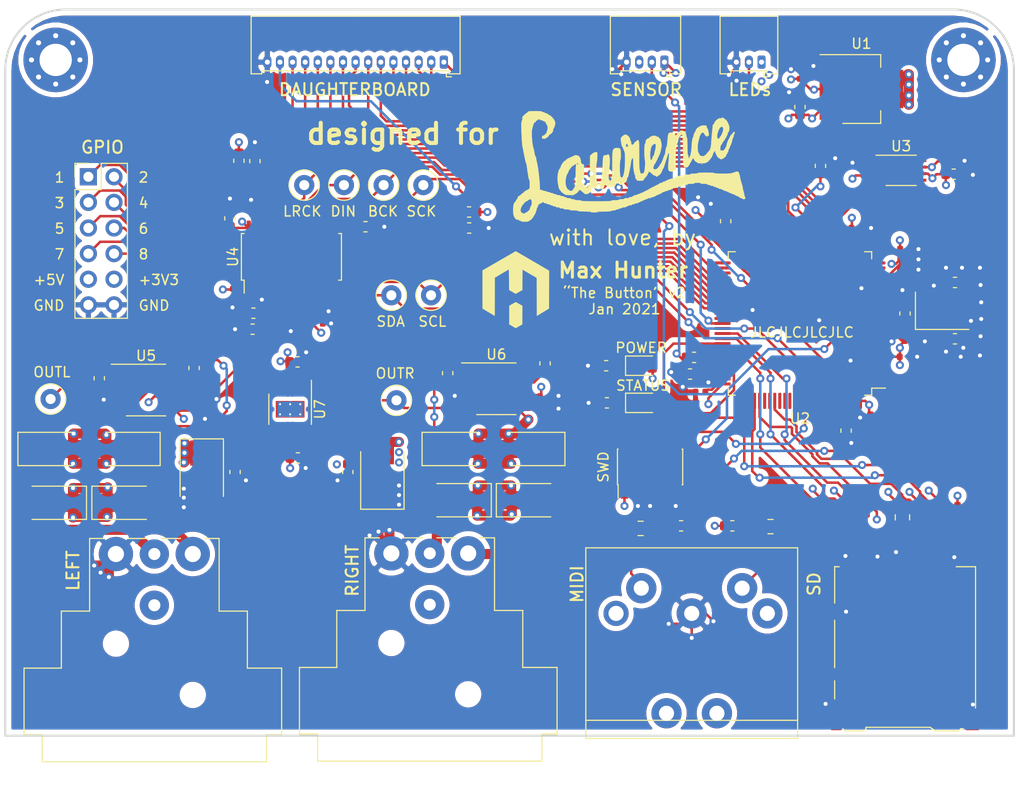
<source format=kicad_pcb>
(kicad_pcb (version 20171130) (host pcbnew "(5.1.6-0-10_14)")
  (layers (0 F.Cu signal) (1 In1.Cu power hide) (2 In2.Cu signal hide) (31 B.Cu signal) (34 B.Paste user) (35 F.Paste user) (36 B.SilkS user) (37 F.SilkS user) (38 B.Mask user) (39 F.Mask user) (44 Edge.Cuts user))
  (net 0 "")
  (net 1 +5V)
  (net 2 GND)
  (net 3 +3V3)
  (net 4 "Net-(C11-Pad1)")
  (net 5 "Net-(C12-Pad1)")
  (net 6 HSE_IN)
  (net 7 "Net-(C14-Pad1)")
  (net 8 "Net-(C17-Pad2)")
  (net 9 "Net-(C22-Pad1)")
  (net 10 "Net-(C23-Pad1)")
  (net 11 "Net-(C23-Pad2)")
  (net 12 "Net-(C24-Pad1)")
  (net 13 -5V)
  (net 14 "Net-(C31-Pad2)")
  (net 15 OUTL_P)
  (net 16 "Net-(C32-Pad1)")
  (net 17 OUTL_N)
  (net 18 "Net-(C33-Pad2)")
  (net 19 OUTR_P)
  (net 20 OUTR_N)
  (net 21 "Net-(C34-Pad1)")
  (net 22 "Net-(C37-Pad1)")
  (net 23 "Net-(C37-Pad2)")
  (net 24 "Net-(D2-Pad1)")
  (net 25 LED_STATUS)
  (net 26 "Net-(D3-Pad1)")
  (net 27 "Net-(FB3-Pad2)")
  (net 28 "Net-(FB3-Pad1)")
  (net 29 "Net-(FB4-Pad1)")
  (net 30 "Net-(FB4-Pad2)")
  (net 31 SDIO_D1)
  (net 32 SDIO_D2)
  (net 33 SDIO_D3)
  (net 34 SDIO_CMD)
  (net 35 SDIO_CK)
  (net 36 SDIO_D0)
  (net 37 SDIO_CD)
  (net 38 "Net-(J2-Pad1)")
  (net 39 "Net-(J2-Pad3)")
  (net 40 "Net-(J3-PadG)")
  (net 41 "Net-(J4-PadG)")
  (net 42 SWDIO)
  (net 43 SWCLK)
  (net 44 SWO)
  (net 45 "Net-(J6-Pad7)")
  (net 46 "Net-(J6-Pad8)")
  (net 47 NRST)
  (net 48 LCD_A)
  (net 49 LCD_C)
  (net 50 LCD_E)
  (net 51 LCD_G)
  (net 52 LCD_DIG1CC)
  (net 53 B_PREV)
  (net 54 B_STOP)
  (net 55 LCD_B)
  (net 56 LCD_D)
  (net 57 LCD_F)
  (net 58 LCD_DP)
  (net 59 LCD_DIG2CC)
  (net 60 B_NEXT)
  (net 61 WS2812_5V)
  (net 62 "Net-(J9-Pad2)")
  (net 63 GPIO1)
  (net 64 GPIO2)
  (net 65 GPIO3)
  (net 66 GPIO4)
  (net 67 GPIO5)
  (net 68 GPIO6)
  (net 69 GPIO7)
  (net 70 GPIO8)
  (net 71 BOOT0)
  (net 72 BOOT1)
  (net 73 HSE_OUT)
  (net 74 MIDI_OUT_5V)
  (net 75 DAC_ADR1)
  (net 76 DAC_ADR2)
  (net 77 DAC_MODE1)
  (net 78 DAC_MODE2)
  (net 79 DAC_XSMT)
  (net 80 PHOTOSENSOR)
  (net 81 I2S_MCK)
  (net 82 I2S_CK)
  (net 83 I2S_WS)
  (net 84 I2S_SD)
  (net 85 DAC_OUTR)
  (net 86 DAC_OUTL)
  (net 87 I2C1_SCL)
  (net 88 I2C1_SDA)
  (net 89 "Net-(U2-Pad1)")
  (net 90 "Net-(U2-Pad2)")
  (net 91 "Net-(U2-Pad3)")
  (net 92 "Net-(U2-Pad4)")
  (net 93 "Net-(U2-Pad5)")
  (net 94 "Net-(U2-Pad7)")
  (net 95 "Net-(U2-Pad8)")
  (net 96 "Net-(U2-Pad9)")
  (net 97 "Net-(U2-Pad15)")
  (net 98 "Net-(U2-Pad16)")
  (net 99 "Net-(U2-Pad17)")
  (net 100 "Net-(U2-Pad23)")
  (net 101 "Net-(U2-Pad24)")
  (net 102 "Net-(U2-Pad25)")
  (net 103 "Net-(U2-Pad26)")
  (net 104 "Net-(U2-Pad29)")
  (net 105 "Net-(U2-Pad30)")
  (net 106 MIDI_OUT_3V3)
  (net 107 WS2812_3V3)
  (net 108 "Net-(U2-Pad48)")
  (net 109 "Net-(U2-Pad51)")
  (net 110 "Net-(U2-Pad52)")
  (net 111 "Net-(U2-Pad70)")
  (net 112 "Net-(U2-Pad77)")
  (net 113 "Net-(U2-Pad81)")
  (net 114 "Net-(U2-Pad82)")
  (net 115 "Net-(U2-Pad84)")
  (net 116 "Net-(U2-Pad85)")
  (net 117 "Net-(U2-Pad86)")
  (net 118 "Net-(U2-Pad87)")
  (net 119 "Net-(U2-Pad88)")
  (net 120 "Net-(U2-Pad90)")
  (net 121 "Net-(U2-Pad91)")
  (net 122 "Net-(U2-Pad95)")
  (net 123 "Net-(U2-Pad97)")
  (net 124 "Net-(U2-Pad98)")
  (net 125 "Net-(U4-Pad13)")
  (net 126 "Net-(U4-Pad14)")
  (net 127 "Net-(U4-Pad15)")
  (net 128 "Net-(U4-Pad19)")
  (net 129 "Net-(U7-Pad1)")
  (net 130 "Net-(U7-Pad3)")
  (net 131 "Net-(U7-Pad6)")
  (net 132 "Net-(U7-Pad7)")
  (net 133 "Net-(U7-Pad12)")
  (net 134 "Net-(U2-Pad62)")
  (net 135 "Net-(U2-Pad64)")
  (net 136 "Net-(U2-Pad69)")
  (net 137 "Net-(R21-Pad2)")
  (net 138 "Net-(R22-Pad2)")
  (net 139 "Net-(J9-Pad3)")
  (net 140 "Net-(U2-Pad61)")
  (module maxlibrary:Lumberg-0105-05 (layer F.Cu) (at 18.796 132.715 180)
    (fp_text reference J2 hide)
    (fp_text value "Lumberg 0105-05")
    (pad MP thru_hole circle (at 2.5 2.5) (size 3 3) (drill 1.5) (layers *.Cu *.Mask))
    (pad MP thru_hole circle (at -2.5 2.5) (size 3 3) (drill 1.5) (layers *.Cu *.Mask))
    (pad 2 thru_hole circle (at 0 12.4) (size 3 3) (drill 1.5) (layers *.Cu *.Mask) (net 2 GND))
    (pad 1 thru_hole circle (at -7.5 12.4) (size 3 3) (drill 1.5) (layers *.Cu *.Mask) (net 38 "Net-(J2-Pad1)"))
    (pad 3 thru_hole circle (at 7.5 12.4) (size 2.5 2.5) (drill 1.5) (layers *.Cu *.Mask) (net 39 "Net-(J2-Pad3)"))
    (pad 4 thru_hole circle (at -5 14.9) (size 3 3) (drill 1.5) (layers *.Cu *.Mask) (net 30 "Net-(FB4-Pad2)"))
    (pad 5 thru_hole circle (at 5 14.9) (size 3 3) (drill 1.5) (layers *.Cu *.Mask) (net 28 "Net-(FB3-Pad1)"))
  )
  (module Package_QFP:LQFP-100_14x14mm_P0.5mm (layer F.Cu) (at 29.5275 91.567 180)
    (fp_text reference U2 (at 0 -9.42) (layer F.SilkS))
    (fp_text value STM32F407VGTx)
    (pad 1 smd roundrect (at -7.675 -6 180) (size 1.6 0.3) (layers F.Cu F.Paste F.Mask) (net 89 "Net-(U2-Pad1)"))
    (pad 2 smd roundrect (at -7.675 -5.5 180) (size 1.6 0.3) (layers F.Cu F.Paste F.Mask) (net 90 "Net-(U2-Pad2)"))
    (pad 3 smd roundrect (at -7.675 -5 180) (size 1.6 0.3) (layers F.Cu F.Paste F.Mask) (net 91 "Net-(U2-Pad3)"))
    (pad 4 smd roundrect (at -7.675 -4.5 180) (size 1.6 0.3) (layers F.Cu F.Paste F.Mask) (net 92 "Net-(U2-Pad4)"))
    (pad 5 smd roundrect (at -7.675 -4 180) (size 1.6 0.3) (layers F.Cu F.Paste F.Mask) (net 93 "Net-(U2-Pad5)"))
    (pad 6 smd roundrect (at -7.675 -3.5 180) (size 1.6 0.3) (layers F.Cu F.Paste F.Mask) (net 3 +3V3))
    (pad 7 smd roundrect (at -7.675 -3 180) (size 1.6 0.3) (layers F.Cu F.Paste F.Mask) (net 94 "Net-(U2-Pad7)"))
    (pad 8 smd roundrect (at -7.675 -2.5 180) (size 1.6 0.3) (layers F.Cu F.Paste F.Mask) (net 95 "Net-(U2-Pad8)"))
    (pad 9 smd roundrect (at -7.675 -2 180) (size 1.6 0.3) (layers F.Cu F.Paste F.Mask) (net 96 "Net-(U2-Pad9)"))
    (pad 10 smd roundrect (at -7.675 -1.5 180) (size 1.6 0.3) (layers F.Cu F.Paste F.Mask) (net 2 GND))
    (pad 11 smd roundrect (at -7.675 -1 180) (size 1.6 0.3) (layers F.Cu F.Paste F.Mask) (net 3 +3V3))
    (pad 12 smd roundrect (at -7.675 -0.5 180) (size 1.6 0.3) (layers F.Cu F.Paste F.Mask) (net 6 HSE_IN))
    (pad 13 smd roundrect (at -7.675 0 180) (size 1.6 0.3) (layers F.Cu F.Paste F.Mask) (net 73 HSE_OUT))
    (pad 14 smd roundrect (at -7.675 0.5 180) (size 1.6 0.3) (layers F.Cu F.Paste F.Mask) (net 47 NRST))
    (pad 15 smd roundrect (at -7.675 1 180) (size 1.6 0.3) (layers F.Cu F.Paste F.Mask) (net 97 "Net-(U2-Pad15)"))
    (pad 16 smd roundrect (at -7.675 1.5 180) (size 1.6 0.3) (layers F.Cu F.Paste F.Mask) (net 98 "Net-(U2-Pad16)"))
    (pad 17 smd roundrect (at -7.675 2 180) (size 1.6 0.3) (layers F.Cu F.Paste F.Mask) (net 99 "Net-(U2-Pad17)"))
    (pad 18 smd roundrect (at -7.675 2.5 180) (size 1.6 0.3) (layers F.Cu F.Paste F.Mask) (net 84 I2S_SD))
    (pad 19 smd roundrect (at -7.675 3 180) (size 1.6 0.3) (layers F.Cu F.Paste F.Mask) (net 3 +3V3))
    (pad 20 smd roundrect (at -7.675 3.5 180) (size 1.6 0.3) (layers F.Cu F.Paste F.Mask) (net 2 GND))
    (pad 21 smd roundrect (at -7.675 4 180) (size 1.6 0.3) (layers F.Cu F.Paste F.Mask) (net 3 +3V3))
    (pad 22 smd roundrect (at -7.675 4.5 180) (size 1.6 0.3) (layers F.Cu F.Paste F.Mask) (net 3 +3V3))
    (pad 23 smd roundrect (at -7.675 5 180) (size 1.6 0.3) (layers F.Cu F.Paste F.Mask) (net 100 "Net-(U2-Pad23)"))
    (pad 24 smd roundrect (at -7.675 5.5 180) (size 1.6 0.3) (layers F.Cu F.Paste F.Mask) (net 101 "Net-(U2-Pad24)"))
    (pad 25 smd roundrect (at -7.675 6 180) (size 1.6 0.3) (layers F.Cu F.Paste F.Mask) (net 102 "Net-(U2-Pad25)"))
    (pad 26 smd roundrect (at -6 7.675 180) (size 0.3 1.6) (layers F.Cu F.Paste F.Mask) (net 103 "Net-(U2-Pad26)"))
    (pad 27 smd roundrect (at -5.5 7.675 180) (size 0.3 1.6) (layers F.Cu F.Paste F.Mask) (net 2 GND))
    (pad 28 smd roundrect (at -5 7.675 180) (size 0.3 1.6) (layers F.Cu F.Paste F.Mask) (net 3 +3V3))
    (pad 29 smd roundrect (at -4.5 7.675 180) (size 0.3 1.6) (layers F.Cu F.Paste F.Mask) (net 104 "Net-(U2-Pad29)"))
    (pad 30 smd roundrect (at -4 7.675 180) (size 0.3 1.6) (layers F.Cu F.Paste F.Mask) (net 105 "Net-(U2-Pad30)"))
    (pad 31 smd roundrect (at -3.5 7.675 180) (size 0.3 1.6) (layers F.Cu F.Paste F.Mask) (net 106 MIDI_OUT_3V3))
    (pad 32 smd roundrect (at -3 7.675 180) (size 0.3 1.6) (layers F.Cu F.Paste F.Mask) (net 107 WS2812_3V3))
    (pad 33 smd roundrect (at -2.5 7.675 180) (size 0.3 1.6) (layers F.Cu F.Paste F.Mask) (net 48 LCD_A))
    (pad 34 smd roundrect (at -2 7.675 180) (size 0.3 1.6) (layers F.Cu F.Paste F.Mask) (net 55 LCD_B))
    (pad 35 smd roundrect (at -1.5 7.675 180) (size 0.3 1.6) (layers F.Cu F.Paste F.Mask) (net 49 LCD_C))
    (pad 36 smd roundrect (at -1 7.675 180) (size 0.3 1.6) (layers F.Cu F.Paste F.Mask) (net 56 LCD_D))
    (pad 37 smd roundrect (at -0.5 7.675 180) (size 0.3 1.6) (layers F.Cu F.Paste F.Mask) (net 72 BOOT1))
    (pad 38 smd roundrect (at 0 7.675 180) (size 0.3 1.6) (layers F.Cu F.Paste F.Mask) (net 50 LCD_E))
    (pad 39 smd roundrect (at 0.5 7.675 180) (size 0.3 1.6) (layers F.Cu F.Paste F.Mask) (net 57 LCD_F))
    (pad 40 smd roundrect (at 1 7.675 180) (size 0.3 1.6) (layers F.Cu F.Paste F.Mask) (net 51 LCD_G))
    (pad 41 smd roundrect (at 1.5 7.675 180) (size 0.3 1.6) (layers F.Cu F.Paste F.Mask) (net 58 LCD_DP))
    (pad 42 smd roundrect (at 2 7.675 180) (size 0.3 1.6) (layers F.Cu F.Paste F.Mask) (net 52 LCD_DIG1CC))
    (pad 43 smd roundrect (at 2.5 7.675 180) (size 0.3 1.6) (layers F.Cu F.Paste F.Mask) (net 59 LCD_DIG2CC))
    (pad 44 smd roundrect (at 3 7.675 180) (size 0.3 1.6) (layers F.Cu F.Paste F.Mask) (net 53 B_PREV))
    (pad 45 smd roundrect (at 3.5 7.675 180) (size 0.3 1.6) (layers F.Cu F.Paste F.Mask) (net 60 B_NEXT))
    (pad 46 smd roundrect (at 4 7.675 180) (size 0.3 1.6) (layers F.Cu F.Paste F.Mask) (net 54 B_STOP))
    (pad 47 smd roundrect (at 4.5 7.675 180) (size 0.3 1.6) (layers F.Cu F.Paste F.Mask) (net 82 I2S_CK))
    (pad 48 smd roundrect (at 5 7.675 180) (size 0.3 1.6) (layers F.Cu F.Paste F.Mask) (net 108 "Net-(U2-Pad48)"))
    (pad 49 smd roundrect (at 5.5 7.675 180) (size 0.3 1.6) (layers F.Cu F.Paste F.Mask) (net 4 "Net-(C11-Pad1)"))
    (pad 50 smd roundrect (at 6 7.675 180) (size 0.3 1.6) (layers F.Cu F.Paste F.Mask) (net 3 +3V3))
    (pad 51 smd roundrect (at 7.675 6 180) (size 1.6 0.3) (layers F.Cu F.Paste F.Mask) (net 109 "Net-(U2-Pad51)"))
    (pad 52 smd roundrect (at 7.675 5.5 180) (size 1.6 0.3) (layers F.Cu F.Paste F.Mask) (net 110 "Net-(U2-Pad52)"))
    (pad 53 smd roundrect (at 7.675 5 180) (size 1.6 0.3) (layers F.Cu F.Paste F.Mask) (net 63 GPIO1))
    (pad 54 smd roundrect (at 7.675 4.5 180) (size 1.6 0.3) (layers F.Cu F.Paste F.Mask) (net 64 GPIO2))
    (pad 55 smd roundrect (at 7.675 4 180) (size 1.6 0.3) (layers F.Cu F.Paste F.Mask) (net 65 GPIO3))
    (pad 56 smd roundrect (at 7.675 3.5 180) (size 1.6 0.3) (layers F.Cu F.Paste F.Mask) (net 66 GPIO4))
    (pad 57 smd roundrect (at 7.675 3 180) (size 1.6 0.3) (layers F.Cu F.Paste F.Mask) (net 67 GPIO5))
    (pad 58 smd roundrect (at 7.675 2.5 180) (size 1.6 0.3) (layers F.Cu F.Paste F.Mask) (net 68 GPIO6))
    (pad 59 smd roundrect (at 7.675 2 180) (size 1.6 0.3) (layers F.Cu F.Paste F.Mask) (net 69 GPIO7))
    (pad 60 smd roundrect (at 7.675 1.5 180) (size 1.6 0.3) (layers F.Cu F.Paste F.Mask) (net 70 GPIO8))
    (pad 61 smd roundrect (at 7.675 1 180) (size 1.6 0.3) (layers F.Cu F.Paste F.Mask) (net 140 "Net-(U2-Pad61)"))
    (pad 62 smd roundrect (at 7.675 0.5 180) (size 1.6 0.3) (layers F.Cu F.Paste F.Mask) (net 134 "Net-(U2-Pad62)"))
    (pad 63 smd roundrect (at 7.675 0 180) (size 1.6 0.3) (layers F.Cu F.Paste F.Mask) (net 81 I2S_MCK))
    (pad 64 smd roundrect (at 7.675 -0.5 180) (size 1.6 0.3) (layers F.Cu F.Paste F.Mask) (net 135 "Net-(U2-Pad64)"))
    (pad 65 smd roundrect (at 7.675 -1 180) (size 1.6 0.3) (layers F.Cu F.Paste F.Mask) (net 36 SDIO_D0))
    (pad 66 smd roundrect (at 7.675 -1.5 180) (size 1.6 0.3) (layers F.Cu F.Paste F.Mask) (net 31 SDIO_D1))
    (pad 67 smd roundrect (at 7.675 -2 180) (size 1.6 0.3) (layers F.Cu F.Paste F.Mask) (net 25 LED_STATUS))
    (pad 68 smd roundrect (at 7.675 -2.5 180) (size 1.6 0.3) (layers F.Cu F.Paste F.Mask) (net 37 SDIO_CD))
    (pad 69 smd roundrect (at 7.675 -3 180) (size 1.6 0.3) (layers F.Cu F.Paste F.Mask) (net 136 "Net-(U2-Pad69)"))
    (pad 70 smd roundrect (at 7.675 -3.5 180) (size 1.6 0.3) (layers F.Cu F.Paste F.Mask) (net 111 "Net-(U2-Pad70)"))
    (pad 71 smd roundrect (at 7.675 -4 180) (size 1.6 0.3) (layers F.Cu F.Paste F.Mask) (net 80 PHOTOSENSOR))
    (pad 72 smd roundrect (at 7.675 -4.5 180) (size 1.6 0.3) (layers F.Cu F.Paste F.Mask) (net 42 SWDIO))
    (pad 73 smd roundrect (at 7.675 -5 180) (size 1.6 0.3) (layers F.Cu F.Paste F.Mask) (net 5 "Net-(C12-Pad1)"))
    (pad 74 smd roundrect (at 7.675 -5.5 180) (size 1.6 0.3) (layers F.Cu F.Paste F.Mask) (net 2 GND))
    (pad 75 smd roundrect (at 7.675 -6 180) (size 1.6 0.3) (layers F.Cu F.Paste F.Mask) (net 3 +3V3))
    (pad 76 smd roundrect (at 6 -7.675 180) (size 0.3 1.6) (layers F.Cu F.Paste F.Mask) (net 43 SWCLK))
    (pad 77 smd roundrect (at 5.5 -7.675 180) (size 0.3 1.6) (layers F.Cu F.Paste F.Mask) (net 112 "Net-(U2-Pad77)"))
    (pad 78 smd roundrect (at 5 -7.675 180) (size 0.3 1.6) (layers F.Cu F.Paste F.Mask) (net 32 SDIO_D2))
    (pad 79 smd roundrect (at 4.5 -7.675 180) (size 0.3 1.6) (layers F.Cu F.Paste F.Mask) (net 33 SDIO_D3))
    (pad 80 smd roundrect (at 4 -7.675 180) (size 0.3 1.6) (layers F.Cu F.Paste F.Mask) (net 35 SDIO_CK))
    (pad 81 smd roundrect (at 3.5 -7.675 180) (size 0.3 1.6) (layers F.Cu F.Paste F.Mask) (net 113 "Net-(U2-Pad81)"))
    (pad 82 smd roundrect (at 3 -7.675 180) (size 0.3 1.6) (layers F.Cu F.Paste F.Mask) (net 114 "Net-(U2-Pad82)"))
    (pad 83 smd roundrect (at 2.5 -7.675 180) (size 0.3 1.6) (layers F.Cu F.Paste F.Mask) (net 34 SDIO_CMD))
    (pad 84 smd roundrect (at 2 -7.675 180) (size 0.3 1.6) (layers F.Cu F.Paste F.Mask) (net 115 "Net-(U2-Pad84)"))
    (pad 85 smd roundrect (at 1.5 -7.675 180) (size 0.3 1.6) (layers F.Cu F.Paste F.Mask) (net 116 "Net-(U2-Pad85)"))
    (pad 86 smd roundrect (at 1 -7.675 180) (size 0.3 1.6) (layers F.Cu F.Paste F.Mask) (net 117 "Net-(U2-Pad86)"))
    (pad 87 smd roundrect (at 0.5 -7.675 180) (size 0.3 1.6) (layers F.Cu F.Paste F.Mask) (net 118 "Net-(U2-Pad87)"))
    (pad 88 smd roundrect (at 0 -7.675 180) (size 0.3 1.6) (layers F.Cu F.Paste F.Mask) (net 119 "Net-(U2-Pad88)"))
    (pad 89 smd roundrect (at -0.5 -7.675 180) (size 0.3 1.6) (layers F.Cu F.Paste F.Mask) (net 44 SWO))
    (pad 90 smd roundrect (at -1 -7.675 180) (size 0.3 1.6) (layers F.Cu F.Paste F.Mask) (net 120 "Net-(U2-Pad90)"))
    (pad 91 smd roundrect (at -1.5 -7.675 180) (size 0.3 1.6) (layers F.Cu F.Paste F.Mask) (net 121 "Net-(U2-Pad91)"))
    (pad 92 smd roundrect (at -2 -7.675 180) (size 0.3 1.6) (layers F.Cu F.Paste F.Mask) (net 87 I2C1_SCL))
    (pad 93 smd roundrect (at -2.5 -7.675 180) (size 0.3 1.6) (layers F.Cu F.Paste F.Mask) (net 88 I2C1_SDA))
    (pad 94 smd roundrect (at -3 -7.675 180) (size 0.3 1.6) (layers F.Cu F.Paste F.Mask) (net 71 BOOT0))
    (pad 95 smd roundrect (at -3.5 -7.675 180) (size 0.3 1.6) (layers F.Cu F.Paste F.Mask) (net 122 "Net-(U2-Pad95)"))
    (pad 96 smd roundrect (at -4 -7.675 180) (size 0.3 1.6) (layers F.Cu F.Paste F.Mask) (net 83 I2S_WS))
    (pad 97 smd roundrect (at -4.5 -7.675 180) (size 0.3 1.6) (layers F.Cu F.Paste F.Mask) (net 123 "Net-(U2-Pad97)"))
    (pad 98 smd roundrect (at -5 -7.675 180) (size 0.3 1.6) (layers F.Cu F.Paste F.Mask) (net 124 "Net-(U2-Pad98)"))
    (pad 99 smd roundrect (at -5.5 -7.675 180) (size 0.3 1.6) (layers F.Cu F.Paste F.Mask) (net 2 GND))
    (pad 100 smd roundrect (at -6 -7.675 180) (size 0.3 1.6) (layers F.Cu F.Paste F.Mask) (net 3 +3V3))
  )
  (module Capacitor_SMD:C_0402_1005Metric (layer F.Cu) (at -26.67 88.623 270)
    (fp_text reference C20 hide)
    (fp_text value 100nF)
    (pad 2 smd roundrect (at 0.485 0 270) (size 0.59 0.64) (layers F.Cu F.Paste F.Mask) (net 2 GND))
    (pad 1 smd roundrect (at -0.485 0 270) (size 0.59 0.64) (layers F.Cu F.Paste F.Mask) (net 3 +3V3))
  )
  (module Capacitor_SMD:C_0402_1005Metric (layer F.Cu) (at 20.828 81.2395 90)
    (fp_text reference C8 hide)
    (fp_text value 100nF)
    (pad 1 smd roundrect (at -0.485 0 90) (size 0.59 0.64) (layers F.Cu F.Paste F.Mask) (net 3 +3V3))
    (pad 2 smd roundrect (at 0.485 0 90) (size 0.59 0.64) (layers F.Cu F.Paste F.Mask) (net 2 GND))
  )
  (module maxlibrary:lawrence_logo (layer F.Cu) (at 12.6365 75.946)
    (fp_text reference G*** hide)
    (fp_text value LOGO hide)
  )
  (module maxlibrary:maxlogo (layer F.Cu) (at 1.3335 88.2015)
    (fp_text reference G*** hide)
    (fp_text value LOGO hide)
  )
  (module Connector_PinHeader_2.54mm:PinHeader_2x06_P2.54mm_Vertical (layer F.Cu) (at -41.021 77.0255)
    (fp_text reference J12 hide)
    (fp_text value GPIO)
    (pad 1 thru_hole rect (at 0 0) (size 1.7 1.7) (drill 1) (layers *.Cu *.Mask) (net 63 GPIO1))
    (pad 2 thru_hole oval (at 2.54 0) (size 1.7 1.7) (drill 1) (layers *.Cu *.Mask) (net 64 GPIO2))
    (pad 3 thru_hole oval (at 0 2.54) (size 1.7 1.7) (drill 1) (layers *.Cu *.Mask) (net 65 GPIO3))
    (pad 4 thru_hole oval (at 2.54 2.54) (size 1.7 1.7) (drill 1) (layers *.Cu *.Mask) (net 66 GPIO4))
    (pad 5 thru_hole oval (at 0 5.08) (size 1.7 1.7) (drill 1) (layers *.Cu *.Mask) (net 67 GPIO5))
    (pad 6 thru_hole oval (at 2.54 5.08) (size 1.7 1.7) (drill 1) (layers *.Cu *.Mask) (net 68 GPIO6))
    (pad 7 thru_hole oval (at 0 7.62) (size 1.7 1.7) (drill 1) (layers *.Cu *.Mask) (net 69 GPIO7))
    (pad 8 thru_hole oval (at 2.54 7.62) (size 1.7 1.7) (drill 1) (layers *.Cu *.Mask) (net 70 GPIO8))
    (pad 9 thru_hole oval (at 0 10.16) (size 1.7 1.7) (drill 1) (layers *.Cu *.Mask) (net 1 +5V))
    (pad 10 thru_hole oval (at 2.54 10.16) (size 1.7 1.7) (drill 1) (layers *.Cu *.Mask) (net 3 +3V3))
    (pad 11 thru_hole oval (at 0 12.7) (size 1.7 1.7) (drill 1) (layers *.Cu *.Mask) (net 2 GND))
    (pad 12 thru_hole oval (at 2.54 12.7) (size 1.7 1.7) (drill 1) (layers *.Cu *.Mask) (net 2 GND))
  )
  (module Capacitor_SMD:C_0603_1608Metric (layer F.Cu) (at -30.5435 95.9865 270)
    (fp_text reference C31 hide)
    (fp_text value 10u)
    (pad 2 smd roundrect (at 0.7875 0 270) (size 0.875 0.95) (layers F.Cu F.Paste F.Mask) (net 14 "Net-(C31-Pad2)"))
    (pad 1 smd roundrect (at -0.7875 0 270) (size 0.875 0.95) (layers F.Cu F.Paste F.Mask) (net 15 OUTL_P))
  )
  (module TestPoint:TestPoint_Loop_D2.50mm_Drill1.0mm (layer F.Cu) (at -10.9855 88.773)
    (fp_text reference TP8 hide)
    (fp_text value SDA)
    (pad 1 thru_hole circle (at 0 0) (size 2 2) (drill 1) (layers *.Cu *.Mask) (net 88 I2C1_SDA))
  )
  (module Package_SO:TSSOP-28_4.4x9.7mm_P0.65mm (layer F.Cu) (at -20.8915 84.963 90)
    (fp_text reference U4 (at 0 -5.8 90) (layer F.SilkS))
    (fp_text value PCM5122PW)
    (pad 1 smd roundrect (at -2.8625 -4.225 90) (size 1.475 0.4) (layers F.Cu F.Paste F.Mask) (net 3 +3V3))
    (pad 2 smd roundrect (at -2.8625 -3.575 90) (size 1.475 0.4) (layers F.Cu F.Paste F.Mask) (net 10 "Net-(C23-Pad1)"))
    (pad 3 smd roundrect (at -2.8625 -2.925 90) (size 1.475 0.4) (layers F.Cu F.Paste F.Mask) (net 2 GND))
    (pad 4 smd roundrect (at -2.8625 -2.275 90) (size 1.475 0.4) (layers F.Cu F.Paste F.Mask) (net 11 "Net-(C23-Pad2)"))
    (pad 5 smd roundrect (at -2.8625 -1.625 90) (size 1.475 0.4) (layers F.Cu F.Paste F.Mask) (net 9 "Net-(C22-Pad1)"))
    (pad 6 smd roundrect (at -2.8625 -0.975 90) (size 1.475 0.4) (layers F.Cu F.Paste F.Mask) (net 137 "Net-(R21-Pad2)"))
    (pad 7 smd roundrect (at -2.8625 -0.325 90) (size 1.475 0.4) (layers F.Cu F.Paste F.Mask) (net 138 "Net-(R22-Pad2)"))
    (pad 8 smd roundrect (at -2.8625 0.325 90) (size 1.475 0.4) (layers F.Cu F.Paste F.Mask) (net 3 +3V3))
    (pad 9 smd roundrect (at -2.8625 0.975 90) (size 1.475 0.4) (layers F.Cu F.Paste F.Mask) (net 2 GND))
    (pad 10 smd roundrect (at -2.8625 1.625 90) (size 1.475 0.4) (layers F.Cu F.Paste F.Mask) (net 2 GND))
    (pad 11 smd roundrect (at -2.8625 2.275 90) (size 1.475 0.4) (layers F.Cu F.Paste F.Mask) (net 88 I2C1_SDA))
    (pad 12 smd roundrect (at -2.8625 2.925 90) (size 1.475 0.4) (layers F.Cu F.Paste F.Mask) (net 87 I2C1_SCL))
    (pad 13 smd roundrect (at -2.8625 3.575 90) (size 1.475 0.4) (layers F.Cu F.Paste F.Mask) (net 125 "Net-(U4-Pad13)"))
    (pad 14 smd roundrect (at -2.8625 4.225 90) (size 1.475 0.4) (layers F.Cu F.Paste F.Mask) (net 126 "Net-(U4-Pad14)"))
    (pad 15 smd roundrect (at 2.8625 4.225 90) (size 1.475 0.4) (layers F.Cu F.Paste F.Mask) (net 127 "Net-(U4-Pad15)"))
    (pad 16 smd roundrect (at 2.8625 3.575 90) (size 1.475 0.4) (layers F.Cu F.Paste F.Mask) (net 76 DAC_ADR2))
    (pad 17 smd roundrect (at 2.8625 2.925 90) (size 1.475 0.4) (layers F.Cu F.Paste F.Mask) (net 77 DAC_MODE1))
    (pad 18 smd roundrect (at 2.8625 2.275 90) (size 1.475 0.4) (layers F.Cu F.Paste F.Mask) (net 78 DAC_MODE2))
    (pad 19 smd roundrect (at 2.8625 1.625 90) (size 1.475 0.4) (layers F.Cu F.Paste F.Mask) (net 128 "Net-(U4-Pad19)"))
    (pad 20 smd roundrect (at 2.8625 0.975 90) (size 1.475 0.4) (layers F.Cu F.Paste F.Mask) (net 81 I2S_MCK))
    (pad 21 smd roundrect (at 2.8625 0.325 90) (size 1.475 0.4) (layers F.Cu F.Paste F.Mask) (net 82 I2S_CK))
    (pad 22 smd roundrect (at 2.8625 -0.325 90) (size 1.475 0.4) (layers F.Cu F.Paste F.Mask) (net 84 I2S_SD))
    (pad 23 smd roundrect (at 2.8625 -0.975 90) (size 1.475 0.4) (layers F.Cu F.Paste F.Mask) (net 83 I2S_WS))
    (pad 24 smd roundrect (at 2.8625 -1.625 90) (size 1.475 0.4) (layers F.Cu F.Paste F.Mask) (net 75 DAC_ADR1))
    (pad 25 smd roundrect (at 2.8625 -2.275 90) (size 1.475 0.4) (layers F.Cu F.Paste F.Mask) (net 79 DAC_XSMT))
    (pad 26 smd roundrect (at 2.8625 -2.925 90) (size 1.475 0.4) (layers F.Cu F.Paste F.Mask) (net 12 "Net-(C24-Pad1)"))
    (pad 27 smd roundrect (at 2.8625 -3.575 90) (size 1.475 0.4) (layers F.Cu F.Paste F.Mask) (net 2 GND))
    (pad 28 smd roundrect (at 2.8625 -4.225 90) (size 1.475 0.4) (layers F.Cu F.Paste F.Mask) (net 3 +3V3))
  )
  (module Capacitor_SMD:C_0402_1005Metric (layer F.Cu) (at -22.2655 93.091)
    (fp_text reference C40 hide)
    (fp_text value 2.2nF)
    (pad 1 smd roundrect (at -0.485 0) (size 0.59 0.64) (layers F.Cu F.Paste F.Mask) (net 86 DAC_OUTL))
    (pad 2 smd roundrect (at 0.485 0) (size 0.59 0.64) (layers F.Cu F.Paste F.Mask) (net 2 GND))
  )
  (module Capacitor_SMD:C_0402_1005Metric (layer F.Cu) (at 19.662 98.3615 180)
    (fp_text reference C9 hide)
    (fp_text value 100nF)
    (pad 1 smd roundrect (at -0.485 0 180) (size 0.59 0.64) (layers F.Cu F.Paste F.Mask) (net 3 +3V3))
    (pad 2 smd roundrect (at 0.485 0 180) (size 0.59 0.64) (layers F.Cu F.Paste F.Mask) (net 2 GND))
  )
  (module Package_SO:SOIC-8_3.9x4.9mm_P1.27mm (layer F.Cu) (at -35.3045 98.171)
    (fp_text reference U5 (at 0 -3.4) (layer F.SilkS))
    (fp_text value DRV135)
    (pad 8 smd roundrect (at 2.475 -1.905) (size 1.95 0.6) (layers F.Cu F.Paste F.Mask) (net 15 OUTL_P))
    (pad 7 smd roundrect (at 2.475 -0.635) (size 1.95 0.6) (layers F.Cu F.Paste F.Mask) (net 14 "Net-(C31-Pad2)"))
    (pad 6 smd roundrect (at 2.475 0.635) (size 1.95 0.6) (layers F.Cu F.Paste F.Mask) (net 1 +5V))
    (pad 5 smd roundrect (at 2.475 1.905) (size 1.95 0.6) (layers F.Cu F.Paste F.Mask) (net 13 -5V))
    (pad 4 smd roundrect (at -2.475 1.905) (size 1.95 0.6) (layers F.Cu F.Paste F.Mask) (net 86 DAC_OUTL))
    (pad 3 smd roundrect (at -2.475 0.635) (size 1.95 0.6) (layers F.Cu F.Paste F.Mask) (net 2 GND))
    (pad 2 smd roundrect (at -2.475 -0.635) (size 1.95 0.6) (layers F.Cu F.Paste F.Mask) (net 16 "Net-(C32-Pad1)"))
    (pad 1 smd roundrect (at -2.475 -1.905) (size 1.95 0.6) (layers F.Cu F.Paste F.Mask) (net 17 OUTL_N))
  )
  (module Resistor_SMD:R_0603_1608Metric (layer F.Cu) (at -13.551 81.9785)
    (fp_text reference R16 hide)
    (fp_text value 10k)
    (pad 1 smd roundrect (at -0.7875 0) (size 0.875 0.95) (layers F.Cu F.Paste F.Mask) (net 76 DAC_ADR2))
    (pad 2 smd roundrect (at 0.7875 0) (size 0.875 0.95) (layers F.Cu F.Paste F.Mask) (net 2 GND))
  )
  (module Resistor_SMD:R_0603_1608Metric (layer F.Cu) (at -3.264 82.1055)
    (fp_text reference R17 hide)
    (fp_text value 10k)
    (pad 2 smd roundrect (at 0.7875 0) (size 0.875 0.95) (layers F.Cu F.Paste F.Mask) (net 2 GND))
    (pad 1 smd roundrect (at -0.7875 0) (size 0.875 0.95) (layers F.Cu F.Paste F.Mask) (net 77 DAC_MODE1))
  )
  (module Resistor_SMD:R_0603_1608Metric (layer F.Cu) (at -3.2765 80.518 180)
    (fp_text reference R18 hide)
    (fp_text value 10k)
    (pad 2 smd roundrect (at 0.7875 0 180) (size 0.875 0.95) (layers F.Cu F.Paste F.Mask) (net 78 DAC_MODE2))
    (pad 1 smd roundrect (at -0.7875 0 180) (size 0.875 0.95) (layers F.Cu F.Paste F.Mask) (net 3 +3V3))
  )
  (module Capacitor_SMD:C_0402_1005Metric (layer F.Cu) (at 35.8775 76.4135 90)
    (fp_text reference C15 hide)
    (fp_text value 100nF)
    (pad 1 smd roundrect (at -0.485 0 90) (size 0.59 0.64) (layers F.Cu F.Paste F.Mask) (net 3 +3V3))
    (pad 2 smd roundrect (at 0.485 0 90) (size 0.59 0.64) (layers F.Cu F.Paste F.Mask) (net 2 GND))
  )
  (module Capacitor_SMD:C_0402_1005Metric (layer F.Cu) (at 44.2365 75.5015)
    (fp_text reference C16 hide)
    (fp_text value 100nF)
    (pad 2 smd roundrect (at 0.485 0) (size 0.59 0.64) (layers F.Cu F.Paste F.Mask) (net 2 GND))
    (pad 1 smd roundrect (at -0.485 0) (size 0.59 0.64) (layers F.Cu F.Paste F.Mask) (net 1 +5V))
  )
  (module Package_SO:SSOP-8_2.95x2.8mm_P0.65mm (layer F.Cu) (at 39.5605 76.3905)
    (fp_text reference U3 (at 0 -2.4) (layer F.SilkS))
    (fp_text value TXS0102DCT)
    (pad 1 smd rect (at -1.7 -0.975 270) (size 0.3 1.6) (layers F.Cu F.Paste F.Mask) (net 61 WS2812_5V))
    (pad 2 smd rect (at -1.7 -0.325 270) (size 0.3 1.6) (layers F.Cu F.Paste F.Mask) (net 2 GND))
    (pad 3 smd rect (at -1.7 0.325 270) (size 0.3 1.6) (layers F.Cu F.Paste F.Mask) (net 3 +3V3))
    (pad 4 smd rect (at -1.7 0.975 270) (size 0.3 1.6) (layers F.Cu F.Paste F.Mask) (net 107 WS2812_3V3))
    (pad 5 smd rect (at 1.7 0.975 270) (size 0.3 1.6) (layers F.Cu F.Paste F.Mask) (net 106 MIDI_OUT_3V3))
    (pad 6 smd rect (at 1.7 0.325 270) (size 0.3 1.6) (layers F.Cu F.Paste F.Mask) (net 3 +3V3))
    (pad 7 smd rect (at 1.7 -0.325 270) (size 0.3 1.6) (layers F.Cu F.Paste F.Mask) (net 1 +5V))
    (pad 8 smd rect (at 1.7 -0.975 270) (size 0.3 1.6) (layers F.Cu F.Paste F.Mask) (net 74 MIDI_OUT_5V))
  )
  (module Resistor_SMD:R_0603_1608Metric (layer F.Cu) (at 44.7675 76.7715)
    (fp_text reference R6 hide)
    (fp_text value 10k)
    (pad 2 smd roundrect (at 0.7875 0) (size 0.875 0.95) (layers F.Cu F.Paste F.Mask) (net 2 GND))
    (pad 1 smd roundrect (at -0.7875 0) (size 0.875 0.95) (layers F.Cu F.Paste F.Mask) (net 3 +3V3))
  )
  (module Capacitor_SMD:C_0603_1608Metric (layer F.Cu) (at 29.5275 70.104 90)
    (fp_text reference C1 hide)
    (fp_text value 10uF)
    (pad 1 smd roundrect (at -0.7875 0 90) (size 0.875 0.95) (layers F.Cu F.Paste F.Mask) (net 1 +5V))
    (pad 2 smd roundrect (at 0.7875 0 90) (size 0.875 0.95) (layers F.Cu F.Paste F.Mask) (net 2 GND))
  )
  (module Capacitor_SMD:C_0402_1005Metric (layer F.Cu) (at 40.409 93.2815)
    (fp_text reference C4 hide)
    (fp_text value 100nF)
    (pad 1 smd roundrect (at -0.485 0) (size 0.59 0.64) (layers F.Cu F.Paste F.Mask) (net 3 +3V3))
    (pad 2 smd roundrect (at 0.485 0) (size 0.59 0.64) (layers F.Cu F.Paste F.Mask) (net 2 GND))
  )
  (module Capacitor_SMD:C_0402_1005Metric (layer F.Cu) (at 39.901 94.869)
    (fp_text reference C5 hide)
    (fp_text value 100nF)
    (pad 2 smd roundrect (at 0.485 0) (size 0.59 0.64) (layers F.Cu F.Paste F.Mask) (net 2 GND))
    (pad 1 smd roundrect (at -0.485 0) (size 0.59 0.64) (layers F.Cu F.Paste F.Mask) (net 3 +3V3))
  )
  (module Capacitor_SMD:C_0402_1005Metric (layer F.Cu) (at 39.9415 87.249)
    (fp_text reference C6 hide)
    (fp_text value 100nF)
    (pad 1 smd roundrect (at -0.485 0) (size 0.59 0.64) (layers F.Cu F.Paste F.Mask) (net 3 +3V3))
    (pad 2 smd roundrect (at 0.485 0) (size 0.59 0.64) (layers F.Cu F.Paste F.Mask) (net 2 GND))
  )
  (module Capacitor_SMD:C_0402_1005Metric (layer F.Cu) (at 35.1155 82.1055)
    (fp_text reference C7 hide)
    (fp_text value 100nF)
    (pad 2 smd roundrect (at 0.485 0) (size 0.59 0.64) (layers F.Cu F.Paste F.Mask) (net 2 GND))
    (pad 1 smd roundrect (at -0.485 0) (size 0.59 0.64) (layers F.Cu F.Paste F.Mask) (net 3 +3V3))
  )
  (module Capacitor_SMD:C_0402_1005Metric (layer F.Cu) (at 36.5125 101.069 270)
    (fp_text reference C10 hide)
    (fp_text value 100nF)
    (pad 2 smd roundrect (at 0.485 0 270) (size 0.59 0.64) (layers F.Cu F.Paste F.Mask) (net 2 GND))
    (pad 1 smd roundrect (at -0.485 0 270) (size 0.59 0.64) (layers F.Cu F.Paste F.Mask) (net 3 +3V3))
  )
  (module Capacitor_SMD:C_0603_1608Metric (layer F.Cu) (at 44.8945 93.091)
    (fp_text reference C13 hide)
    (fp_text value 36p)
    (pad 2 smd roundrect (at 0.7875 0) (size 0.875 0.95) (layers F.Cu F.Paste F.Mask) (net 2 GND))
    (pad 1 smd roundrect (at -0.7875 0) (size 0.875 0.95) (layers F.Cu F.Paste F.Mask) (net 6 HSE_IN))
  )
  (module Capacitor_SMD:C_0603_1608Metric (layer F.Cu) (at 44.8945 87.503 180)
    (fp_text reference C14 hide)
    (fp_text value 36p)
    (pad 1 smd roundrect (at -0.7875 0 180) (size 0.875 0.95) (layers F.Cu F.Paste F.Mask) (net 7 "Net-(C14-Pad1)"))
    (pad 2 smd roundrect (at 0.7875 0 180) (size 0.875 0.95) (layers F.Cu F.Paste F.Mask) (net 2 GND))
  )
  (module Capacitor_SMD:C_0402_1005Metric (layer F.Cu) (at 39.5375 113.411)
    (fp_text reference C17 hide)
    (fp_text value 100nF)
    (pad 1 smd roundrect (at -0.485 0) (size 0.59 0.64) (layers F.Cu F.Paste F.Mask) (net 2 GND))
    (pad 2 smd roundrect (at 0.485 0) (size 0.59 0.64) (layers F.Cu F.Paste F.Mask) (net 8 "Net-(C17-Pad2)"))
  )
  (module Capacitor_SMD:C_0402_1005Metric (layer F.Cu) (at -19.154 90.4875)
    (fp_text reference C21 hide)
    (fp_text value 100nF)
    (pad 2 smd roundrect (at 0.485 0) (size 0.59 0.64) (layers F.Cu F.Paste F.Mask) (net 2 GND))
    (pad 1 smd roundrect (at -0.485 0) (size 0.59 0.64) (layers F.Cu F.Paste F.Mask) (net 3 +3V3))
  )
  (module Capacitor_SMD:C_0402_1005Metric (layer F.Cu) (at -24.4705 80.137 180)
    (fp_text reference C24 hide)
    (fp_text value 100nF)
    (pad 1 smd roundrect (at -0.485 0 180) (size 0.59 0.64) (layers F.Cu F.Paste F.Mask) (net 12 "Net-(C24-Pad1)"))
    (pad 2 smd roundrect (at 0.485 0 180) (size 0.59 0.64) (layers F.Cu F.Paste F.Mask) (net 2 GND))
  )
  (module Capacitor_SMD:C_0603_1608Metric (layer F.Cu) (at -26.4795 106.299 270)
    (fp_text reference C25 hide)
    (fp_text value 10u)
    (pad 2 smd roundrect (at 0.7875 0 270) (size 0.875 0.95) (layers F.Cu F.Paste F.Mask) (net 2 GND))
    (pad 1 smd roundrect (at -0.7875 0 270) (size 0.875 0.95) (layers F.Cu F.Paste F.Mask) (net 1 +5V))
  )
  (module Capacitor_SMD:C_0603_1608Metric (layer F.Cu) (at -15.3035 106.299 90)
    (fp_text reference C28 hide)
    (fp_text value 10u)
    (pad 1 smd roundrect (at -0.7875 0 90) (size 0.875 0.95) (layers F.Cu F.Paste F.Mask) (net 2 GND))
    (pad 2 smd roundrect (at 0.7875 0 90) (size 0.875 0.95) (layers F.Cu F.Paste F.Mask) (net 13 -5V))
  )
  (module Capacitor_SMD:C_0603_1608Metric (layer F.Cu) (at -39.9415 97.0025 90)
    (fp_text reference C32 hide)
    (fp_text value 10u)
    (pad 1 smd roundrect (at -0.7875 0 90) (size 0.875 0.95) (layers F.Cu F.Paste F.Mask) (net 16 "Net-(C32-Pad1)"))
    (pad 2 smd roundrect (at 0.7875 0 90) (size 0.875 0.95) (layers F.Cu F.Paste F.Mask) (net 17 OUTL_N))
  )
  (module Capacitor_SMD:C_0603_1608Metric (layer F.Cu) (at 4.2545 95.5295 270)
    (fp_text reference C33 hide)
    (fp_text value 10u)
    (pad 2 smd roundrect (at 0.7875 0 270) (size 0.875 0.95) (layers F.Cu F.Paste F.Mask) (net 18 "Net-(C33-Pad2)"))
    (pad 1 smd roundrect (at -0.7875 0 270) (size 0.875 0.95) (layers F.Cu F.Paste F.Mask) (net 19 OUTR_P))
  )
  (module Capacitor_SMD:C_0603_1608Metric (layer F.Cu) (at -5.3975 96.4945 90)
    (fp_text reference C34 hide)
    (fp_text value 10u)
    (pad 2 smd roundrect (at 0.7875 0 90) (size 0.875 0.95) (layers F.Cu F.Paste F.Mask) (net 20 OUTR_N))
    (pad 1 smd roundrect (at -0.7875 0 90) (size 0.875 0.95) (layers F.Cu F.Paste F.Mask) (net 21 "Net-(C34-Pad1)"))
  )
  (module Capacitor_SMD:C_0603_1608Metric (layer F.Cu) (at -20.2565 104.902)
    (fp_text reference C35 hide)
    (fp_text value 10u)
    (pad 2 smd roundrect (at 0.7875 0) (size 0.875 0.95) (layers F.Cu F.Paste F.Mask) (net 2 GND))
    (pad 1 smd roundrect (at -0.7875 0) (size 0.875 0.95) (layers F.Cu F.Paste F.Mask) (net 1 +5V))
  )
  (module Capacitor_SMD:C_0603_1608Metric (layer F.Cu) (at -20.282 95.377 180)
    (fp_text reference C36 hide)
    (fp_text value 10u)
    (pad 1 smd roundrect (at -0.7875 0 180) (size 0.875 0.95) (layers F.Cu F.Paste F.Mask) (net 2 GND))
    (pad 2 smd roundrect (at 0.7875 0 180) (size 0.875 0.95) (layers F.Cu F.Paste F.Mask) (net 13 -5V))
  )
  (module LED_SMD:LED_0805_2012Metric (layer F.Cu) (at 13.9215 95.758)
    (fp_text reference D2 hide)
    (fp_text value Red)
    (pad 1 smd roundrect (at -0.9375 0) (size 0.975 1.4) (layers F.Cu F.Paste F.Mask) (net 24 "Net-(D2-Pad1)"))
    (pad 2 smd roundrect (at 0.9375 0) (size 0.975 1.4) (layers F.Cu F.Paste F.Mask) (net 3 +3V3))
  )
  (module LED_SMD:LED_0805_2012Metric (layer F.Cu) (at 13.9215 99.441)
    (fp_text reference D3 hide)
    (fp_text value Blue)
    (pad 2 smd roundrect (at 0.9375 0) (size 0.975 1.4) (layers F.Cu F.Paste F.Mask) (net 25 LED_STATUS))
    (pad 1 smd roundrect (at -0.9375 0) (size 0.975 1.4) (layers F.Cu F.Paste F.Mask) (net 26 "Net-(D3-Pad1)"))
  )
  (module Diode_SMD:D_SMB (layer F.Cu) (at -29.7815 106.562 270)
    (fp_text reference D4 hide)
    (fp_text value P6SMB6.8CA)
    (pad 2 smd rect (at 2.15 0 270) (size 2.5 2.3) (layers F.Cu F.Paste F.Mask) (net 2 GND))
    (pad 1 smd rect (at -2.15 0 270) (size 2.5 2.3) (layers F.Cu F.Paste F.Mask) (net 1 +5V))
  )
  (module Diode_SMD:D_SMB (layer F.Cu) (at -11.8745 106.435 90)
    (fp_text reference D5 hide)
    (fp_text value P6SMB6.8CA)
    (pad 1 smd rect (at -2.15 0 90) (size 2.5 2.3) (layers F.Cu F.Paste F.Mask) (net 2 GND))
    (pad 2 smd rect (at 2.15 0 90) (size 2.5 2.3) (layers F.Cu F.Paste F.Mask) (net 13 -5V))
  )
  (module Diode_SMD:D_SMA (layer F.Cu) (at -37.2745 109.347)
    (fp_text reference D6 hide)
    (fp_text value SS210)
    (pad 1 smd rect (at -2 0) (size 2.5 1.8) (layers F.Cu F.Paste F.Mask) (net 1 +5V))
    (pad 2 smd rect (at 2 0) (size 2.5 1.8) (layers F.Cu F.Paste F.Mask) (net 15 OUTL_P))
  )
  (module Diode_SMD:D_SMA (layer F.Cu) (at -44.6085 104.013)
    (fp_text reference D7 hide)
    (fp_text value SS210)
    (pad 1 smd rect (at -2 0) (size 2.5 1.8) (layers F.Cu F.Paste F.Mask) (net 17 OUTL_N))
    (pad 2 smd rect (at 2 0) (size 2.5 1.8) (layers F.Cu F.Paste F.Mask) (net 13 -5V))
  )
  (module Diode_SMD:D_SMA (layer F.Cu) (at -44.6085 109.347 180)
    (fp_text reference D8 hide)
    (fp_text value SS210)
    (pad 2 smd rect (at 2 0 180) (size 2.5 1.8) (layers F.Cu F.Paste F.Mask) (net 17 OUTL_N))
    (pad 1 smd rect (at -2 0 180) (size 2.5 1.8) (layers F.Cu F.Paste F.Mask) (net 1 +5V))
  )
  (module Diode_SMD:D_SMA (layer F.Cu) (at -37.3065 104.013 180)
    (fp_text reference D9 hide)
    (fp_text value SS210)
    (pad 2 smd rect (at 2 0 180) (size 2.5 1.8) (layers F.Cu F.Paste F.Mask) (net 13 -5V))
    (pad 1 smd rect (at -2 0 180) (size 2.5 1.8) (layers F.Cu F.Paste F.Mask) (net 15 OUTL_P))
  )
  (module Diode_SMD:D_SMA (layer F.Cu) (at 2.8255 109.093)
    (fp_text reference D10 hide)
    (fp_text value SS210)
    (pad 2 smd rect (at 2 0) (size 2.5 1.8) (layers F.Cu F.Paste F.Mask) (net 19 OUTR_P))
    (pad 1 smd rect (at -2 0) (size 2.5 1.8) (layers F.Cu F.Paste F.Mask) (net 1 +5V))
  )
  (module Diode_SMD:D_SMA (layer F.Cu) (at -4.5405 104.013)
    (fp_text reference D11 hide)
    (fp_text value SS210)
    (pad 2 smd rect (at 2 0) (size 2.5 1.8) (layers F.Cu F.Paste F.Mask) (net 13 -5V))
    (pad 1 smd rect (at -2 0) (size 2.5 1.8) (layers F.Cu F.Paste F.Mask) (net 20 OUTR_N))
  )
  (module Diode_SMD:D_SMA (layer F.Cu) (at -4.4765 109.093 180)
    (fp_text reference D12 hide)
    (fp_text value SS210)
    (pad 1 smd rect (at -2 0 180) (size 2.5 1.8) (layers F.Cu F.Paste F.Mask) (net 1 +5V))
    (pad 2 smd rect (at 2 0 180) (size 2.5 1.8) (layers F.Cu F.Paste F.Mask) (net 20 OUTR_N))
  )
  (module Diode_SMD:D_SMA (layer F.Cu) (at 2.8255 104.013 180)
    (fp_text reference D13 hide)
    (fp_text value SS210)
    (pad 1 smd rect (at -2 0 180) (size 2.5 1.8) (layers F.Cu F.Paste F.Mask) (net 19 OUTR_P))
    (pad 2 smd rect (at 2 0 180) (size 2.5 1.8) (layers F.Cu F.Paste F.Mask) (net 13 -5V))
  )
  (module Inductor_SMD:L_0805_2012Metric (layer F.Cu) (at 39.6875 110.7925 90)
    (fp_text reference FB2 hide)
    (fp_text value "100 @ 100MHz")
    (pad 2 smd roundrect (at 0.9375 0 90) (size 0.975 1.4) (layers F.Cu F.Paste F.Mask) (net 3 +3V3))
    (pad 1 smd roundrect (at -0.9375 0 90) (size 0.975 1.4) (layers F.Cu F.Paste F.Mask) (net 8 "Net-(C17-Pad2)"))
  )
  (module Inductor_SMD:L_0805_2012Metric (layer F.Cu) (at 13.731 111.887)
    (fp_text reference FB3 hide)
    (fp_text value "100 @ 100MHz")
    (pad 2 smd roundrect (at 0.9375 0) (size 0.975 1.4) (layers F.Cu F.Paste F.Mask) (net 27 "Net-(FB3-Pad2)"))
    (pad 1 smd roundrect (at -0.9375 0) (size 0.975 1.4) (layers F.Cu F.Paste F.Mask) (net 28 "Net-(FB3-Pad1)"))
  )
  (module Inductor_SMD:L_0805_2012Metric (layer F.Cu) (at 26.6065 111.7115)
    (fp_text reference FB4 hide)
    (fp_text value "100 @ 100MHz")
    (pad 1 smd roundrect (at -0.9375 0) (size 0.975 1.4) (layers F.Cu F.Paste F.Mask) (net 29 "Net-(FB4-Pad1)"))
    (pad 2 smd roundrect (at 0.9375 0) (size 0.975 1.4) (layers F.Cu F.Paste F.Mask) (net 30 "Net-(FB4-Pad2)"))
  )
  (module Connector_Card:microSD_HC_Hirose_DM3AT-SF-PEJM5 (layer F.Cu) (at 39.9415 123.571)
    (fp_text reference J1 hide)
    (fp_text value Micro_SD_Card_Det_Hirose_DM3AT)
    (pad 9 smd rect (at -5.875 -7.725) (size 0.7 1.2) (layers F.Cu F.Paste F.Mask) (net 2 GND))
    (pad 8 smd rect (at -4.925 -7.725) (size 0.7 1.2) (layers F.Cu F.Paste F.Mask) (net 31 SDIO_D1))
    (pad 1 smd rect (at 2.775 -7.725) (size 0.7 1.2) (layers F.Cu F.Paste F.Mask) (net 32 SDIO_D2))
    (pad 2 smd rect (at 1.675 -7.725) (size 0.7 1.2) (layers F.Cu F.Paste F.Mask) (net 33 SDIO_D3))
    (pad 3 smd rect (at 0.575 -7.725) (size 0.7 1.2) (layers F.Cu F.Paste F.Mask) (net 34 SDIO_CMD))
    (pad 4 smd rect (at -0.525 -7.725) (size 0.7 1.2) (layers F.Cu F.Paste F.Mask) (net 8 "Net-(C17-Pad2)"))
    (pad 5 smd rect (at -1.625 -7.725) (size 0.7 1.2) (layers F.Cu F.Paste F.Mask) (net 35 SDIO_CK))
    (pad 6 smd rect (at -2.725 -7.725) (size 0.7 1.2) (layers F.Cu F.Paste F.Mask) (net 2 GND))
    (pad 7 smd rect (at -3.825 -7.725) (size 0.7 1.2) (layers F.Cu F.Paste F.Mask) (net 36 SDIO_D0))
    (pad 11 smd rect (at 4.325 -7.725) (size 1 1.2) (layers F.Cu F.Paste F.Mask) (net 2 GND))
    (pad 11 smd rect (at -6.825 -3.425) (size 1 1.2) (layers F.Cu F.Paste F.Mask) (net 2 GND))
    (pad 10 smd rect (at -6.825 2.775) (size 1 0.8) (layers F.Cu F.Paste F.Mask) (net 37 SDIO_CD))
    (pad 11 smd rect (at -6.825 6.925) (size 1 2.8) (layers F.Cu F.Paste F.Mask) (net 2 GND))
    (pad 11 smd rect (at 6.675 7.375) (size 1.3 1.9) (layers F.Cu F.Paste F.Mask) (net 2 GND))
  )
  (module Connector_Audio:Jack_XLR_Neutrik_NC3MAH_Horizontal (layer F.Cu) (at -38.2905 114.427)
    (fp_text reference J3 hide)
    (fp_text value LEFT)
    (pad 2 thru_hole circle (at 7.62 0) (size 3.4 3.4) (drill 1.6) (layers *.Cu *.Mask) (net 15 OUTL_P))
    (pad 1 thru_hole circle (at 0 0) (size 3.4 3.4) (drill 1.6) (layers *.Cu *.Mask) (net 2 GND))
    (pad 3 thru_hole circle (at 3.81 0) (size 2.9 2.9) (drill 1.2) (layers *.Cu *.Mask) (net 17 OUTL_N))
    (pad "" np_thru_hole circle (at 7.62 13.97) (size 1.6 1.6) (drill 1.6) (layers *.Cu *.Mask))
    (pad "" np_thru_hole circle (at 0 8.89) (size 1.6 1.6) (drill 1.6) (layers *.Cu *.Mask))
    (pad G thru_hole circle (at 3.81 5.08) (size 2.9 2.9) (drill 1.2) (layers *.Cu *.Mask) (net 40 "Net-(J3-PadG)"))
  )
  (module Connector_Audio:Jack_XLR_Neutrik_NC3MAH_Horizontal (layer F.Cu) (at -10.9855 114.3635)
    (fp_text reference J4 hide)
    (fp_text value RIGHT)
    (pad G thru_hole circle (at 3.81 5.08) (size 2.9 2.9) (drill 1.2) (layers *.Cu *.Mask) (net 41 "Net-(J4-PadG)"))
    (pad "" np_thru_hole circle (at 0 8.89) (size 1.6 1.6) (drill 1.6) (layers *.Cu *.Mask))
    (pad "" np_thru_hole circle (at 7.62 13.97) (size 1.6 1.6) (drill 1.6) (layers *.Cu *.Mask))
    (pad 3 thru_hole circle (at 3.81 0) (size 2.9 2.9) (drill 1.2) (layers *.Cu *.Mask) (net 20 OUTR_N))
    (pad 1 thru_hole circle (at 0 0) (size 3.4 3.4) (drill 1.6) (layers *.Cu *.Mask) (net 2 GND))
    (pad 2 thru_hole circle (at 7.62 0) (size 3.4 3.4) (drill 1.6) (layers *.Cu *.Mask) (net 19 OUTR_P))
  )
  (module Connector_Molex:Molex_PicoBlade_53048-0310_1x03_P1.25mm_Horizontal (layer F.Cu) (at 25.7175 65.659 180)
    (fp_text reference J8 hide)
    (fp_text value LEDs)
    (pad 1 thru_hole roundrect (at 0 0 180) (size 0.8 1.3) (drill 0.5) (layers *.Cu *.Mask) (net 1 +5V))
    (pad 2 thru_hole oval (at 1.25 0 180) (size 0.8 1.3) (drill 0.5) (layers *.Cu *.Mask) (net 61 WS2812_5V))
    (pad 3 thru_hole oval (at 2.5 0 180) (size 0.8 1.3) (drill 0.5) (layers *.Cu *.Mask) (net 2 GND))
  )
  (module Resistor_SMD:R_0603_1608Metric (layer F.Cu) (at 10.3125 95.758 180)
    (fp_text reference R1 hide)
    (fp_text value 2k2)
    (pad 1 smd roundrect (at -0.7875 0 180) (size 0.875 0.95) (layers F.Cu F.Paste F.Mask) (net 24 "Net-(D2-Pad1)"))
    (pad 2 smd roundrect (at 0.7875 0 180) (size 0.875 0.95) (layers F.Cu F.Paste F.Mask) (net 2 GND))
  )
  (module Resistor_SMD:R_0603_1608Metric (layer F.Cu) (at 34.0995 102.197 270)
    (fp_text reference R2 hide)
    (fp_text value 10k)
    (pad 1 smd roundrect (at -0.7875 0 270) (size 0.875 0.95) (layers F.Cu F.Paste F.Mask) (net 71 BOOT0))
    (pad 2 smd roundrect (at 0.7875 0 270) (size 0.875 0.95) (layers F.Cu F.Paste F.Mask) (net 2 GND))
  )
  (module Resistor_SMD:R_0603_1608Metric (layer F.Cu) (at 31.5595 75.946 90)
    (fp_text reference R3 hide)
    (fp_text value 10k)
    (pad 2 smd roundrect (at 0.7875 0 90) (size 0.875 0.95) (layers F.Cu F.Paste F.Mask) (net 2 GND))
    (pad 1 smd roundrect (at -0.7875 0 90) (size 0.875 0.95) (layers F.Cu F.Paste F.Mask) (net 72 BOOT1))
  )
  (module Resistor_SMD:R_0603_1608Metric (layer F.Cu) (at 10.3885 99.441 180)
    (fp_text reference R4 hide)
    (fp_text value 1k)
    (pad 2 smd roundrect (at 0.7875 0 180) (size 0.875 0.95) (layers F.Cu F.Paste F.Mask) (net 2 GND))
    (pad 1 smd roundrect (at -0.7875 0 180) (size 0.875 0.95) (layers F.Cu F.Paste F.Mask) (net 26 "Net-(D3-Pad1)"))
  )
  (module Resistor_SMD:R_0603_1608Metric (layer F.Cu) (at 39.9415 90.5765 90)
    (fp_text reference R5 hide)
    (fp_text value 184R)
    (pad 2 smd roundrect (at 0.7875 0 90) (size 0.875 0.95) (layers F.Cu F.Paste F.Mask) (net 7 "Net-(C14-Pad1)"))
    (pad 1 smd roundrect (at -0.7875 0 90) (size 0.875 0.95) (layers F.Cu F.Paste F.Mask) (net 73 HSE_OUT))
  )
  (module Resistor_SMD:R_0603_1608Metric (layer F.Cu) (at 17.742 111.633)
    (fp_text reference R13 hide)
    (fp_text value 220R)
    (pad 2 smd roundrect (at 0.7875 0) (size 0.875 0.95) (layers F.Cu F.Paste F.Mask) (net 74 MIDI_OUT_5V))
    (pad 1 smd roundrect (at -0.7875 0) (size 0.875 0.95) (layers F.Cu F.Paste F.Mask) (net 27 "Net-(FB3-Pad2)"))
  )
  (module Resistor_SMD:R_0603_1608Metric (layer F.Cu) (at 22.822 111.633)
    (fp_text reference R14 hide)
    (fp_text value 220R)
    (pad 1 smd roundrect (at -0.7875 0) (size 0.875 0.95) (layers F.Cu F.Paste F.Mask) (net 1 +5V))
    (pad 2 smd roundrect (at 0.7875 0) (size 0.875 0.95) (layers F.Cu F.Paste F.Mask) (net 29 "Net-(FB4-Pad1)"))
  )
  (module Resistor_SMD:R_0603_1608Metric (layer F.Cu) (at -24.511 75.476 90)
    (fp_text reference R15 hide)
    (fp_text value 10k)
    (pad 1 smd roundrect (at -0.7875 0 90) (size 0.875 0.95) (layers F.Cu F.Paste F.Mask) (net 75 DAC_ADR1))
    (pad 2 smd roundrect (at 0.7875 0 90) (size 0.875 0.95) (layers F.Cu F.Paste F.Mask) (net 2 GND))
  )
  (module Resistor_SMD:R_0603_1608Metric (layer F.Cu) (at -26.0985 75.438 270)
    (fp_text reference R19 hide)
    (fp_text value 10k)
    (pad 2 smd roundrect (at 0.7875 0 270) (size 0.875 0.95) (layers F.Cu F.Paste F.Mask) (net 79 DAC_XSMT))
    (pad 1 smd roundrect (at -0.7875 0 270) (size 0.875 0.95) (layers F.Cu F.Paste F.Mask) (net 3 +3V3))
  )
  (module Resistor_SMD:R_0603_1608Metric (layer F.Cu) (at 19.0245 94.9325)
    (fp_text reference R20 hide)
    (fp_text value 1k)
    (pad 1 smd roundrect (at -0.7875 0) (size 0.875 0.95) (layers F.Cu F.Paste F.Mask) (net 62 "Net-(J9-Pad2)"))
    (pad 2 smd roundrect (at 0.7875 0) (size 0.875 0.95) (layers F.Cu F.Paste F.Mask) (net 80 PHOTOSENSOR))
  )
  (module Package_TO_SOT_SMD:SOT-223-3_TabPin2 (layer F.Cu) (at 35.6235 68.326)
    (fp_text reference U1 (at 0 -4.5) (layer F.SilkS))
    (fp_text value AMS1117-3.3)
    (pad 2 smd rect (at 3.15 0) (size 2 3.8) (layers F.Cu F.Paste F.Mask) (net 3 +3V3))
    (pad 2 smd rect (at -3.15 0) (size 2 1.5) (layers F.Cu F.Paste F.Mask) (net 3 +3V3))
    (pad 3 smd rect (at -3.15 2.3) (size 2 1.5) (layers F.Cu F.Paste F.Mask) (net 1 +5V))
    (pad 1 smd rect (at -3.15 -2.3) (size 2 1.5) (layers F.Cu F.Paste F.Mask) (net 2 GND))
  )
  (module Package_SO:SOIC-8_3.9x4.9mm_P1.27mm (layer F.Cu) (at -0.5715 98.044)
    (fp_text reference U6 (at 0 -3.4) (layer F.SilkS))
    (fp_text value DRV135)
    (pad 1 smd roundrect (at -2.475 -1.905) (size 1.95 0.6) (layers F.Cu F.Paste F.Mask) (net 20 OUTR_N))
    (pad 2 smd roundrect (at -2.475 -0.635) (size 1.95 0.6) (layers F.Cu F.Paste F.Mask) (net 21 "Net-(C34-Pad1)"))
    (pad 3 smd roundrect (at -2.475 0.635) (size 1.95 0.6) (layers F.Cu F.Paste F.Mask) (net 2 GND))
    (pad 4 smd roundrect (at -2.475 1.905) (size 1.95 0.6) (layers F.Cu F.Paste F.Mask) (net 85 DAC_OUTR))
    (pad 5 smd roundrect (at 2.475 1.905) (size 1.95 0.6) (layers F.Cu F.Paste F.Mask) (net 13 -5V))
    (pad 6 smd roundrect (at 2.475 0.635) (size 1.95 0.6) (layers F.Cu F.Paste F.Mask) (net 1 +5V))
    (pad 7 smd roundrect (at 2.475 -0.635) (size 1.95 0.6) (layers F.Cu F.Paste F.Mask) (net 18 "Net-(C33-Pad2)"))
    (pad 8 smd roundrect (at 2.475 -1.905) (size 1.95 0.6) (layers F.Cu F.Paste F.Mask) (net 19 OUTR_P))
  )
  (module Package_SO:MSOP-12-1EP_3x4mm_P0.65mm_EP1.65x2.85mm_ThermalVias (layer F.Cu) (at -21.0185 100.076 270)
    (fp_text reference U7 (at 0 -2.95 90) (layer F.SilkS))
    (fp_text value LTC3261)
    (pad 1 smd roundrect (at -2.15 -1.625 270) (size 1.45 0.4) (layers F.Cu F.Paste F.Mask) (net 129 "Net-(U7-Pad1)"))
    (pad 2 smd roundrect (at -2.15 -0.975 270) (size 1.45 0.4) (layers F.Cu F.Paste F.Mask) (net 2 GND))
    (pad 3 smd roundrect (at -2.15 -0.325 270) (size 1.45 0.4) (layers F.Cu F.Paste F.Mask) (net 130 "Net-(U7-Pad3)"))
    (pad 4 smd roundrect (at -2.15 0.325 270) (size 1.45 0.4) (layers F.Cu F.Paste F.Mask) (net 13 -5V))
    (pad 5 smd roundrect (at -2.15 0.975 270) (size 1.45 0.4) (layers F.Cu F.Paste F.Mask) (net 23 "Net-(C37-Pad2)"))
    (pad 6 smd roundrect (at -2.15 1.625 270) (size 1.45 0.4) (layers F.Cu F.Paste F.Mask) (net 131 "Net-(U7-Pad6)"))
    (pad 7 smd roundrect (at 2.15 1.625 270) (size 1.45 0.4) (layers F.Cu F.Paste F.Mask) (net 132 "Net-(U7-Pad7)"))
    (pad 8 smd roundrect (at 2.15 0.975 270) (size 1.45 0.4) (layers F.Cu F.Paste F.Mask) (net 22 "Net-(C37-Pad1)"))
    (pad 9 smd roundrect (at 2.15 0.325 270) (size 1.45 0.4) (layers F.Cu F.Paste F.Mask) (net 1 +5V))
    (pad 10 smd roundrect (at 2.15 -0.325 270) (size 1.45 0.4) (layers F.Cu F.Paste F.Mask) (net 1 +5V))
    (pad 11 smd roundrect (at 2.15 -0.975 270) (size 1.45 0.4) (layers F.Cu F.Paste F.Mask) (net 2 GND))
    (pad 12 smd roundrect (at 2.15 -1.625 270) (size 1.45 0.4) (layers F.Cu F.Paste F.Mask) (net 133 "Net-(U7-Pad12)"))
    (pad 13 smd rect (at 0 0 270) (size 1.65 2.85) (layers F.Cu F.Mask) (net 2 GND))
    (pad 13 thru_hole circle (at -0.5 -1 270) (size 0.5 0.5) (drill 0.2) (layers *.Cu) (net 2 GND))
    (pad 13 thru_hole circle (at 0.5 -1 270) (size 0.5 0.5) (drill 0.2) (layers *.Cu) (net 2 GND))
    (pad 13 thru_hole circle (at -0.5 0 270) (size 0.5 0.5) (drill 0.2) (layers *.Cu) (net 2 GND))
    (pad 13 thru_hole circle (at 0.5 0 270) (size 0.5 0.5) (drill 0.2) (layers *.Cu) (net 2 GND))
    (pad 13 thru_hole circle (at -0.5 1 270) (size 0.5 0.5) (drill 0.2) (layers *.Cu) (net 2 GND))
    (pad 13 thru_hole circle (at 0.5 1 270) (size 0.5 0.5) (drill 0.2) (layers *.Cu) (net 2 GND))
    (pad 13 smd rect (at 0 0 270) (size 1.5 2.5) (layers B.Cu) (net 2 GND))
  )
  (module Crystal:Crystal_SMD_5032-4Pin_5.0x3.2mm (layer F.Cu) (at 43.6255 90.313)
    (fp_text reference Y1 hide)
    (fp_text value X503224576MSB4SI)
    (pad 1 smd rect (at -1.65 1) (size 1.6 1.3) (layers F.Cu F.Paste F.Mask) (net 6 HSE_IN))
    (pad 2 smd rect (at 1.65 1) (size 1.6 1.3) (layers F.Cu F.Paste F.Mask) (net 2 GND))
    (pad 3 smd rect (at 1.65 -1) (size 1.6 1.3) (layers F.Cu F.Paste F.Mask) (net 7 "Net-(C14-Pad1)"))
    (pad 4 smd rect (at -1.65 -1) (size 1.6 1.3) (layers F.Cu F.Paste F.Mask) (net 2 GND))
  )
  (module Capacitor_SMD:C_0402_1005Metric (layer F.Cu) (at 29.5275 66.8275 90)
    (fp_text reference C2 hide)
    (fp_text value 10uF)
    (pad 2 smd roundrect (at 0.485 0 90) (size 0.59 0.64) (layers F.Cu F.Paste F.Mask) (net 2 GND))
    (pad 1 smd roundrect (at -0.485 0 90) (size 0.59 0.64) (layers F.Cu F.Paste F.Mask) (net 3 +3V3))
  )
  (module Capacitor_SMD:C_0402_1005Metric (layer F.Cu) (at 39.9415 84.201)
    (fp_text reference C3 hide)
    (fp_text value 10uF)
    (pad 1 smd roundrect (at -0.485 0) (size 0.59 0.64) (layers F.Cu F.Paste F.Mask) (net 3 +3V3))
    (pad 2 smd roundrect (at 0.485 0) (size 0.59 0.64) (layers F.Cu F.Paste F.Mask) (net 2 GND))
  )
  (module Capacitor_SMD:C_0402_1005Metric (layer F.Cu) (at -18.265 91.567)
    (fp_text reference C18 hide)
    (fp_text value 10u)
    (pad 2 smd roundrect (at 0.485 0) (size 0.59 0.64) (layers F.Cu F.Paste F.Mask) (net 2 GND))
    (pad 1 smd roundrect (at -0.485 0) (size 0.59 0.64) (layers F.Cu F.Paste F.Mask) (net 3 +3V3))
  )
  (module Capacitor_SMD:C_0402_1005Metric (layer F.Cu) (at -29.6315 99.06)
    (fp_text reference C26 hide)
    (fp_text value 1u)
    (pad 1 smd roundrect (at -0.485 0) (size 0.59 0.64) (layers F.Cu F.Paste F.Mask) (net 1 +5V))
    (pad 2 smd roundrect (at 0.485 0) (size 0.59 0.64) (layers F.Cu F.Paste F.Mask) (net 2 GND))
  )
  (module Capacitor_SMD:C_0402_1005Metric (layer F.Cu) (at 4.229 98.806)
    (fp_text reference C27 hide)
    (fp_text value 1u)
    (pad 1 smd roundrect (at -0.485 0) (size 0.59 0.64) (layers F.Cu F.Paste F.Mask) (net 1 +5V))
    (pad 2 smd roundrect (at 0.485 0) (size 0.59 0.64) (layers F.Cu F.Paste F.Mask) (net 2 GND))
  )
  (module Capacitor_SMD:C_0402_1005Metric (layer F.Cu) (at -29.6315 100.203 180)
    (fp_text reference C29 hide)
    (fp_text value 1u)
    (pad 2 smd roundrect (at 0.485 0 180) (size 0.59 0.64) (layers F.Cu F.Paste F.Mask) (net 13 -5V))
    (pad 1 smd roundrect (at -0.485 0 180) (size 0.59 0.64) (layers F.Cu F.Paste F.Mask) (net 2 GND))
  )
  (module Capacitor_SMD:C_0402_1005Metric (layer F.Cu) (at 4.229 100.076 180)
    (fp_text reference C30 hide)
    (fp_text value 1u)
    (pad 1 smd roundrect (at -0.485 0 180) (size 0.59 0.64) (layers F.Cu F.Paste F.Mask) (net 2 GND))
    (pad 2 smd roundrect (at 0.485 0 180) (size 0.59 0.64) (layers F.Cu F.Paste F.Mask) (net 13 -5V))
  )
  (module Capacitor_SMD:C_0402_1005Metric (layer F.Cu) (at -24.5745 100.1015 90)
    (fp_text reference C37 hide)
    (fp_text value 1u)
    (pad 1 smd roundrect (at -0.485 0 90) (size 0.59 0.64) (layers F.Cu F.Paste F.Mask) (net 22 "Net-(C37-Pad1)"))
    (pad 2 smd roundrect (at 0.485 0 90) (size 0.59 0.64) (layers F.Cu F.Paste F.Mask) (net 23 "Net-(C37-Pad2)"))
  )
  (module Capacitor_SMD:C_0402_1005Metric (layer F.Cu) (at 39.9415 86.233)
    (fp_text reference C38 hide)
    (fp_text value 100nF)
    (pad 2 smd roundrect (at 0.485 0) (size 0.59 0.64) (layers F.Cu F.Paste F.Mask) (net 2 GND))
    (pad 1 smd roundrect (at -0.485 0) (size 0.59 0.64) (layers F.Cu F.Paste F.Mask) (net 3 +3V3))
  )
  (module Capacitor_SMD:C_0402_1005Metric (layer F.Cu) (at 39.9645 85.217)
    (fp_text reference C39 hide)
    (fp_text value 1uF)
    (pad 1 smd roundrect (at -0.485 0) (size 0.59 0.64) (layers F.Cu F.Paste F.Mask) (net 3 +3V3))
    (pad 2 smd roundrect (at 0.485 0) (size 0.59 0.64) (layers F.Cu F.Paste F.Mask) (net 2 GND))
  )
  (module Connector_Molex:Molex_PicoBlade_53048-1510_1x15_P1.25mm_Horizontal (layer F.Cu) (at -5.7785 65.659 180)
    (fp_text reference J7 hide)
    (fp_text value DB)
    (pad 1 thru_hole roundrect (at 0 0 180) (size 0.8 1.3) (drill 0.5) (layers *.Cu *.Mask) (net 48 LCD_A))
    (pad 2 thru_hole oval (at 1.25 0 180) (size 0.8 1.3) (drill 0.5) (layers *.Cu *.Mask) (net 55 LCD_B))
    (pad 3 thru_hole oval (at 2.5 0 180) (size 0.8 1.3) (drill 0.5) (layers *.Cu *.Mask) (net 49 LCD_C))
    (pad 4 thru_hole oval (at 3.75 0 180) (size 0.8 1.3) (drill 0.5) (layers *.Cu *.Mask) (net 56 LCD_D))
    (pad 5 thru_hole oval (at 5 0 180) (size 0.8 1.3) (drill 0.5) (layers *.Cu *.Mask) (net 50 LCD_E))
    (pad 6 thru_hole oval (at 6.25 0 180) (size 0.8 1.3) (drill 0.5) (layers *.Cu *.Mask) (net 57 LCD_F))
    (pad 7 thru_hole oval (at 7.5 0 180) (size 0.8 1.3) (drill 0.5) (layers *.Cu *.Mask) (net 51 LCD_G))
    (pad 8 thru_hole oval (at 8.75 0 180) (size 0.8 1.3) (drill 0.5) (layers *.Cu *.Mask) (net 58 LCD_DP))
    (pad 9 thru_hole oval (at 10 0 180) (size 0.8 1.3) (drill 0.5) (layers *.Cu *.Mask) (net 52 LCD_DIG1CC))
    (pad 10 thru_hole oval (at 11.25 0 180) (size 0.8 1.3) (drill 0.5) (layers *.Cu *.Mask) (net 59 LCD_DIG2CC))
    (pad 11 thru_hole oval (at 12.5 0 180) (size 0.8 1.3) (drill 0.5) (layers *.Cu *.Mask) (net 53 B_PREV))
    (pad 12 thru_hole oval (at 13.75 0 180) (size 0.8 1.3) (drill 0.5) (layers *.Cu *.Mask) (net 60 B_NEXT))
    (pad 13 thru_hole oval (at 15 0 180) (size 0.8 1.3) (drill 0.5) (layers *.Cu *.Mask) (net 54 B_STOP))
    (pad 14 thru_hole oval (at 16.25 0 180) (size 0.8 1.3) (drill 0.5) (layers *.Cu *.Mask) (net 47 NRST))
    (pad 15 thru_hole oval (at 17.5 0 180) (size 0.8 1.3) (drill 0.5) (layers *.Cu *.Mask) (net 2 GND))
  )
  (module Resistor_SMD:R_0402_1005Metric (layer F.Cu) (at 32.5755 110.0425 270)
    (fp_text reference R7 hide)
    (fp_text value 47K)
    (pad 2 smd roundrect (at 0.485 0 270) (size 0.59 0.64) (layers F.Cu F.Paste F.Mask) (net 37 SDIO_CD))
    (pad 1 smd roundrect (at -0.485 0 270) (size 0.59 0.64) (layers F.Cu F.Paste F.Mask) (net 3 +3V3))
  )
  (module Resistor_SMD:R_0402_1005Metric (layer F.Cu) (at 34.3535 110.0425 270)
    (fp_text reference R8 hide)
    (fp_text value 47K)
    (pad 1 smd roundrect (at -0.485 0 270) (size 0.59 0.64) (layers F.Cu F.Paste F.Mask) (net 3 +3V3))
    (pad 2 smd roundrect (at 0.485 0 270) (size 0.59 0.64) (layers F.Cu F.Paste F.Mask) (net 31 SDIO_D1))
  )
  (module Resistor_SMD:R_0402_1005Metric (layer F.Cu) (at 36.1315 110.0425 270)
    (fp_text reference R9 hide)
    (fp_text value 47K)
    (pad 2 smd roundrect (at 0.485 0 270) (size 0.59 0.64) (layers F.Cu F.Paste F.Mask) (net 36 SDIO_D0))
    (pad 1 smd roundrect (at -0.485 0 270) (size 0.59 0.64) (layers F.Cu F.Paste F.Mask) (net 3 +3V3))
  )
  (module Resistor_SMD:R_0402_1005Metric (layer F.Cu) (at 41.5925 110.0425 270)
    (fp_text reference R10 hide)
    (fp_text value 47K)
    (pad 1 smd roundrect (at -0.485 0 270) (size 0.59 0.64) (layers F.Cu F.Paste F.Mask) (net 3 +3V3))
    (pad 2 smd roundrect (at 0.485 0 270) (size 0.59 0.64) (layers F.Cu F.Paste F.Mask) (net 34 SDIO_CMD))
  )
  (module Resistor_SMD:R_0402_1005Metric (layer F.Cu) (at 43.3705 110.0425 270)
    (fp_text reference R11 hide)
    (fp_text value 47K)
    (pad 1 smd roundrect (at -0.485 0 270) (size 0.59 0.64) (layers F.Cu F.Paste F.Mask) (net 3 +3V3))
    (pad 2 smd roundrect (at 0.485 0 270) (size 0.59 0.64) (layers F.Cu F.Paste F.Mask) (net 33 SDIO_D3))
  )
  (module Resistor_SMD:R_0402_1005Metric (layer F.Cu) (at 45.1485 110.0425 270)
    (fp_text reference R12 hide)
    (fp_text value 47K)
    (pad 2 smd roundrect (at 0.485 0 270) (size 0.59 0.64) (layers F.Cu F.Paste F.Mask) (net 32 SDIO_D2))
    (pad 1 smd roundrect (at -0.485 0 270) (size 0.59 0.64) (layers F.Cu F.Paste F.Mask) (net 3 +3V3))
  )
  (module Capacitor_SMD:C_0402_1005Metric (layer F.Cu) (at -19.7255 93.091 180)
    (fp_text reference C41 hide)
    (fp_text value 2.2nF)
    (pad 2 smd roundrect (at 0.485 0 180) (size 0.59 0.64) (layers F.Cu F.Paste F.Mask) (net 2 GND))
    (pad 1 smd roundrect (at -0.485 0 180) (size 0.59 0.64) (layers F.Cu F.Paste F.Mask) (net 85 DAC_OUTR))
  )
  (module TestPoint:TestPoint_Loop_D2.50mm_Drill1.0mm (layer F.Cu) (at -7.8105 77.851)
    (fp_text reference TP1 hide)
    (fp_text value SCK)
    (pad 1 thru_hole circle (at 0 0) (size 2 2) (drill 1) (layers *.Cu *.Mask) (net 81 I2S_MCK))
  )
  (module TestPoint:TestPoint_Loop_D2.50mm_Drill1.0mm (layer F.Cu) (at -11.7475 77.851)
    (fp_text reference TP2 hide)
    (fp_text value BCK)
    (pad 1 thru_hole circle (at 0 0) (size 2 2) (drill 1) (layers *.Cu *.Mask) (net 82 I2S_CK))
  )
  (module TestPoint:TestPoint_Loop_D2.50mm_Drill1.0mm (layer F.Cu) (at -19.6215 77.851)
    (fp_text reference TP3 hide)
    (fp_text value LRCK)
    (pad 1 thru_hole circle (at 0 0) (size 2 2) (drill 1) (layers *.Cu *.Mask) (net 83 I2S_WS))
  )
  (module TestPoint:TestPoint_Loop_D2.50mm_Drill1.0mm (layer F.Cu) (at -15.6845 77.851)
    (fp_text reference TP4 hide)
    (fp_text value DIN)
    (pad 1 thru_hole circle (at 0 0) (size 2 2) (drill 1) (layers *.Cu *.Mask) (net 84 I2S_SD))
  )
  (module TestPoint:TestPoint_Loop_D2.50mm_Drill1.0mm (layer F.Cu) (at -44.7675 99.06)
    (fp_text reference TP5 hide)
    (fp_text value OUTL)
    (pad 1 thru_hole circle (at 0 0) (size 2 2) (drill 1) (layers *.Cu *.Mask) (net 86 DAC_OUTL))
  )
  (module TestPoint:TestPoint_Loop_D2.50mm_Drill1.0mm (layer F.Cu) (at -10.4775 99.187)
    (fp_text reference TP6 hide)
    (fp_text value OUTR)
    (pad 1 thru_hole circle (at 0 0) (size 2 2) (drill 1) (layers *.Cu *.Mask) (net 85 DAC_OUTR))
  )
  (module TestPoint:TestPoint_Loop_D2.50mm_Drill1.0mm (layer F.Cu) (at -7.0485 88.773)
    (fp_text reference TP7 hide)
    (fp_text value SCL)
    (pad 1 thru_hole circle (at 0 0) (size 2 2) (drill 1) (layers *.Cu *.Mask) (net 87 I2C1_SCL))
  )
  (module Connector_PinHeader_1.27mm:PinHeader_2x05_P1.27mm_Vertical_SMD (layer F.Cu) (at 14.6685 105.791 90)
    (fp_text reference J6 hide)
    (fp_text value SWD)
    (pad 1 smd rect (at -1.95 -2.54 90) (size 2.4 0.74) (layers F.Cu F.Paste F.Mask) (net 3 +3V3))
    (pad 2 smd rect (at 1.95 -2.54 90) (size 2.4 0.74) (layers F.Cu F.Paste F.Mask) (net 42 SWDIO))
    (pad 3 smd rect (at -1.95 -1.27 90) (size 2.4 0.74) (layers F.Cu F.Paste F.Mask) (net 2 GND))
    (pad 4 smd rect (at 1.95 -1.27 90) (size 2.4 0.74) (layers F.Cu F.Paste F.Mask) (net 43 SWCLK))
    (pad 5 smd rect (at -1.95 0 90) (size 2.4 0.74) (layers F.Cu F.Paste F.Mask) (net 2 GND))
    (pad 6 smd rect (at 1.95 0 90) (size 2.4 0.74) (layers F.Cu F.Paste F.Mask) (net 44 SWO))
    (pad 7 smd rect (at -1.95 1.27 90) (size 2.4 0.74) (layers F.Cu F.Paste F.Mask) (net 45 "Net-(J6-Pad7)"))
    (pad 8 smd rect (at 1.95 1.27 90) (size 2.4 0.74) (layers F.Cu F.Paste F.Mask) (net 46 "Net-(J6-Pad8)"))
    (pad 9 smd rect (at -1.95 2.54 90) (size 2.4 0.74) (layers F.Cu F.Paste F.Mask) (net 2 GND))
    (pad 10 smd rect (at 1.95 2.54 90) (size 2.4 0.74) (layers F.Cu F.Paste F.Mask) (net 47 NRST))
  )
  (module Connector_Molex:Molex_PicoBlade_53048-0410_1x04_P1.25mm_Horizontal (layer F.Cu) (at 16.089 65.659 180)
    (fp_text reference J9 hide)
    (fp_text value PHOTOSENSOR)
    (pad 1 thru_hole roundrect (at 0 0 180) (size 0.8 1.3) (drill 0.5) (layers *.Cu *.Mask) (net 1 +5V))
    (pad 2 thru_hole oval (at 1.25 0 180) (size 0.8 1.3) (drill 0.5) (layers *.Cu *.Mask) (net 62 "Net-(J9-Pad2)"))
    (pad 3 thru_hole oval (at 2.5 0 180) (size 0.8 1.3) (drill 0.5) (layers *.Cu *.Mask) (net 139 "Net-(J9-Pad3)"))
    (pad 4 thru_hole oval (at 3.75 0 180) (size 0.8 1.3) (drill 0.5) (layers *.Cu *.Mask) (net 2 GND))
  )
  (module Capacitor_SMD:C_0603_1608Metric (layer F.Cu) (at 22.1615 81.4325 90)
    (fp_text reference C11 hide)
    (fp_text value 2.2u)
    (pad 2 smd roundrect (at 0.7875 0 90) (size 0.875 0.95) (layers F.Cu F.Paste F.Mask) (net 2 GND))
    (pad 1 smd roundrect (at -0.7875 0 90) (size 0.875 0.95) (layers F.Cu F.Paste F.Mask) (net 4 "Net-(C11-Pad1)"))
  )
  (module Capacitor_SMD:C_0603_1608Metric (layer F.Cu) (at 18.631 96.5835 180)
    (fp_text reference C12 hide)
    (fp_text value 2.2u)
    (pad 2 smd roundrect (at 0.7875 0 180) (size 0.875 0.95) (layers F.Cu F.Paste F.Mask) (net 2 GND))
    (pad 1 smd roundrect (at -0.7875 0 180) (size 0.875 0.95) (layers F.Cu F.Paste F.Mask) (net 5 "Net-(C12-Pad1)"))
  )
  (module Capacitor_SMD:C_0603_1608Metric (layer F.Cu) (at -26.9875 81.153 90)
    (fp_text reference C19 hide)
    (fp_text value 2.2u)
    (pad 1 smd roundrect (at -0.7875 0 90) (size 0.875 0.95) (layers F.Cu F.Paste F.Mask) (net 3 +3V3))
    (pad 2 smd roundrect (at 0.7875 0 90) (size 0.875 0.95) (layers F.Cu F.Paste F.Mask) (net 2 GND))
  )
  (module Capacitor_SMD:C_0603_1608Metric (layer F.Cu) (at -24.7395 92.1385 180)
    (fp_text reference C22 hide)
    (fp_text value 2.2u)
    (pad 1 smd roundrect (at -0.7875 0 180) (size 0.875 0.95) (layers F.Cu F.Paste F.Mask) (net 9 "Net-(C22-Pad1)"))
    (pad 2 smd roundrect (at 0.7875 0 180) (size 0.875 0.95) (layers F.Cu F.Paste F.Mask) (net 2 GND))
  )
  (module Capacitor_SMD:C_0603_1608Metric (layer F.Cu) (at -24.661 90.551)
    (fp_text reference C23 hide)
    (fp_text value 2.2u)
    (pad 2 smd roundrect (at 0.7875 0) (size 0.875 0.95) (layers F.Cu F.Paste F.Mask) (net 11 "Net-(C23-Pad2)"))
    (pad 1 smd roundrect (at -0.7875 0) (size 0.875 0.95) (layers F.Cu F.Paste F.Mask) (net 10 "Net-(C23-Pad1)"))
  )
  (module Resistor_SMD:R_0402_1005Metric (layer F.Cu) (at -21.9075 90.32 90)
    (fp_text reference R21 hide)
    (fp_text value 470R)
    (pad 2 smd roundrect (at 0.485 0 90) (size 0.59 0.64) (layers F.Cu F.Paste F.Mask) (net 137 "Net-(R21-Pad2)"))
    (pad 1 smd roundrect (at -0.485 0 90) (size 0.59 0.64) (layers F.Cu F.Paste F.Mask) (net 86 DAC_OUTL))
  )
  (module Resistor_SMD:R_0402_1005Metric (layer F.Cu) (at -20.7645 90.297 90)
    (fp_text reference R22 hide)
    (fp_text value 470R)
    (pad 1 smd roundrect (at -0.485 0 90) (size 0.59 0.64) (layers F.Cu F.Paste F.Mask) (net 85 DAC_OUTR))
    (pad 2 smd roundrect (at 0.485 0 90) (size 0.59 0.64) (layers F.Cu F.Paste F.Mask) (net 138 "Net-(R22-Pad2)"))
  )
  (module MountingHole:MountingHole_3.2mm_M3_Pad_Via (layer F.Cu) (at -44.263 65.438)
    (fp_text reference H1 hide)
    (fp_text value MountingHole)
    (pad 1 thru_hole circle (at 0 0) (size 6.4 6.4) (drill 3.2) (layers *.Cu *.Mask))
    (pad 1 thru_hole circle (at 2.4 0) (size 0.8 0.8) (drill 0.5) (layers *.Cu *.Mask))
    (pad 1 thru_hole circle (at 1.697056 1.697056) (size 0.8 0.8) (drill 0.5) (layers *.Cu *.Mask))
    (pad 1 thru_hole circle (at 0 2.4) (size 0.8 0.8) (drill 0.5) (layers *.Cu *.Mask))
    (pad 1 thru_hole circle (at -1.697056 1.697056) (size 0.8 0.8) (drill 0.5) (layers *.Cu *.Mask))
    (pad 1 thru_hole circle (at -2.4 0) (size 0.8 0.8) (drill 0.5) (layers *.Cu *.Mask))
    (pad 1 thru_hole circle (at -1.697056 -1.697056) (size 0.8 0.8) (drill 0.5) (layers *.Cu *.Mask))
    (pad 1 thru_hole circle (at 0 -2.4) (size 0.8 0.8) (drill 0.5) (layers *.Cu *.Mask))
    (pad 1 thru_hole circle (at 1.697056 -1.697056) (size 0.8 0.8) (drill 0.5) (layers *.Cu *.Mask))
  )
  (module MountingHole:MountingHole_3.2mm_M3_Pad_Via (layer F.Cu) (at 45.737 65.438)
    (fp_text reference H2 hide)
    (fp_text value MountingHole)
    (pad 1 thru_hole circle (at 1.697056 -1.697056) (size 0.8 0.8) (drill 0.5) (layers *.Cu *.Mask))
    (pad 1 thru_hole circle (at 0 -2.4) (size 0.8 0.8) (drill 0.5) (layers *.Cu *.Mask))
    (pad 1 thru_hole circle (at -1.697056 -1.697056) (size 0.8 0.8) (drill 0.5) (layers *.Cu *.Mask))
    (pad 1 thru_hole circle (at -2.4 0) (size 0.8 0.8) (drill 0.5) (layers *.Cu *.Mask))
    (pad 1 thru_hole circle (at -1.697056 1.697056) (size 0.8 0.8) (drill 0.5) (layers *.Cu *.Mask))
    (pad 1 thru_hole circle (at 0 2.4) (size 0.8 0.8) (drill 0.5) (layers *.Cu *.Mask))
    (pad 1 thru_hole circle (at 1.697056 1.697056) (size 0.8 0.8) (drill 0.5) (layers *.Cu *.Mask))
    (pad 1 thru_hole circle (at 2.4 0) (size 0.8 0.8) (drill 0.5) (layers *.Cu *.Mask))
    (pad 1 thru_hole circle (at 0 0) (size 6.4 6.4) (drill 3.2) (layers *.Cu *.Mask))
  )
  (gr_line (start -21.962999 132.438) (end -47.263 132.438) (layer Edge.Cuts) (width 0.2))
  (gr_line (start 5.337 132.438) (end -19.962999 132.438) (layer Edge.Cuts) (width 0.2))
  (gr_line (start 29.337 132.438) (end 8.337 132.438) (layer Edge.Cuts) (width 0.2))
  (gr_line (start 32.837 132.438) (end 46.737 132.438) (layer Edge.Cuts) (width 0.2))
  (gr_line (start 50.737 132.438) (end 46.737 132.438) (layer Edge.Cuts) (width 0.2))
  (gr_line (start 50.737 66.438) (end 50.737 132.438) (layer Edge.Cuts) (width 0.2))
  (gr_arc (start 44.737 66.438) (end 50.737 66.438) (angle -90) (layer Edge.Cuts) (width 0.2))
  (gr_line (start -43.263 60.438) (end 44.736999 60.438) (layer Edge.Cuts) (width 0.2))
  (gr_arc (start -43.263 66.438) (end -43.263 60.438) (angle -90) (layer Edge.Cuts) (width 0.2))
  (gr_line (start -49.263 132.438) (end -49.263 66.438) (layer Edge.Cuts) (width 0.2))
  (gr_line (start -47.263 132.438) (end -49.263 132.438) (layer Edge.Cuts) (width 0.2))
  (gr_line (start -19.962999 132.438) (end -21.962999 132.438) (layer Edge.Cuts) (width 0.2))
  (gr_line (start 8.337 132.438) (end 5.337 132.438) (layer Edge.Cuts) (width 0.2))
  (gr_line (start 32.837 132.438) (end 29.337 132.438) (layer Edge.Cuts) (width 0.2))
  (gr_text JLCJLCJLCJLC (at 29.718 92.456) (layer F.SilkS) (effects (font (size 1 1))))
  (gr_text SD (at 30.9245 117.4115 90) (layer F.SilkS) (effects (font (size 1.2 1.2) (thickness 0.2))))
  (gr_text MIDI (at 7.4295 117.4115 90) (layer F.SilkS) (effects (font (size 1.2 1.2) (thickness 0.2))))
  (gr_text RIGHT (at -14.859 116.078 90) (layer F.SilkS) (effects (font (size 1.2 1.2) (thickness 0.2))))
  (gr_text LEFT (at -42.545 116.078 90) (layer F.SilkS) (effects (font (size 1.2 1.2) (thickness 0.2))))
  (gr_text SENSOR (at 14.2875 68.3895) (layer F.SilkS) (effects (font (size 1.2 1.2) (thickness 0.2))))
  (gr_text "with love, by" (at 11.938 83.058) (layer F.SilkS) (effects (font (size 1.5 1.5) (thickness 0.2))))
  (gr_text "“The Button” v2\nJan 2021" (at 12.1285 89.3445) (layer F.SilkS) (effects (font (size 1 1))))
  (gr_text "Max Hunter" (at 12.0015 86.2965) (layer F.SilkS) (effects (font (size 1.5 1.5) (thickness 0.3))))
  (gr_text "designed for" (at -9.8425 72.771) (layer F.SilkS) (effects (font (size 2 2) (thickness 0.4))))
  (gr_text 8 (at -36.1315 84.709) (layer F.SilkS) (effects (font (size 1 1)) (justify left)))
  (gr_text 6 (at -36.1315 82.169) (layer F.SilkS) (effects (font (size 1 1)) (justify left)))
  (gr_text 4 (at -36.1315 79.629) (layer F.SilkS) (effects (font (size 1 1)) (justify left)))
  (gr_text 2 (at -36.1315 77.089) (layer F.SilkS) (effects (font (size 1 1)) (justify left)))
  (gr_text +3V3 (at -36.1315 87.249) (layer F.SilkS) (effects (font (size 1 1)) (justify left)))
  (gr_text GND (at -36.1315 89.789) (layer F.SilkS) (effects (font (size 1 1)) (justify left)))
  (gr_text GND (at -43.307 89.789) (layer F.SilkS) (effects (font (size 1 1)) (justify right)))
  (gr_text +5V (at -43.307 87.249) (layer F.SilkS) (effects (font (size 1 1)) (justify right)))
  (gr_text 7 (at -43.307 84.709) (layer F.SilkS) (effects (font (size 1 1)) (justify right)))
  (gr_text 5 (at -43.307 82.169) (layer F.SilkS) (effects (font (size 1 1)) (justify right)))
  (gr_text 3 (at -43.307 79.629) (layer F.SilkS) (effects (font (size 1 1)) (justify right)))
  (gr_text 1 (at -43.307 77.089) (layer F.SilkS) (effects (font (size 1 1)) (justify right)))
  (gr_text GPIO (at -39.624 74.1045) (layer F.SilkS) (effects (font (size 1.2 1.2) (thickness 0.2))))
  (gr_text SWD (at 10.033 105.791 90) (layer F.SilkS) (effects (font (size 1 1))))
  (gr_text STATUS (at 13.97 97.7265) (layer F.SilkS) (effects (font (size 1 1))))
  (gr_text POWER (at 13.7795 93.98) (layer F.SilkS) (effects (font (size 1 1))))
  (gr_text SCK (at -8.001 80.4545) (layer F.SilkS) (effects (font (size 1 1))))
  (gr_text BCK (at -11.811 80.4545) (layer F.SilkS) (effects (font (size 1 1))))
  (gr_text DIN (at -15.748 80.4545) (layer F.SilkS) (effects (font (size 1 1))))
  (gr_text LRCK (at -19.812 80.4545) (layer F.SilkS) (effects (font (size 1 1))))
  (gr_text SDA (at -11.049 91.3765) (layer F.SilkS) (effects (font (size 1 1))))
  (gr_text SCL (at -6.9215 91.3765) (layer F.SilkS) (effects (font (size 1 1))))
  (gr_text OUTR (at -10.6045 96.52) (layer F.SilkS) (effects (font (size 1 1))))
  (gr_text OUTL (at -44.6405 96.393) (layer F.SilkS) (effects (font (size 1 1))))
  (gr_text LEDs (at 24.5745 68.3895) (layer F.SilkS) (effects (font (size 1.2 1.2) (thickness 0.2))))
  (gr_text DAUGHTERBOARD (at -14.605 68.3895) (layer F.SilkS) (effects (font (size 1.2 1.2) (thickness 0.2))))
  (via (at 30.734 71.247) (size 0.8) (drill 0.4) (layers F.Cu B.Cu) (net 1))
  (segment (start -32.5755 99.06) (end -32.8295 98.806) (width 0.25) (layer F.Cu) (net 1))
  (segment (start -30.1165 99.06) (end -32.5755 99.06) (width 0.25) (layer F.Cu) (net 1))
  (segment (start -27.579 104.412) (end -26.4795 105.5115) (width 0.25) (layer F.Cu) (net 1))
  (segment (start -29.7815 104.412) (end -27.579 104.412) (width 0.25) (layer F.Cu) (net 1))
  (via (at 25.7175 67.564) (size 0.8) (drill 0.4) (layers F.Cu B.Cu) (net 1))
  (via (at 28.3845 71.247) (size 0.8) (drill 0.4) (layers F.Cu B.Cu) (net 1))
  (via (at 26.4795 66.929) (size 0.8) (drill 0.4) (layers F.Cu B.Cu) (net 1))
  (segment (start -21.3435 104.6025) (end -21.044 104.902) (width 0.25) (layer F.Cu) (net 1))
  (via (at 21.082 111.633) (size 0.8) (drill 0.4) (layers F.Cu B.Cu) (net 1))
  (via (at -2.413 107.6325) (size 0.8) (drill 0.4) (layers F.Cu B.Cu) (net 1))
  (via (at 0.889 107.6325) (size 0.8) (drill 0.4) (layers F.Cu B.Cu) (net 1))
  (via (at 0.9525 110.49) (size 0.8) (drill 0.4) (layers F.Cu B.Cu) (net 1))
  (via (at -2.4765 110.617) (size 0.8) (drill 0.4) (layers F.Cu B.Cu) (net 1))
  (via (at -31.496 103.4415) (size 0.8) (drill 0.4) (layers F.Cu B.Cu) (net 1))
  (via (at -31.496 104.394) (size 0.8) (drill 0.4) (layers F.Cu B.Cu) (net 1))
  (via (at -31.5595 105.3465) (size 0.8) (drill 0.4) (layers F.Cu B.Cu) (net 1))
  (via (at -21.0185 105.918) (size 0.8) (drill 0.4) (layers F.Cu B.Cu) (net 1))
  (via (at -39.116 107.823) (size 0.8) (drill 0.4) (layers F.Cu B.Cu) (net 1))
  (via (at -42.545 107.8865) (size 0.8) (drill 0.4) (layers F.Cu B.Cu) (net 1))
  (via (at -42.545 110.8075) (size 0.8) (drill 0.4) (layers F.Cu B.Cu) (net 1))
  (via (at -39.1795 110.744) (size 0.8) (drill 0.4) (layers F.Cu B.Cu) (net 1))
  (segment (start -31.496 103.4415) (end -31.496 105.283) (width 1) (layer F.Cu) (net 1))
  (segment (start -31.496 105.283) (end -31.5595 105.3465) (width 1) (layer F.Cu) (net 1))
  (segment (start -29.7995 104.394) (end -29.7815 104.412) (width 1) (layer F.Cu) (net 1))
  (segment (start -31.496 104.394) (end -29.7995 104.394) (width 1) (layer F.Cu) (net 1))
  (segment (start -30.625 104.412) (end -31.5595 105.3465) (width 1) (layer F.Cu) (net 1))
  (segment (start -29.7815 104.412) (end -30.625 104.412) (width 1) (layer F.Cu) (net 1))
  (segment (start -30.5255 104.412) (end -31.496 103.4415) (width 1) (layer F.Cu) (net 1))
  (segment (start -29.7815 104.412) (end -30.5255 104.412) (width 1) (layer F.Cu) (net 1))
  (segment (start 0.9525 109.22) (end 0.8255 109.093) (width 1) (layer F.Cu) (net 1))
  (segment (start 0.9525 110.49) (end 0.9525 109.22) (width 1) (layer F.Cu) (net 1))
  (segment (start 0.889 109.0295) (end 0.8255 109.093) (width 1) (layer F.Cu) (net 1))
  (segment (start 0.889 107.6325) (end 0.889 109.0295) (width 1) (layer F.Cu) (net 1))
  (segment (start -2.413 109.0295) (end -2.4765 109.093) (width 1) (layer F.Cu) (net 1))
  (segment (start -2.413 107.6325) (end -2.413 109.0295) (width 1) (layer F.Cu) (net 1))
  (segment (start -2.4765 110.617) (end -2.4765 109.093) (width 1) (layer F.Cu) (net 1))
  (segment (start -21.0185 104.9275) (end -21.044 104.902) (width 0.25) (layer F.Cu) (net 1))
  (segment (start -21.0185 105.918) (end -21.0185 104.9275) (width 0.25) (layer F.Cu) (net 1))
  (segment (start 22.0345 111.633) (end 21.082 111.633) (width 0.25) (layer F.Cu) (net 1))
  (segment (start 3.617 98.679) (end 3.744 98.806) (width 0.25) (layer F.Cu) (net 1))
  (segment (start 1.9035 98.679) (end 3.617 98.679) (width 0.25) (layer F.Cu) (net 1))
  (segment (start 31.355 70.626) (end 30.734 71.247) (width 0.25) (layer F.Cu) (net 1))
  (segment (start 32.4735 70.626) (end 31.355 70.626) (width 0.25) (layer F.Cu) (net 1))
  (segment (start 30.3785 70.8915) (end 30.734 71.247) (width 0.25) (layer F.Cu) (net 1))
  (segment (start 29.5275 70.8915) (end 30.3785 70.8915) (width 0.25) (layer F.Cu) (net 1))
  (segment (start 28.74 70.8915) (end 28.3845 71.247) (width 0.25) (layer F.Cu) (net 1))
  (segment (start 29.5275 70.8915) (end 28.74 70.8915) (width 0.25) (layer F.Cu) (net 1))
  (via (at 42.6085 76.073) (size 0.8) (drill 0.4) (layers F.Cu B.Cu) (net 1))
  (segment (start 43.18 75.5015) (end 42.6085 76.073) (width 0.25) (layer F.Cu) (net 1))
  (segment (start 43.7515 75.5015) (end 43.18 75.5015) (width 0.25) (layer F.Cu) (net 1))
  (segment (start 41.268 76.073) (end 41.2605 76.0655) (width 0.25) (layer F.Cu) (net 1))
  (segment (start 42.6085 76.073) (end 41.268 76.073) (width 0.25) (layer F.Cu) (net 1))
  (via (at 3.8735 97.8535) (size 0.8) (drill 0.4) (layers F.Cu B.Cu) (net 1))
  (segment (start 3.8735 98.6765) (end 3.744 98.806) (width 0.25) (layer F.Cu) (net 1))
  (segment (start 3.8735 97.8535) (end 3.8735 98.6765) (width 0.25) (layer F.Cu) (net 1))
  (segment (start -32.8295 98.806) (end -33.401 98.806) (width 0.25) (layer F.Cu) (net 1))
  (segment (start -21.044 104.902) (end -21.044 102.07) (width 1) (layer F.Cu) (net 1))
  (via (at -35.052 99.3775) (size 0.8) (drill 0.4) (layers F.Cu B.Cu) (net 1))
  (segment (start -34.4805 98.806) (end -35.052 99.3775) (width 0.25) (layer F.Cu) (net 1))
  (segment (start -32.8295 98.806) (end -34.4805 98.806) (width 0.25) (layer F.Cu) (net 1))
  (segment (start -42.545 107.8865) (end -42.545 110.8075) (width 1) (layer F.Cu) (net 1))
  (segment (start -39.116 110.6805) (end -39.1795 110.744) (width 1) (layer F.Cu) (net 1))
  (segment (start -39.116 107.823) (end -39.116 110.6805) (width 1) (layer F.Cu) (net 1))
  (segment (start 0.889 107.6325) (end -2.413 107.6325) (width 1) (layer F.Cu) (net 1))
  (segment (start 0.8255 110.617) (end 0.9525 110.49) (width 1) (layer F.Cu) (net 1))
  (segment (start -2.4765 110.617) (end 0.8255 110.617) (width 1) (layer F.Cu) (net 1))
  (segment (start -42.4815 110.744) (end -42.545 110.8075) (width 1) (layer F.Cu) (net 1))
  (segment (start -39.1795 110.744) (end -42.4815 110.744) (width 1) (layer F.Cu) (net 1))
  (segment (start -39.1795 107.8865) (end -39.116 107.823) (width 1) (layer F.Cu) (net 1))
  (segment (start -42.545 107.8865) (end -39.1795 107.8865) (width 1) (layer F.Cu) (net 1))
  (via (at 16.002004 66.7385) (size 0.8) (drill 0.4) (layers F.Cu B.Cu) (net 1))
  (segment (start 16.089 65.5955) (end 16.089 66.651504) (width 0.25) (layer F.Cu) (net 1))
  (segment (start 16.089 66.651504) (end 16.002004 66.7385) (width 0.25) (layer F.Cu) (net 1))
  (segment (start 17.208494 66.714994) (end 17.208494 66.7385) (width 0.25) (layer F.Cu) (net 1))
  (segment (start 16.002004 66.7385) (end 16.891 66.7385) (width 0.25) (layer F.Cu) (net 1))
  (via (at 17.208494 66.7385) (size 0.8) (drill 0.4) (layers F.Cu B.Cu) (net 1))
  (segment (start 16.089 65.5955) (end 17.208494 66.714994) (width 0.25) (layer F.Cu) (net 1))
  (segment (start 16.891 66.7385) (end 17.208494 66.7385) (width 0.25) (layer F.Cu) (net 1))
  (segment (start 45.682 91.7195) (end 45.2755 91.313) (width 0.25) (layer F.Cu) (net 2))
  (segment (start 45.682 93.091) (end 45.682 91.7195) (width 0.25) (layer F.Cu) (net 2))
  (segment (start 43.7855 87.503) (end 41.9755 89.313) (width 0.25) (layer F.Cu) (net 2))
  (segment (start 44.107 87.503) (end 43.7855 87.503) (width 0.25) (layer F.Cu) (net 2))
  (segment (start -28.105 108.712) (end -26.4795 107.0865) (width 0.25) (layer F.Cu) (net 2))
  (segment (start -29.7815 108.712) (end -28.105 108.712) (width 0.25) (layer F.Cu) (net 2))
  (segment (start -13.805 108.585) (end -15.3035 107.0865) (width 0.25) (layer F.Cu) (net 2))
  (segment (start -11.8745 108.585) (end -13.805 108.585) (width 0.25) (layer F.Cu) (net 2))
  (via (at 45.72 93.98) (size 0.8) (drill 0.4) (layers F.Cu B.Cu) (net 2))
  (via (at 46.482 91.313) (size 0.8) (drill 0.4) (layers F.Cu B.Cu) (net 2))
  (via (at 42.799 87.8205) (size 0.8) (drill 0.4) (layers F.Cu B.Cu) (net 2))
  (via (at 47.371 86.0425) (size 0.8) (drill 0.4) (layers F.Cu B.Cu) (net 2))
  (via (at 36.576 82.1055) (size 0.8) (drill 0.4) (layers F.Cu B.Cu) (net 2))
  (via (at 30.861 66.04) (size 0.8) (drill 0.4) (layers F.Cu B.Cu) (net 2))
  (via (at 33.02 75.184) (size 0.8) (drill 0.4) (layers F.Cu B.Cu) (net 2))
  (via (at 23.241 67.5005) (size 0.8) (drill 0.4) (layers F.Cu B.Cu) (net 2))
  (via (at 22.479 66.929) (size 0.8) (drill 0.4) (layers F.Cu B.Cu) (net 2))
  (via (at 11.811 66.8655) (size 0.8) (drill 0.4) (layers F.Cu B.Cu) (net 2))
  (via (at 10.922 66.3575) (size 0.8) (drill 0.4) (layers F.Cu B.Cu) (net 2))
  (segment (start -20.0435 104.3275) (end -19.469 104.902) (width 0.25) (layer F.Cu) (net 2))
  (segment (start -20.0435 102.226) (end -20.0435 104.3275) (width 0.25) (layer F.Cu) (net 2))
  (segment (start -20.0435 95.926) (end -19.4945 95.377) (width 0.25) (layer F.Cu) (net 2))
  (segment (start -20.0435 97.926) (end -20.0435 95.926) (width 0.25) (layer F.Cu) (net 2))
  (via (at -11.684 81.9785) (size 0.8) (drill 0.4) (layers F.Cu B.Cu) (net 2))
  (via (at -19.431 94.4245) (size 0.8) (drill 0.4) (layers F.Cu B.Cu) (net 2))
  (via (at -25.4 107.1245) (size 0.8) (drill 0.4) (layers F.Cu B.Cu) (net 2))
  (via (at -16.3195 107.1245) (size 0.8) (drill 0.4) (layers F.Cu B.Cu) (net 2))
  (via (at -10.2235 108.585) (size 0.8) (drill 0.4) (layers F.Cu B.Cu) (net 2))
  (via (at -31.5595 108.839) (size 0.8) (drill 0.4) (layers F.Cu B.Cu) (net 2))
  (via (at -12.2555 112.2045) (size 0.8) (drill 0.4) (layers F.Cu B.Cu) (net 2))
  (via (at -13.1445 112.5855) (size 0.8) (drill 0.4) (layers F.Cu B.Cu) (net 2))
  (via (at -4.699 98.7425) (size 0.8) (drill 0.4) (layers F.Cu B.Cu) (net 2))
  (via (at 5.588 98.7425) (size 0.8) (drill 0.4) (layers F.Cu B.Cu) (net 2))
  (via (at 5.588 100.0125) (size 0.8) (drill 0.4) (layers F.Cu B.Cu) (net 2))
  (via (at 8.5725 99.441) (size 0.8) (drill 0.4) (layers F.Cu B.Cu) (net 2))
  (via (at 8.509 95.758) (size 0.8) (drill 0.4) (layers F.Cu B.Cu) (net 2))
  (via (at 37.211 114.681) (size 0.8) (drill 0.4) (layers F.Cu B.Cu) (net 2))
  (via (at 44.831 114.7445) (size 0.8) (drill 0.4) (layers F.Cu B.Cu) (net 2))
  (via (at 34.0995 120.142) (size 0.8) (drill 0.4) (layers F.Cu B.Cu) (net 2))
  (via (at 46.6725 129.3495) (size 0.8) (drill 0.4) (layers F.Cu B.Cu) (net 2))
  (via (at -39.497 99.1235) (size 0.8) (drill 0.4) (layers F.Cu B.Cu) (net 2))
  (via (at -28.321 99.06) (size 0.8) (drill 0.4) (layers F.Cu B.Cu) (net 2))
  (via (at -29.464 101.0285) (size 0.8) (drill 0.4) (layers F.Cu B.Cu) (net 2))
  (via (at -26.7335 89.9795) (size 0.8) (drill 0.4) (layers F.Cu B.Cu) (net 2))
  (via (at -26.4795 92.1385) (size 0.8) (drill 0.4) (layers F.Cu B.Cu) (net 2))
  (via (at -1.3335 82.1055) (size 0.8) (drill 0.4) (layers F.Cu B.Cu) (net 2))
  (via (at -31.5595 109.7915) (size 0.8) (drill 0.4) (layers F.Cu B.Cu) (net 2))
  (via (at -31.5595 107.95) (size 0.8) (drill 0.4) (layers F.Cu B.Cu) (net 2))
  (via (at -10.2235 107.6325) (size 0.8) (drill 0.4) (layers F.Cu B.Cu) (net 2))
  (via (at -10.2235 109.5375) (size 0.8) (drill 0.4) (layers F.Cu B.Cu) (net 2))
  (via (at -40.4495 115.57) (size 0.8) (drill 0.4) (layers F.Cu B.Cu) (net 2))
  (via (at -39.8145 116.2685) (size 0.8) (drill 0.4) (layers F.Cu B.Cu) (net 2))
  (via (at -38.989 116.713) (size 0.8) (drill 0.4) (layers F.Cu B.Cu) (net 2))
  (segment (start -30.6705 108.712) (end -31.5595 109.601) (width 1) (layer F.Cu) (net 2))
  (segment (start -29.7815 108.712) (end -30.6705 108.712) (width 1) (layer F.Cu) (net 2))
  (segment (start -31.5595 109.601) (end -31.5595 109.7915) (width 1) (layer F.Cu) (net 2))
  (segment (start -31.5595 107.95) (end -31.5595 109.601) (width 1) (layer F.Cu) (net 2))
  (segment (start -30.7975 108.712) (end -31.5595 107.95) (width 1) (layer F.Cu) (net 2))
  (segment (start -29.7815 108.712) (end -30.7975 108.712) (width 1) (layer F.Cu) (net 2))
  (segment (start -10.2235 107.6325) (end -10.2235 109.5375) (width 1) (layer F.Cu) (net 2))
  (segment (start -19.2665 88.514058) (end -19.2665 87.8255) (width 0.25) (layer F.Cu) (net 2))
  (segment (start -19.9165 87.8255) (end -19.9165 88.459768) (width 0.25) (layer F.Cu) (net 2))
  (segment (start -23.8165 88.9595) (end -23.8125 88.9635) (width 0.25) (layer F.Cu) (net 2))
  (segment (start -24.9555 80.874) (end -24.9555 80.137) (width 0.25) (layer F.Cu) (net 2))
  (segment (start -24.4665 81.363) (end -24.9555 80.874) (width 0.25) (layer F.Cu) (net 2))
  (segment (start -24.4665 82.1005) (end -24.4665 81.363) (width 0.25) (layer F.Cu) (net 2))
  (via (at -24.511 73.5965) (size 0.8) (drill 0.4) (layers F.Cu B.Cu) (net 2))
  (via (at -24.892 79.3115) (size 0.8) (drill 0.4) (layers F.Cu B.Cu) (net 2))
  (via (at -26.9875 79.1845) (size 0.8) (drill 0.4) (layers F.Cu B.Cu) (net 2))
  (segment (start -24.511 74.6885) (end -24.511 73.5965) (width 0.25) (layer F.Cu) (net 2))
  (segment (start -24.9555 79.375) (end -24.892 79.3115) (width 0.25) (layer F.Cu) (net 2))
  (segment (start -24.9555 80.137) (end -24.9555 79.375) (width 0.25) (layer F.Cu) (net 2))
  (segment (start -28.321 99.06) (end -29.1465 99.06) (width 0.25) (layer F.Cu) (net 2))
  (segment (start -29.464 100.5205) (end -29.1465 100.203) (width 0.25) (layer F.Cu) (net 2))
  (segment (start -29.464 101.0285) (end -29.464 100.5205) (width 0.25) (layer F.Cu) (net 2))
  (segment (start -39.4335 115.57) (end -38.2905 114.427) (width 1) (layer F.Cu) (net 2))
  (segment (start -40.4495 115.57) (end -39.4335 115.57) (width 1) (layer F.Cu) (net 2))
  (segment (start -39.8145 115.951) (end -38.2905 114.427) (width 1) (layer F.Cu) (net 2))
  (segment (start -39.8145 116.2685) (end -39.8145 115.951) (width 1) (layer F.Cu) (net 2))
  (segment (start -38.989 115.1255) (end -38.2905 114.427) (width 1) (layer F.Cu) (net 2))
  (segment (start -38.989 116.713) (end -38.989 115.1255) (width 1) (layer F.Cu) (net 2))
  (segment (start -12.2555 112.776) (end -10.6045 114.427) (width 1) (layer F.Cu) (net 2))
  (segment (start -12.2555 112.2045) (end -12.2555 112.776) (width 1) (layer F.Cu) (net 2))
  (segment (start -12.446 112.5855) (end -10.6045 114.427) (width 1) (layer F.Cu) (net 2))
  (segment (start -13.1445 112.5855) (end -12.446 112.5855) (width 1) (layer F.Cu) (net 2))
  (segment (start 9.601 99.441) (end 8.5725 99.441) (width 0.25) (layer F.Cu) (net 2))
  (segment (start 9.525 95.758) (end 8.509 95.758) (width 0.25) (layer F.Cu) (net 2))
  (segment (start 11.785499 66.839999) (end 11.811 66.8655) (width 0.25) (layer F.Cu) (net 2))
  (segment (start 23.2175 66.1905) (end 22.479 66.929) (width 0.25) (layer F.Cu) (net 2))
  (segment (start 23.2175 65.659) (end 23.2175 66.1905) (width 0.25) (layer F.Cu) (net 2))
  (segment (start 23.2175 67.477) (end 23.241 67.5005) (width 0.25) (layer F.Cu) (net 2))
  (segment (start 23.2175 65.659) (end 23.2175 67.477) (width 0.25) (layer F.Cu) (net 2))
  (segment (start 30.875 66.026) (end 30.861 66.04) (width 0.25) (layer F.Cu) (net 2))
  (segment (start 32.4735 66.026) (end 30.875 66.026) (width 0.25) (layer F.Cu) (net 2))
  (segment (start 30.5585 66.3425) (end 30.861 66.04) (width 0.25) (layer F.Cu) (net 2))
  (segment (start 29.5275 66.3425) (end 30.5585 66.3425) (width 0.25) (layer F.Cu) (net 2))
  (via (at 28.6385 66.3575) (size 0.8) (drill 0.4) (layers F.Cu B.Cu) (net 2))
  (segment (start 29.5125 66.3575) (end 29.5275 66.3425) (width 0.25) (layer F.Cu) (net 2))
  (segment (start 28.6385 66.3575) (end 29.5125 66.3575) (width 0.25) (layer F.Cu) (net 2))
  (segment (start 37.8605 76.0655) (end 35.743 76.0655) (width 0.25) (layer F.Cu) (net 2))
  (segment (start 35.8775 75.931) (end 35.8775 75.9285) (width 0.25) (layer F.Cu) (net 2))
  (segment (start 35.743 76.0655) (end 35.8775 75.931) (width 0.25) (layer F.Cu) (net 2))
  (via (at 39.0525 114.2365) (size 0.8) (drill 0.4) (layers F.Cu B.Cu) (net 2))
  (segment (start 39.0525 113.411) (end 39.0525 114.2365) (width 0.25) (layer F.Cu) (net 2))
  (segment (start 37.211 115.8405) (end 37.2165 115.846) (width 0.25) (layer F.Cu) (net 2))
  (segment (start 37.211 114.681) (end 37.211 115.8405) (width 0.25) (layer F.Cu) (net 2))
  (segment (start 44.831 115.2815) (end 44.2665 115.846) (width 0.25) (layer F.Cu) (net 2))
  (segment (start 44.831 114.7445) (end 44.831 115.2815) (width 0.25) (layer F.Cu) (net 2))
  (segment (start 34.0955 120.146) (end 34.0995 120.142) (width 0.25) (layer F.Cu) (net 2))
  (segment (start 33.1165 120.146) (end 34.0955 120.146) (width 0.25) (layer F.Cu) (net 2))
  (via (at 32.0675 129.286) (size 0.8) (drill 0.4) (layers F.Cu B.Cu) (net 2))
  (segment (start 32.0675 129.447) (end 33.1165 130.496) (width 0.25) (layer F.Cu) (net 2))
  (segment (start 32.0675 129.286) (end 32.0675 129.447) (width 0.25) (layer F.Cu) (net 2))
  (segment (start 46.6725 130.89) (end 46.6165 130.946) (width 0.25) (layer F.Cu) (net 2))
  (segment (start 46.6725 129.3495) (end 46.6725 130.89) (width 0.25) (layer F.Cu) (net 2))
  (segment (start 34.0665 114.648) (end 34.036 114.6175) (width 0.25) (layer F.Cu) (net 2))
  (segment (start 34.0665 115.846) (end 34.0665 114.648) (width 0.25) (layer F.Cu) (net 2))
  (via (at 34.036 114.6175) (size 0.8) (drill 0.4) (layers F.Cu B.Cu) (net 2))
  (via (at -11.176 112.03451) (size 0.8) (drill 0.4) (layers F.Cu B.Cu) (net 2))
  (segment (start -11.176 113.8555) (end -11.176 112.03451) (width 1) (layer F.Cu) (net 2))
  (segment (start -10.6045 114.427) (end -11.176 113.8555) (width 1) (layer F.Cu) (net 2))
  (via (at -19.478675 105.902175) (size 0.8) (drill 0.4) (layers F.Cu B.Cu) (net 2))
  (segment (start -19.469 104.902) (end -19.469 105.8925) (width 0.25) (layer F.Cu) (net 2))
  (segment (start -19.469 105.8925) (end -19.478675 105.902175) (width 0.25) (layer F.Cu) (net 2))
  (segment (start 36.576 82.1055) (end 35.6005 82.1055) (width 0.25) (layer F.Cu) (net 2))
  (segment (start 35.6005 82.453298) (end 35.6005 82.1055) (width 0.25) (layer F.Cu) (net 2))
  (segment (start 35.0275 83.026298) (end 35.6005 82.453298) (width 0.25) (layer F.Cu) (net 2))
  (segment (start 35.0275 83.892) (end 35.0275 83.026298) (width 0.25) (layer F.Cu) (net 2))
  (via (at 35.6235 88.0745) (size 0.8) (drill 0.4) (layers F.Cu B.Cu) (net 2))
  (segment (start 35.631 88.067) (end 35.6235 88.0745) (width 0.25) (layer F.Cu) (net 2))
  (segment (start 37.2025 88.067) (end 35.631 88.067) (width 0.25) (layer F.Cu) (net 2))
  (via (at 38.608 93.345) (size 0.8) (drill 0.4) (layers F.Cu B.Cu) (net 2))
  (segment (start -39.1795 98.806) (end -39.497 99.1235) (width 0.25) (layer F.Cu) (net 2))
  (segment (start -37.7795 98.806) (end -39.1795 98.806) (width 0.25) (layer F.Cu) (net 2))
  (segment (start 4.7775 98.7425) (end 4.714 98.806) (width 0.25) (layer F.Cu) (net 2))
  (segment (start 5.588 98.7425) (end 4.7775 98.7425) (width 0.25) (layer F.Cu) (net 2))
  (segment (start 4.7775 100.0125) (end 4.714 100.076) (width 0.25) (layer F.Cu) (net 2))
  (segment (start 5.588 100.0125) (end 4.7775 100.0125) (width 0.25) (layer F.Cu) (net 2))
  (segment (start -4.6355 98.679) (end -4.699 98.7425) (width 0.25) (layer F.Cu) (net 2))
  (segment (start -3.0465 98.679) (end -4.6355 98.679) (width 0.25) (layer F.Cu) (net 2))
  (via (at -20.955 92.329) (size 0.8) (drill 0.4) (layers F.Cu B.Cu) (net 2))
  (via (at 34.734492 75.6285) (size 0.8) (drill 0.4) (layers F.Cu B.Cu) (net 2))
  (segment (start 35.034492 75.9285) (end 34.734492 75.6285) (width 0.25) (layer F.Cu) (net 2))
  (segment (start 35.8775 75.9285) (end 35.034492 75.9285) (width 0.25) (layer F.Cu) (net 2))
  (via (at 41.91 93.345) (size 0.8) (drill 0.4) (layers F.Cu B.Cu) (net 2))
  (segment (start 41.8465 93.2815) (end 41.91 93.345) (width 0.25) (layer F.Cu) (net 2))
  (segment (start 40.894 93.2815) (end 41.8465 93.2815) (width 0.25) (layer F.Cu) (net 2))
  (segment (start 38.33 93.067) (end 37.2025 93.067) (width 0.25) (layer F.Cu) (net 2))
  (segment (start 38.608 93.345) (end 38.33 93.067) (width 0.25) (layer F.Cu) (net 2))
  (via (at 35.4965 100.9015) (size 0.8) (drill 0.4) (layers F.Cu B.Cu) (net 2))
  (segment (start 35.0275 99.242) (end 35.0275 100.4325) (width 0.25) (layer F.Cu) (net 2))
  (segment (start 35.0275 100.4325) (end 35.4965 100.9015) (width 0.25) (layer F.Cu) (net 2))
  (segment (start 36.149 101.554) (end 35.4965 100.9015) (width 0.25) (layer F.Cu) (net 2))
  (segment (start 36.5125 101.554) (end 36.149 101.554) (width 0.25) (layer F.Cu) (net 2))
  (segment (start -19.4945 94.488) (end -19.431 94.4245) (width 0.25) (layer F.Cu) (net 2))
  (segment (start -19.4945 95.377) (end -19.4945 94.488) (width 0.25) (layer F.Cu) (net 2))
  (segment (start -20.2105 93.0735) (end -20.955 92.329) (width 0.25) (layer F.Cu) (net 2))
  (segment (start -20.2105 93.091) (end -20.2105 93.0735) (width 0.25) (layer F.Cu) (net 2))
  (segment (start -21.717 93.091) (end -20.955 92.329) (width 0.25) (layer F.Cu) (net 2))
  (segment (start -21.7805 93.091) (end -21.717 93.091) (width 0.25) (layer F.Cu) (net 2))
  (segment (start 45.682 93.942) (end 45.72 93.98) (width 0.25) (layer F.Cu) (net 2))
  (segment (start 45.682 93.091) (end 45.682 93.942) (width 0.25) (layer F.Cu) (net 2))
  (segment (start -16.2815 107.0865) (end -16.3195 107.1245) (width 0.25) (layer F.Cu) (net 2))
  (segment (start -15.3035 107.0865) (end -16.2815 107.0865) (width 0.25) (layer F.Cu) (net 2))
  (segment (start 32.6135 75.1585) (end 32.639 75.184) (width 0.25) (layer F.Cu) (net 2))
  (via (at 28.448 68.6435) (size 0.8) (drill 0.4) (layers F.Cu B.Cu) (net 2))
  (segment (start 29.121 69.3165) (end 28.448 68.6435) (width 0.25) (layer F.Cu) (net 2))
  (segment (start 29.5275 69.3165) (end 29.121 69.3165) (width 0.25) (layer F.Cu) (net 2))
  (via (at -17.2085 90.3605) (size 0.8) (drill 0.4) (layers F.Cu B.Cu) (net 2))
  (segment (start -17.2085 90.3605) (end -17.399 90.3605) (width 0.25) (layer F.Cu) (net 2))
  (segment (start -19.2665 88.868185) (end -19.2665 87.8255) (width 0.25) (layer F.Cu) (net 2))
  (segment (start -17.774185 90.3605) (end -19.2665 88.868185) (width 0.25) (layer F.Cu) (net 2))
  (segment (start -17.2085 90.3605) (end -17.774185 90.3605) (width 0.25) (layer F.Cu) (net 2))
  (segment (start -17.78 91.3765) (end -17.78 91.567) (width 0.25) (layer F.Cu) (net 2))
  (segment (start -18.669 90.4875) (end -17.78 91.3765) (width 0.25) (layer F.Cu) (net 2))
  (via (at -16.954504 91.567) (size 0.8) (drill 0.4) (layers F.Cu B.Cu) (net 2))
  (segment (start -17.78 91.567) (end -16.954504 91.567) (width 0.25) (layer F.Cu) (net 2))
  (segment (start -19.9165 88.859) (end -19.9165 87.8255) (width 0.25) (layer F.Cu) (net 2))
  (segment (start -18.669 90.1065) (end -19.9165 88.859) (width 0.25) (layer F.Cu) (net 2))
  (segment (start -18.669 90.4875) (end -18.669 90.1065) (width 0.25) (layer F.Cu) (net 2))
  (segment (start 14.6685 107.591) (end 14.6685 108.891) (width 0.25) (layer F.Cu) (net 2))
  (segment (start 17.2085 107.591) (end 17.4405 107.591) (width 0.25) (layer F.Cu) (net 2))
  (via (at 17.2085 109.6645) (size 0.8) (drill 0.4) (layers F.Cu B.Cu) (net 2))
  (via (at 14.6685 109.6645) (size 0.8) (drill 0.4) (layers F.Cu B.Cu) (net 2))
  (segment (start 14.6685 107.741) (end 14.6685 109.6645) (width 0.25) (layer F.Cu) (net 2))
  (segment (start 17.2085 107.741) (end 17.2085 109.6645) (width 0.25) (layer F.Cu) (net 2))
  (via (at 13.462 109.6645) (size 0.8) (drill 0.4) (layers F.Cu B.Cu) (net 2))
  (segment (start 13.462 107.8045) (end 13.3985 107.741) (width 0.25) (layer F.Cu) (net 2))
  (segment (start 13.462 109.6645) (end 13.462 107.8045) (width 0.25) (layer F.Cu) (net 2))
  (via (at 34.544 95.25) (size 0.8) (drill 0.4) (layers F.Cu B.Cu) (net 2))
  (via (at 31.4325 91.2495) (size 0.8) (drill 0.4) (layers F.Cu B.Cu) (net 2))
  (via (at 24.8285 90.2335) (size 0.8) (drill 0.4) (layers F.Cu B.Cu) (net 2))
  (segment (start -11.684 81.9785) (end -12.7635 81.9785) (width 0.25) (layer F.Cu) (net 2))
  (segment (start -1.3335 82.1055) (end -2.4765 82.1055) (width 0.25) (layer F.Cu) (net 2))
  (via (at 44.0055 86.0425) (size 0.8) (drill 0.4) (layers F.Cu B.Cu) (net 2))
  (via (at 45.593 86.0425) (size 0.8) (drill 0.4) (layers F.Cu B.Cu) (net 2))
  (via (at 47.4345 87.757) (size 0.8) (drill 0.4) (layers F.Cu B.Cu) (net 2))
  (via (at 47.498 89.4715) (size 0.8) (drill 0.4) (layers F.Cu B.Cu) (net 2))
  (via (at 47.498 91.1225) (size 0.8) (drill 0.4) (layers F.Cu B.Cu) (net 2))
  (via (at 47.4345 92.837) (size 0.8) (drill 0.4) (layers F.Cu B.Cu) (net 2))
  (via (at 47.371 94.742) (size 0.8) (drill 0.4) (layers F.Cu B.Cu) (net 2))
  (via (at 45.466 94.869) (size 0.8) (drill 0.4) (layers F.Cu B.Cu) (net 2))
  (via (at 44.0055 94.361) (size 0.8) (drill 0.4) (layers F.Cu B.Cu) (net 2))
  (via (at 39.6875 88.265) (size 0.8) (drill 0.4) (layers F.Cu B.Cu) (net 2))
  (segment (start 44.107 86.144) (end 44.0055 86.0425) (width 0.25) (layer F.Cu) (net 2))
  (segment (start 44.107 87.503) (end 44.107 86.144) (width 0.25) (layer F.Cu) (net 2))
  (segment (start 40.4265 87.249) (end 40.4265 86.233) (width 0.25) (layer F.Cu) (net 2))
  (segment (start 40.4265 86.233) (end 40.4265 84.201) (width 0.25) (layer F.Cu) (net 2))
  (segment (start 11.811 66.1235) (end 12.339 65.5955) (width 0.25) (layer F.Cu) (net 2))
  (segment (start 11.811 66.8655) (end 11.811 66.1235) (width 0.25) (layer F.Cu) (net 2))
  (segment (start 11.577 66.3575) (end 12.339 65.5955) (width 0.25) (layer F.Cu) (net 2))
  (segment (start 10.922 66.3575) (end 11.577 66.3575) (width 0.25) (layer F.Cu) (net 2))
  (via (at -23.3045 67.6275) (size 0.8) (drill 0.4) (layers F.Cu B.Cu) (net 2))
  (segment (start -23.2785 67.6015) (end -23.3045 67.6275) (width 0.25) (layer B.Cu) (net 2))
  (segment (start -23.2785 65.659) (end -23.2785 67.6015) (width 0.25) (layer B.Cu) (net 2))
  (via (at 19.431 79.0575) (size 0.8) (drill 0.4) (layers F.Cu B.Cu) (net 2))
  (segment (start 20.039628 79.0575) (end 20.687814 79.705686) (width 0.25) (layer F.Cu) (net 2))
  (segment (start 19.431 79.0575) (end 20.039628 79.0575) (width 0.25) (layer F.Cu) (net 2))
  (via (at 20.687814 79.705686) (size 0.8) (drill 0.4) (layers F.Cu B.Cu) (net 2))
  (segment (start -26.7335 89.1715) (end -26.67 89.108) (width 0.25) (layer F.Cu) (net 2))
  (segment (start -26.7335 89.9795) (end -26.7335 89.1715) (width 0.25) (layer F.Cu) (net 2))
  (via (at -23.826424 89.204948) (size 0.8) (drill 0.4) (layers F.Cu B.Cu) (net 2))
  (segment (start -23.8165 89.195024) (end -23.826424 89.204948) (width 0.25) (layer F.Cu) (net 2))
  (segment (start -23.8165 87.8255) (end -23.8165 89.195024) (width 0.25) (layer F.Cu) (net 2))
  (segment (start -26.9875 80.3655) (end -26.9875 79.1845) (width 0.25) (layer F.Cu) (net 2))
  (segment (start 19.177 98.3615) (end 18.415 98.3615) (width 0.25) (layer F.Cu) (net 2))
  (segment (start 18.415 98.3615) (end 17.907 97.8535) (width 0.25) (layer F.Cu) (net 2))
  (via (at 17.907 97.8535) (size 0.8) (drill 0.4) (layers F.Cu B.Cu) (net 2))
  (segment (start 16.9545 96.5835) (end 16.764 96.393) (width 0.25) (layer F.Cu) (net 2))
  (via (at 16.764 96.393) (size 0.8) (drill 0.4) (layers F.Cu B.Cu) (net 2))
  (segment (start 17.8435 96.5835) (end 16.9545 96.5835) (width 0.25) (layer F.Cu) (net 2))
  (segment (start 21.8525 97.067) (end 20.78899 97.067) (width 0.25) (layer F.Cu) (net 2))
  (via (at 20.44699 97.409) (size 0.8) (drill 0.4) (layers F.Cu B.Cu) (net 2))
  (segment (start 20.78899 97.067) (end 20.44699 97.409) (width 0.25) (layer F.Cu) (net 2))
  (segment (start -25.527 92.1385) (end -26.4795 92.1385) (width 0.25) (layer F.Cu) (net 2))
  (segment (start 21.031686 79.705686) (end 20.687814 79.705686) (width 0.25) (layer F.Cu) (net 2))
  (segment (start 22.136 80.81) (end 21.031686 79.705686) (width 0.25) (layer F.Cu) (net 2))
  (segment (start 20.8835 80.81) (end 22.136 80.81) (width 0.25) (layer F.Cu) (net 2))
  (segment (start 20.828 80.7545) (end 20.8835 80.81) (width 0.25) (layer F.Cu) (net 2))
  (via (at 34.616115 103.41499) (size 0.8) (drill 0.4) (layers F.Cu B.Cu) (net 2))
  (segment (start 34.0995 102.9845) (end 34.52999 103.41499) (width 0.25) (layer F.Cu) (net 2))
  (segment (start 34.52999 103.41499) (end 34.616115 103.41499) (width 0.25) (layer F.Cu) (net 2))
  (segment (start 45.7835 75.5015) (end 45.847 75.438) (width 0.25) (layer F.Cu) (net 2))
  (segment (start 45.6185 76.835) (end 45.555 76.7715) (width 0.25) (layer F.Cu) (net 2))
  (segment (start 46.6725 76.835) (end 45.6185 76.835) (width 0.25) (layer F.Cu) (net 2))
  (via (at 45.847 75.438) (size 0.8) (drill 0.4) (layers F.Cu B.Cu) (net 2))
  (via (at 46.6725 76.835) (size 0.8) (drill 0.4) (layers F.Cu B.Cu) (net 2))
  (segment (start 44.7215 75.5015) (end 45.7835 75.5015) (width 0.25) (layer F.Cu) (net 2))
  (segment (start 41.148 94.869) (end 40.386 94.869) (width 0.25) (layer F.Cu) (net 2))
  (segment (start 41.275 85.217) (end 40.4495 85.217) (width 0.25) (layer F.Cu) (net 2))
  (via (at 41.275 86.233) (size 0.8) (drill 0.4) (layers F.Cu B.Cu) (net 2))
  (via (at 41.275 85.217) (size 0.8) (drill 0.4) (layers F.Cu B.Cu) (net 2))
  (via (at 41.148 94.869) (size 0.8) (drill 0.4) (layers F.Cu B.Cu) (net 2))
  (segment (start 41.275 84.201) (end 40.4265 84.201) (width 0.25) (layer F.Cu) (net 2))
  (segment (start 41.275 86.233) (end 40.4265 86.233) (width 0.25) (layer F.Cu) (net 2))
  (via (at 41.275 84.201) (size 0.8) (drill 0.4) (layers F.Cu B.Cu) (net 2))
  (via (at 20.955 121.0945) (size 0.8) (drill 0.4) (layers F.Cu B.Cu) (net 2))
  (via (at 16.51 121.3485) (size 0.8) (drill 0.4) (layers F.Cu B.Cu) (net 2))
  (segment (start 18.796 121.839) (end 18.3055 121.3485) (width 0.25) (layer F.Cu) (net 2))
  (via (at 18.796 122.745498) (size 0.8) (drill 0.4) (layers F.Cu B.Cu) (net 2))
  (segment (start 18.796 120.315) (end 18.796 122.745498) (width 0.25) (layer F.Cu) (net 2))
  (segment (start 17.7625 121.3485) (end 18.796 120.315) (width 0.25) (layer F.Cu) (net 2))
  (segment (start 16.51 121.3485) (end 17.7625 121.3485) (width 0.25) (layer F.Cu) (net 2))
  (segment (start 20.1755 120.315) (end 20.955 121.0945) (width 0.25) (layer F.Cu) (net 2))
  (segment (start 18.796 120.315) (end 20.1755 120.315) (width 0.25) (layer F.Cu) (net 2))
  (via (at 39.4335 93.98) (size 0.8) (drill 0.4) (layers F.Cu B.Cu) (net 3))
  (via (at 36.3855 99.6315) (size 0.8) (drill 0.4) (layers F.Cu B.Cu) (net 3))
  (via (at 39.4335 95.6945) (size 0.8) (drill 0.4) (layers F.Cu B.Cu) (net 3))
  (segment (start 38.4735 95.067) (end 38.481 95.0595) (width 0.25) (layer F.Cu) (net 3))
  (segment (start 37.2025 95.067) (end 38.4735 95.067) (width 0.25) (layer F.Cu) (net 3))
  (segment (start 37.22749 92.59199) (end 37.2025 92.567) (width 0.25) (layer F.Cu) (net 3))
  (segment (start 39.4335 94.8515) (end 39.416 94.869) (width 0.25) (layer F.Cu) (net 3))
  (segment (start 39.4335 93.98) (end 39.4335 94.8515) (width 0.25) (layer F.Cu) (net 3))
  (segment (start 39.4335 94.8865) (end 39.416 94.869) (width 0.25) (layer F.Cu) (net 3))
  (segment (start 39.4335 95.6945) (end 39.4335 94.8865) (width 0.25) (layer F.Cu) (net 3))
  (segment (start 38.6715 94.869) (end 38.481 95.0595) (width 0.25) (layer F.Cu) (net 3))
  (segment (start 39.416 94.869) (end 38.6715 94.869) (width 0.25) (layer F.Cu) (net 3))
  (segment (start 39.386202 87.249) (end 39.4565 87.249) (width 0.25) (layer F.Cu) (net 3))
  (segment (start 38.068202 88.567) (end 39.386202 87.249) (width 0.25) (layer F.Cu) (net 3))
  (segment (start 37.2025 88.567) (end 38.068202 88.567) (width 0.25) (layer F.Cu) (net 3))
  (segment (start 38.1225 87.567) (end 39.4565 86.233) (width 0.25) (layer F.Cu) (net 3))
  (segment (start 37.2025 87.567) (end 38.1225 87.567) (width 0.25) (layer F.Cu) (net 3))
  (segment (start 39.4795 85.655702) (end 39.4795 85.217) (width 0.25) (layer F.Cu) (net 3))
  (segment (start 38.068202 87.067) (end 39.4795 85.655702) (width 0.25) (layer F.Cu) (net 3))
  (segment (start 37.2025 87.067) (end 38.068202 87.067) (width 0.25) (layer F.Cu) (net 3))
  (segment (start 39.4565 87.249) (end 39.4565 84.201) (width 0.25) (layer F.Cu) (net 3))
  (via (at 39.4335 83.312) (size 0.8) (drill 0.4) (layers F.Cu B.Cu) (net 3))
  (via (at 38.608 85.6615) (size 0.8) (drill 0.4) (layers F.Cu B.Cu) (net 3))
  (via (at 34.671 81.0895) (size 0.8) (drill 0.4) (layers F.Cu B.Cu) (net 3))
  (via (at 44.0055 77.851) (size 0.8) (drill 0.4) (layers F.Cu B.Cu) (net 3))
  (via (at 40.3225 67.8815) (size 0.8) (drill 0.4) (layers F.Cu B.Cu) (net 3))
  (via (at 40.3225 66.8655) (size 0.8) (drill 0.4) (layers F.Cu B.Cu) (net 3))
  (via (at 28.6385 67.3735) (size 0.8) (drill 0.4) (layers F.Cu B.Cu) (net 3))
  (via (at 30.9245 68.3895) (size 0.8) (drill 0.4) (layers F.Cu B.Cu) (net 3))
  (segment (start -26.525 82.1005) (end -26.9875 81.638) (width 0.25) (layer F.Cu) (net 3))
  (segment (start -25.1165 82.1005) (end -26.525 82.1005) (width 0.25) (layer F.Cu) (net 3))
  (via (at -1.4605 80.518) (size 0.8) (drill 0.4) (layers F.Cu B.Cu) (net 3))
  (via (at -27.686 88.2015) (size 0.8) (drill 0.4) (layers F.Cu B.Cu) (net 3))
  (via (at 14.9225 97.028) (size 0.8) (drill 0.4) (layers F.Cu B.Cu) (net 3))
  (segment (start 14.9225 95.8215) (end 14.859 95.758) (width 0.25) (layer F.Cu) (net 3))
  (segment (start 14.9225 97.028) (end 14.9225 95.8215) (width 0.25) (layer F.Cu) (net 3))
  (segment (start 30.988 68.326) (end 30.9245 68.3895) (width 0.25) (layer F.Cu) (net 3))
  (segment (start 32.4735 68.326) (end 30.988 68.326) (width 0.25) (layer F.Cu) (net 3))
  (segment (start 30.6045 68.3895) (end 29.5275 67.3125) (width 0.25) (layer F.Cu) (net 3))
  (segment (start 30.9245 68.3895) (end 30.6045 68.3895) (width 0.25) (layer F.Cu) (net 3))
  (segment (start 28.6995 67.3125) (end 28.6385 67.3735) (width 0.25) (layer F.Cu) (net 3))
  (segment (start 29.5275 67.3125) (end 28.6995 67.3125) (width 0.25) (layer F.Cu) (net 3))
  (segment (start 40.234 66.8655) (end 38.7735 68.326) (width 1) (layer F.Cu) (net 3))
  (segment (start 40.3225 66.8655) (end 40.234 66.8655) (width 1) (layer F.Cu) (net 3))
  (segment (start 36.0605 76.7155) (end 37.8605 76.7155) (width 0.25) (layer F.Cu) (net 3))
  (segment (start 35.8775 76.8985) (end 36.0605 76.7155) (width 0.25) (layer F.Cu) (net 3))
  (segment (start 43.98 77.8255) (end 44.0055 77.851) (width 0.25) (layer F.Cu) (net 3))
  (segment (start 43.98 76.7715) (end 43.98 77.8255) (width 0.25) (layer F.Cu) (net 3))
  (via (at 45.1485 108.6485) (size 0.8) (drill 0.4) (layers F.Cu B.Cu) (net 3))
  (segment (start 45.1485 108.6485) (end 45.1485 109.5575) (width 0.25) (layer F.Cu) (net 3))
  (via (at -25.781 81.4705) (size 0.8) (drill 0.4) (layers F.Cu B.Cu) (net 3))
  (via (at -26.0985 73.5965) (size 0.8) (drill 0.4) (layers F.Cu B.Cu) (net 3))
  (segment (start -26.0985 73.5965) (end -26.0985 74.6505) (width 0.25) (layer F.Cu) (net 3))
  (segment (start -25.151 82.1005) (end -25.781 81.4705) (width 0.25) (layer F.Cu) (net 3))
  (segment (start -25.1165 82.1005) (end -25.151 82.1005) (width 0.25) (layer F.Cu) (net 3))
  (segment (start 43.059275 76.7715) (end 42.658922 77.171853) (width 0.25) (layer F.Cu) (net 3))
  (via (at 42.658922 77.171853) (size 0.8) (drill 0.4) (layers F.Cu B.Cu) (net 3))
  (segment (start 43.98 76.7715) (end 43.059275 76.7715) (width 0.25) (layer F.Cu) (net 3))
  (segment (start 41.2605 76.7155) (end 42.202569 76.7155) (width 0.25) (layer F.Cu) (net 3))
  (segment (start 42.202569 76.7155) (end 42.658922 77.171853) (width 0.25) (layer F.Cu) (net 3))
  (segment (start 34.671 82.065) (end 34.6305 82.1055) (width 0.25) (layer F.Cu) (net 3))
  (segment (start 34.671 81.0895) (end 34.671 82.065) (width 0.25) (layer F.Cu) (net 3))
  (segment (start 34.5275 82.2085) (end 34.5275 83.892) (width 0.25) (layer F.Cu) (net 3))
  (segment (start 34.6305 82.1055) (end 34.5275 82.2085) (width 0.25) (layer F.Cu) (net 3))
  (segment (start 35.996 99.242) (end 36.3855 99.6315) (width 0.25) (layer F.Cu) (net 3))
  (segment (start 35.5275 99.242) (end 35.996 99.242) (width 0.25) (layer F.Cu) (net 3))
  (segment (start 36.3855 100.457) (end 36.5125 100.584) (width 0.25) (layer F.Cu) (net 3))
  (segment (start 36.3855 99.6315) (end 36.3855 100.457) (width 0.25) (layer F.Cu) (net 3))
  (segment (start 21.362002 97.567) (end 20.795001 98.134001) (width 0.25) (layer F.Cu) (net 3))
  (segment (start 20.374499 98.134001) (end 20.147 98.3615) (width 0.25) (layer F.Cu) (net 3))
  (segment (start 20.795001 98.134001) (end 20.374499 98.134001) (width 0.25) (layer F.Cu) (net 3))
  (segment (start 21.8525 97.567) (end 21.362002 97.567) (width 0.25) (layer F.Cu) (net 3))
  (via (at 32.893 108.140502) (size 0.8) (drill 0.4) (layers F.Cu B.Cu) (net 3))
  (segment (start 32.936502 108.140502) (end 32.893 108.140502) (width 0.25) (layer F.Cu) (net 3))
  (segment (start 34.3535 109.5575) (end 32.936502 108.140502) (width 0.25) (layer F.Cu) (net 3))
  (via (at 37.147504 110.998) (size 0.8) (drill 0.4) (layers F.Cu B.Cu) (net 3))
  (segment (start 36.1315 109.5575) (end 36.4515 109.5575) (width 0.25) (layer F.Cu) (net 3))
  (segment (start 36.4515 109.5575) (end 37.147504 110.253504) (width 0.25) (layer F.Cu) (net 3))
  (segment (start 37.147504 110.253504) (end 37.147504 110.998) (width 0.25) (layer F.Cu) (net 3))
  (via (at 40.386 108.2675) (size 0.8) (drill 0.4) (layers F.Cu B.Cu) (net 3))
  (segment (start 40.386 108.351) (end 40.386 108.2675) (width 0.25) (layer F.Cu) (net 3))
  (segment (start 41.5925 109.5575) (end 40.386 108.351) (width 0.25) (layer F.Cu) (net 3))
  (segment (start 35.052 76.8985) (end 34.7345 77.216) (width 0.25) (layer F.Cu) (net 3))
  (segment (start 35.8775 76.8985) (end 35.052 76.8985) (width 0.25) (layer F.Cu) (net 3))
  (via (at 34.7345 77.216) (size 0.8) (drill 0.4) (layers F.Cu B.Cu) (net 3))
  (segment (start 39.4335 93.772) (end 39.924 93.2815) (width 0.25) (layer F.Cu) (net 3))
  (segment (start 39.4335 93.98) (end 39.4335 93.772) (width 0.25) (layer F.Cu) (net 3))
  (via (at 30.797506 107.95) (size 0.8) (drill 0.4) (layers F.Cu B.Cu) (net 3))
  (segment (start 32.5755 109.5575) (end 32.2555 109.5575) (width 0.25) (layer F.Cu) (net 3))
  (segment (start 32.2555 109.5575) (end 30.797506 108.099506) (width 0.25) (layer F.Cu) (net 3))
  (segment (start 30.797506 108.099506) (end 30.797506 107.95) (width 0.25) (layer F.Cu) (net 3))
  (segment (start 39.4565 83.335) (end 39.4335 83.312) (width 0.25) (layer F.Cu) (net 3))
  (segment (start 39.4565 84.201) (end 39.4565 83.335) (width 0.25) (layer F.Cu) (net 3))
  (segment (start 38.9145 92.567) (end 37.2025 92.567) (width 0.25) (layer F.Cu) (net 3))
  (segment (start 39.629 93.2815) (end 38.9145 92.567) (width 0.25) (layer F.Cu) (net 3))
  (segment (start 39.924 93.2815) (end 39.629 93.2815) (width 0.25) (layer F.Cu) (net 3))
  (segment (start -19.639 90.678) (end -18.75 91.567) (width 0.25) (layer F.Cu) (net 3))
  (segment (start -19.639 90.4875) (end -19.639 90.678) (width 0.25) (layer F.Cu) (net 3))
  (via (at -17.938748 92.487748) (size 0.8) (drill 0.4) (layers F.Cu B.Cu) (net 3))
  (segment (start -18.75 91.567) (end -18.75 91.676496) (width 0.25) (layer F.Cu) (net 3))
  (segment (start -18.75 91.676496) (end -17.938748 92.487748) (width 0.25) (layer F.Cu) (net 3))
  (segment (start -19.639 90.4875) (end -19.639 89.77291) (width 0.25) (layer F.Cu) (net 3))
  (segment (start -19.639 89.77291) (end -20.5665 88.84541) (width 0.25) (layer F.Cu) (net 3))
  (segment (start -20.5665 88.84541) (end -20.5665 87.8255) (width 0.25) (layer F.Cu) (net 3))
  (via (at 12.1285 109.6645) (size 0.8) (drill 0.4) (layers F.Cu B.Cu) (net 3))
  (segment (start 12.1285 107.741) (end 12.1285 109.6645) (width 0.25) (layer F.Cu) (net 3))
  (via (at 40.322484 69.875) (size 0.8) (drill 0.4) (layers F.Cu B.Cu) (net 3))
  (segment (start 38.7735 68.326) (end 40.322484 69.874984) (width 1) (layer F.Cu) (net 3))
  (segment (start 40.322484 69.874984) (end 40.322484 69.875) (width 1) (layer F.Cu) (net 3))
  (via (at 40.3225 68.961016) (size 0.8) (drill 0.4) (layers F.Cu B.Cu) (net 3))
  (segment (start 40.3225 66.8655) (end 40.3225 68.961016) (width 1) (layer F.Cu) (net 3))
  (segment (start 40.322484 68.961032) (end 40.3225 68.961016) (width 1) (layer F.Cu) (net 3))
  (segment (start 40.322484 69.875) (end 40.322484 68.961032) (width 1) (layer F.Cu) (net 3))
  (segment (start -1.4605 80.518) (end -2.489 80.518) (width 0.25) (layer F.Cu) (net 3))
  (segment (start 39.035 85.6615) (end 39.4795 85.217) (width 0.25) (layer F.Cu) (net 3))
  (segment (start 38.608 85.6615) (end 39.035 85.6615) (width 0.25) (layer F.Cu) (net 3))
  (via (at 19.177 80.3275) (size 0.8) (drill 0.4) (layers F.Cu B.Cu) (net 3))
  (segment (start 20.574 81.7245) (end 19.177 80.3275) (width 0.25) (layer F.Cu) (net 3))
  (segment (start 20.828 81.7245) (end 20.574 81.7245) (width 0.25) (layer F.Cu) (net 3))
  (segment (start -26.7335 88.2015) (end -26.67 88.138) (width 0.25) (layer F.Cu) (net 3))
  (segment (start -27.686 88.2015) (end -26.7335 88.2015) (width 0.25) (layer F.Cu) (net 3))
  (segment (start -25.429 88.138) (end -25.1165 87.8255) (width 0.25) (layer F.Cu) (net 3))
  (segment (start -26.67 88.138) (end -25.429 88.138) (width 0.25) (layer F.Cu) (net 3))
  (segment (start 21.8525 97.567) (end 20.447 98.9725) (width 0.25) (layer F.Cu) (net 3))
  (via (at 20.447 99.568) (size 0.8) (drill 0.4) (layers F.Cu B.Cu) (net 3))
  (segment (start 20.447 98.9725) (end 20.447 99.568) (width 0.25) (layer F.Cu) (net 3))
  (segment (start 20.828 82.296) (end 20.828 81.7245) (width 0.25) (layer F.Cu) (net 3))
  (segment (start 22.424 83.892) (end 20.828 82.296) (width 0.25) (layer F.Cu) (net 3))
  (segment (start 23.5275 83.892) (end 22.424 83.892) (width 0.25) (layer F.Cu) (net 3))
  (via (at 38.2905 108.2675) (size 0.8) (drill 0.4) (layers F.Cu B.Cu) (net 3))
  (segment (start 39.6875 109.855) (end 38.2905 108.458) (width 0.25) (layer F.Cu) (net 3))
  (segment (start 38.2905 108.458) (end 38.2905 108.2675) (width 0.25) (layer F.Cu) (net 3))
  (via (at 42.291 108.140496) (size 0.8) (drill 0.4) (layers F.Cu B.Cu) (net 3))
  (segment (start 43.3705 109.5575) (end 43.3705 109.219996) (width 0.25) (layer F.Cu) (net 3))
  (segment (start 43.3705 109.219996) (end 42.291 108.140496) (width 0.25) (layer F.Cu) (net 3))
  (segment (start 23.386202 82.385) (end 22.4155 82.385) (width 0.25) (layer F.Cu) (net 4))
  (segment (start 24.0275 83.026298) (end 23.386202 82.385) (width 0.25) (layer F.Cu) (net 4))
  (segment (start 24.0275 83.892) (end 24.0275 83.026298) (width 0.25) (layer F.Cu) (net 4))
  (segment (start 19.9095 96.567) (end 19.8295 96.647) (width 0.25) (layer F.Cu) (net 5))
  (segment (start 21.8525 96.567) (end 19.9095 96.567) (width 0.25) (layer F.Cu) (net 5))
  (segment (start 43.7535 93.091) (end 41.9755 91.313) (width 0.25) (layer F.Cu) (net 6))
  (segment (start 44.107 93.091) (end 43.7535 93.091) (width 0.25) (layer F.Cu) (net 6))
  (segment (start 41.16199 92.12651) (end 39.168921 92.12651) (width 0.25) (layer F.Cu) (net 6))
  (segment (start 41.9755 91.313) (end 41.16199 92.12651) (width 0.25) (layer F.Cu) (net 6))
  (segment (start 39.109411 92.067) (end 37.2025 92.067) (width 0.25) (layer F.Cu) (net 6))
  (segment (start 39.168921 92.12651) (end 39.109411 92.067) (width 0.25) (layer F.Cu) (net 6))
  (segment (start 44.300499 90.288001) (end 45.2755 89.313) (width 0.25) (layer F.Cu) (net 7))
  (segment (start 40.440501 90.288001) (end 44.300499 90.288001) (width 0.25) (layer F.Cu) (net 7))
  (segment (start 39.9415 89.789) (end 40.440501 90.288001) (width 0.25) (layer F.Cu) (net 7))
  (segment (start 45.682 88.9065) (end 45.2755 89.313) (width 0.25) (layer F.Cu) (net 7))
  (segment (start 45.682 87.503) (end 45.682 88.9065) (width 0.25) (layer F.Cu) (net 7))
  (segment (start 40.0225 114.39) (end 40.0225 113.411) (width 0.25) (layer F.Cu) (net 8))
  (segment (start 39.4165 114.996) (end 40.0225 114.39) (width 0.25) (layer F.Cu) (net 8))
  (segment (start 39.4165 115.846) (end 39.4165 114.996) (width 0.25) (layer F.Cu) (net 8))
  (segment (start 39.6875 113.076) (end 40.0225 113.411) (width 0.25) (layer F.Cu) (net 8))
  (segment (start 39.6875 111.73) (end 39.6875 113.076) (width 0.25) (layer F.Cu) (net 8))
  (segment (start -22.5165 87.8255) (end -22.55251 87.86151) (width 0.25) (layer F.Cu) (net 9))
  (segment (start -22.64149 87.95049) (end -22.5165 87.8255) (width 0.25) (layer F.Cu) (net 9))
  (segment (start -23.952 92.1385) (end -22.64149 90.82799) (width 0.25) (layer F.Cu) (net 9))
  (segment (start -22.64149 90.82799) (end -22.64149 87.95049) (width 0.25) (layer F.Cu) (net 9))
  (segment (start -25.146 90.532768) (end -25.146 90.551) (width 0.25) (layer F.Cu) (net 10))
  (segment (start -25.4485 89.545) (end -24.4665 88.563) (width 0.25) (layer F.Cu) (net 10))
  (segment (start -24.4665 88.563) (end -24.4665 87.8255) (width 0.25) (layer F.Cu) (net 10))
  (segment (start -25.4485 90.551) (end -25.4485 89.545) (width 0.25) (layer F.Cu) (net 10))
  (segment (start -23.667284 90.551) (end -24.176 90.551) (width 0.25) (layer F.Cu) (net 11))
  (segment (start -23.091501 89.657717) (end -23.603784 90.17) (width 0.25) (layer F.Cu) (net 11))
  (segment (start -23.091501 87.900499) (end -23.091501 89.657717) (width 0.25) (layer F.Cu) (net 11))
  (segment (start -23.1665 87.8255) (end -23.091501 87.900499) (width 0.25) (layer F.Cu) (net 11))
  (segment (start -23.8165 80.306) (end -23.9855 80.137) (width 0.25) (layer F.Cu) (net 12))
  (segment (start -23.8165 82.1005) (end -23.8165 80.306) (width 0.25) (layer F.Cu) (net 12))
  (segment (start -32.7025 100.203) (end -32.8295 100.076) (width 0.25) (layer F.Cu) (net 13))
  (segment (start -30.1165 100.203) (end -32.7025 100.203) (width 0.25) (layer F.Cu) (net 13))
  (segment (start -14.077 104.285) (end -15.3035 105.5115) (width 0.25) (layer F.Cu) (net 13))
  (segment (start -11.8745 104.285) (end -14.077 104.285) (width 0.25) (layer F.Cu) (net 13))
  (segment (start -21.3435 95.651) (end -21.0695 95.377) (width 0.25) (layer F.Cu) (net 13))
  (segment (start -21.3435 97.926) (end -21.3435 95.651) (width 0.25) (layer F.Cu) (net 13))
  (segment (start -21.0695 95.377) (end -21.0695 95.377) (width 0.25) (layer F.Cu) (net 13))
  (via (at -21.2725 94.4245) (size 0.8) (drill 0.4) (layers F.Cu B.Cu) (net 13))
  (via (at -21.971 95.3135) (size 0.8) (drill 0.4) (layers F.Cu B.Cu) (net 13))
  (via (at -16.383 105.537) (size 0.8) (drill 0.4) (layers F.Cu B.Cu) (net 13))
  (via (at -2.3495 102.489) (size 0.8) (drill 0.4) (layers F.Cu B.Cu) (net 13))
  (via (at 0.889 105.4735) (size 0.8) (drill 0.4) (layers F.Cu B.Cu) (net 13))
  (via (at -2.413 105.4735) (size 0.8) (drill 0.4) (layers F.Cu B.Cu) (net 13))
  (via (at -39.243 105.4735) (size 0.8) (drill 0.4) (layers F.Cu B.Cu) (net 13))
  (via (at -31.5595 101.0285) (size 0.8) (drill 0.4) (layers F.Cu B.Cu) (net 13))
  (via (at -42.4815 102.489) (size 0.8) (drill 0.4) (layers F.Cu B.Cu) (net 13))
  (via (at -42.545 105.4735) (size 0.8) (drill 0.4) (layers F.Cu B.Cu) (net 13))
  (via (at -10.2235 104.3305) (size 0.8) (drill 0.4) (layers F.Cu B.Cu) (net 13))
  (via (at -10.2235 103.3145) (size 0.8) (drill 0.4) (layers F.Cu B.Cu) (net 13))
  (via (at -10.2235 105.3465) (size 0.8) (drill 0.4) (layers F.Cu B.Cu) (net 13))
  (via (at -39.243 102.616) (size 0.8) (drill 0.4) (layers F.Cu B.Cu) (net 13))
  (segment (start -10.904 103.3145) (end -11.8745 104.285) (width 1) (layer F.Cu) (net 13))
  (segment (start -10.2235 103.3145) (end -10.904 103.3145) (width 1) (layer F.Cu) (net 13))
  (segment (start -21.2725 95.174) (end -21.0695 95.377) (width 0.25) (layer F.Cu) (net 13))
  (segment (start -21.2725 94.4245) (end -21.2725 95.174) (width 0.25) (layer F.Cu) (net 13))
  (segment (start -21.133 95.3135) (end -21.0695 95.377) (width 0.25) (layer F.Cu) (net 13))
  (segment (start -21.971 95.3135) (end -21.133 95.3135) (width 0.25) (layer F.Cu) (net 13))
  (segment (start -32.512 100.076) (end -31.5595 101.0285) (width 0.25) (layer F.Cu) (net 13))
  (segment (start -32.8295 100.076) (end -32.512 100.076) (width 0.25) (layer F.Cu) (net 13))
  (segment (start 3.617 99.949) (end 3.744 100.076) (width 0.25) (layer F.Cu) (net 13))
  (segment (start 1.9035 99.949) (end 3.617 99.949) (width 0.25) (layer F.Cu) (net 13))
  (via (at 0.645113 102.493111) (size 0.8) (drill 0.4) (layers F.Cu B.Cu) (net 13))
  (via (at 2.6035 101.092) (size 0.8) (drill 0.4) (layers F.Cu B.Cu) (net 13))
  (segment (start 1.9035 100.392) (end 2.6035 101.092) (width 0.25) (layer F.Cu) (net 13))
  (segment (start 1.9035 99.949) (end 1.9035 100.392) (width 0.25) (layer F.Cu) (net 13))
  (segment (start 1.202389 102.493111) (end 2.6035 101.092) (width 1) (layer F.Cu) (net 13))
  (segment (start 0.645113 102.493111) (end 1.202389 102.493111) (width 1) (layer F.Cu) (net 13))
  (segment (start -39.243 102.616) (end -39.243 105.4735) (width 1) (layer F.Cu) (net 13))
  (segment (start -42.545 102.5525) (end -42.4815 102.489) (width 1) (layer F.Cu) (net 13))
  (segment (start -42.545 105.4735) (end -42.545 102.5525) (width 1) (layer F.Cu) (net 13))
  (segment (start -2.3495 105.41) (end -2.413 105.4735) (width 1) (layer F.Cu) (net 13))
  (segment (start -2.3495 102.489) (end -2.3495 105.41) (width 1) (layer F.Cu) (net 13))
  (segment (start 0.645113 105.229613) (end 0.889 105.4735) (width 1) (layer F.Cu) (net 13))
  (segment (start 0.645113 102.493111) (end 0.645113 105.229613) (width 1) (layer F.Cu) (net 13))
  (segment (start -2.345389 102.493111) (end -2.3495 102.489) (width 1) (layer F.Cu) (net 13))
  (segment (start 0.645113 102.493111) (end -2.345389 102.493111) (width 1) (layer F.Cu) (net 13))
  (segment (start -2.413 105.4735) (end 0.889 105.4735) (width 1) (layer F.Cu) (net 13))
  (segment (start -39.3065 105.41) (end -39.243 105.4735) (width 1) (layer F.Cu) (net 13))
  (segment (start -39.3065 104.013) (end -39.3065 105.41) (width 1) (layer F.Cu) (net 13))
  (segment (start -39.243 105.4735) (end -42.545 105.4735) (width 1) (layer F.Cu) (net 13))
  (segment (start -39.37 102.489) (end -39.243 102.616) (width 1) (layer F.Cu) (net 13))
  (segment (start -42.4815 102.489) (end -39.37 102.489) (width 1) (layer F.Cu) (net 13))
  (segment (start -31.3055 97.536) (end -32.8295 97.536) (width 0.25) (layer F.Cu) (net 14))
  (segment (start -30.5435 96.774) (end -31.3055 97.536) (width 0.25) (layer F.Cu) (net 14))
  (segment (start -35.2745 109.823) (end -35.2745 109.347) (width 0.25) (layer F.Cu) (net 15))
  (segment (start -35.2745 104.045) (end -35.3065 104.013) (width 0.25) (layer F.Cu) (net 15))
  (via (at -27.305 99.695) (size 0.8) (drill 0.4) (layers F.Cu B.Cu) (net 15))
  (segment (start -27.305 99.695) (end -27.305 96.0755) (width 0.25) (layer B.Cu) (net 15))
  (via (at -27.6225 95.758) (size 0.8) (drill 0.4) (layers F.Cu B.Cu) (net 15))
  (segment (start -27.305 96.0755) (end -27.6225 95.758) (width 0.25) (layer B.Cu) (net 15))
  (segment (start -28.1815 95.199) (end -30.5435 95.199) (width 0.25) (layer F.Cu) (net 15))
  (segment (start -27.6225 95.758) (end -28.1815 95.199) (width 0.25) (layer F.Cu) (net 15))
  (segment (start -31.7625 95.199) (end -32.8295 96.266) (width 0.25) (layer F.Cu) (net 15))
  (segment (start -30.5435 95.199) (end -31.7625 95.199) (width 0.25) (layer F.Cu) (net 15))
  (segment (start -30.6705 113.951) (end -35.2745 109.347) (width 1) (layer F.Cu) (net 15))
  (segment (start -30.6705 114.427) (end -30.6705 113.951) (width 1) (layer F.Cu) (net 15))
  (segment (start -35.3065 109.315) (end -35.2745 109.347) (width 1) (layer F.Cu) (net 15))
  (segment (start -35.3065 104.013) (end -35.3065 109.315) (width 1) (layer F.Cu) (net 15))
  (segment (start -33.047001 101.753501) (end -28.797816 101.753501) (width 0.25) (layer F.Cu) (net 15))
  (segment (start -35.3065 104.013) (end -33.047001 101.753501) (width 0.25) (layer F.Cu) (net 15))
  (segment (start -28.797816 101.753501) (end -27.305 100.260685) (width 0.25) (layer F.Cu) (net 15))
  (segment (start -27.305 100.260685) (end -27.305 99.695) (width 0.25) (layer F.Cu) (net 15))
  (segment (start -39.6875 97.536) (end -39.9415 97.79) (width 0.25) (layer F.Cu) (net 16))
  (segment (start -37.7795 97.536) (end -39.6875 97.536) (width 0.25) (layer F.Cu) (net 16))
  (segment (start -39.8905 96.266) (end -39.9415 96.215) (width 0.25) (layer F.Cu) (net 17))
  (segment (start -37.7795 96.266) (end -39.8905 96.266) (width 0.25) (layer F.Cu) (net 17))
  (segment (start -40.74151 98.14601) (end -46.6085 104.013) (width 0.25) (layer F.Cu) (net 17))
  (segment (start -40.74151 97.01501) (end -40.74151 98.14601) (width 0.25) (layer F.Cu) (net 17))
  (segment (start -39.9415 96.215) (end -40.74151 97.01501) (width 0.25) (layer F.Cu) (net 17))
  (segment (start -43.928501 112.026999) (end -46.6085 109.347) (width 1) (layer F.Cu) (net 17))
  (segment (start -36.880501 112.026999) (end -43.928501 112.026999) (width 1) (layer F.Cu) (net 17))
  (segment (start -34.4805 114.427) (end -36.880501 112.026999) (width 1) (layer F.Cu) (net 17))
  (segment (start -46.6085 104.013) (end -46.6085 109.347) (width 1) (layer F.Cu) (net 17))
  (segment (start 3.1625 97.409) (end 1.9035 97.409) (width 0.25) (layer F.Cu) (net 18))
  (segment (start 4.2545 96.317) (end 3.1625 97.409) (width 0.25) (layer F.Cu) (net 18))
  (segment (start 3.3005 94.742) (end 4.2545 94.742) (width 0.25) (layer F.Cu) (net 19))
  (segment (start 1.9035 96.139) (end 3.3005 94.742) (width 0.25) (layer F.Cu) (net 19))
  (segment (start 4.2545 94.742) (end 5.842 94.742) (width 0.25) (layer F.Cu) (net 19))
  (segment (start 5.842 94.742) (end 6.7945 95.6945) (width 0.25) (layer F.Cu) (net 19))
  (segment (start 6.7945 102.044) (end 4.8255 104.013) (width 0.25) (layer F.Cu) (net 19))
  (segment (start 6.7945 95.6945) (end 6.7945 102.044) (width 0.25) (layer F.Cu) (net 19))
  (segment (start -0.5085 114.427) (end 4.8255 109.093) (width 1) (layer F.Cu) (net 19))
  (segment (start -2.9845 114.427) (end -0.5085 114.427) (width 1) (layer F.Cu) (net 19))
  (segment (start 4.8255 109.093) (end 4.8255 104.013) (width 1) (layer F.Cu) (net 19))
  (segment (start -4.9655 96.139) (end -5.3975 95.707) (width 0.25) (layer F.Cu) (net 20))
  (segment (start -3.0465 96.139) (end -4.9655 96.139) (width 0.25) (layer F.Cu) (net 20))
  (via (at -6.731 99.1235) (size 0.8) (drill 0.4) (layers F.Cu B.Cu) (net 20))
  (segment (start -6.731 97.0405) (end -6.731 99.1235) (width 0.25) (layer F.Cu) (net 20))
  (segment (start -5.3975 95.707) (end -6.731 97.0405) (width 0.25) (layer F.Cu) (net 20))
  (via (at -6.731 100.838) (size 0.8) (drill 0.4) (layers F.Cu B.Cu) (net 20))
  (segment (start -6.731 99.1235) (end -6.731 100.838) (width 0.25) (layer B.Cu) (net 20))
  (segment (start -6.731 103.8225) (end -6.5405 104.013) (width 0.25) (layer F.Cu) (net 20))
  (segment (start -6.731 100.838) (end -6.731 103.8225) (width 0.25) (layer F.Cu) (net 20))
  (segment (start -6.5405 109.029) (end -6.4765 109.093) (width 1) (layer F.Cu) (net 20))
  (segment (start -6.5405 104.013) (end -6.5405 109.029) (width 1) (layer F.Cu) (net 20))
  (segment (start -6.4765 114.109) (end -6.7945 114.427) (width 1) (layer F.Cu) (net 20))
  (segment (start -6.4765 109.093) (end -6.4765 114.109) (width 1) (layer F.Cu) (net 20))
  (segment (start -5.2705 97.409) (end -5.3975 97.282) (width 0.25) (layer F.Cu) (net 21))
  (segment (start -3.0465 97.409) (end -5.2705 97.409) (width 0.25) (layer F.Cu) (net 21))
  (segment (start -24.5745 101.621058) (end -24.5745 100.5865) (width 0.25) (layer F.Cu) (net 22))
  (segment (start -22.919548 103.27601) (end -24.5745 101.621058) (width 0.25) (layer F.Cu) (net 22))
  (segment (start -22.31851 103.27601) (end -22.919548 103.27601) (width 0.25) (layer F.Cu) (net 22))
  (segment (start -21.9935 102.951) (end -22.31851 103.27601) (width 0.25) (layer F.Cu) (net 22))
  (segment (start -21.9935 102.226) (end -21.9935 102.951) (width 0.25) (layer F.Cu) (net 22))
  (segment (start -21.9935 97.201) (end -21.9935 97.926) (width 0.25) (layer F.Cu) (net 23))
  (segment (start -22.31851 96.87599) (end -21.9935 97.201) (width 0.25) (layer F.Cu) (net 23))
  (segment (start -22.919548 96.87599) (end -22.31851 96.87599) (width 0.25) (layer F.Cu) (net 23))
  (segment (start -24.5745 98.530942) (end -22.919548 96.87599) (width 0.25) (layer F.Cu) (net 23))
  (segment (start -24.5745 99.6165) (end -24.5745 98.530942) (width 0.25) (layer F.Cu) (net 23))
  (segment (start 11.1 95.758) (end 12.984 95.758) (width 0.25) (layer F.Cu) (net 24))
  (segment (start 21.8525 93.567) (end 16.992996 93.567) (width 0.25) (layer F.Cu) (net 25))
  (segment (start 16.038998 94.520998) (end 16.038998 98.261002) (width 0.25) (layer F.Cu) (net 25))
  (segment (start 16.038998 98.261002) (end 14.859 99.441) (width 0.25) (layer F.Cu) (net 25))
  (segment (start 16.992996 93.567) (end 16.038998 94.520998) (width 0.25) (layer F.Cu) (net 25))
  (segment (start 12.984 99.441) (end 11.176 99.441) (width 0.25) (layer F.Cu) (net 26))
  (segment (start 14.9225 111.633) (end 14.6685 111.887) (width 0.25) (layer F.Cu) (net 27))
  (segment (start 16.9545 111.633) (end 14.9225 111.633) (width 0.25) (layer F.Cu) (net 27))
  (segment (start 12.7935 111.887) (end 12.7935 116.368) (width 0.25) (layer F.Cu) (net 28))
  (segment (start 13.796 117.3705) (end 13.10975 116.68425) (width 0.25) (layer F.Cu) (net 28))
  (segment (start 13.796 117.815) (end 13.796 117.3705) (width 0.25) (layer F.Cu) (net 28))
  (segment (start 13.10975 116.68425) (end 13.9865 117.561) (width 0.25) (layer F.Cu) (net 28))
  (segment (start 12.7935 116.368) (end 13.10975 116.68425) (width 0.25) (layer F.Cu) (net 28))
  (segment (start 23.688 111.7115) (end 23.6095 111.633) (width 0.25) (layer F.Cu) (net 29))
  (segment (start 25.669 111.7115) (end 23.688 111.7115) (width 0.25) (layer F.Cu) (net 29))
  (segment (start 27.544 111.7115) (end 27.544 114.0035) (width 0.25) (layer F.Cu) (net 30))
  (segment (start 23.796 117.7515) (end 24.768 116.7795) (width 0.25) (layer F.Cu) (net 30))
  (segment (start 23.796 117.815) (end 23.796 117.7515) (width 0.25) (layer F.Cu) (net 30))
  (segment (start 24.768 116.7795) (end 23.9865 117.561) (width 0.25) (layer F.Cu) (net 30))
  (segment (start 27.544 114.0035) (end 24.768 116.7795) (width 0.25) (layer F.Cu) (net 30))
  (segment (start 35.0165 111.1905) (end 34.3535 110.5275) (width 0.25) (layer F.Cu) (net 31))
  (segment (start 35.0165 115.846) (end 35.0165 111.1905) (width 0.25) (layer F.Cu) (net 31))
  (segment (start 34.3535 110.5275) (end 34.3535 110.617) (width 0.25) (layer F.Cu) (net 31))
  (via (at 26.6065 102.5525) (size 0.8) (drill 0.4) (layers F.Cu B.Cu) (net 31))
  (segment (start 26.6065 102.5525) (end 26.6065 97.0915) (width 0.25) (layer B.Cu) (net 31))
  (via (at 26.6065 97.028) (size 0.8) (drill 0.4) (layers F.Cu B.Cu) (net 31))
  (segment (start 26.6065 97.0915) (end 26.6065 97.028) (width 0.25) (layer B.Cu) (net 31))
  (segment (start 26.6065 96.462315) (end 23.236175 93.09199) (width 0.25) (layer F.Cu) (net 31))
  (segment (start 26.6065 97.028) (end 26.6065 96.462315) (width 0.25) (layer F.Cu) (net 31))
  (segment (start 21.87749 93.09199) (end 21.8525 93.067) (width 0.25) (layer F.Cu) (net 31))
  (segment (start 23.236175 93.09199) (end 21.87749 93.09199) (width 0.25) (layer F.Cu) (net 31))
  (segment (start 32.935234 108.929002) (end 32.290998 108.929002) (width 0.25) (layer F.Cu) (net 31))
  (segment (start 31.913998 108.552002) (end 31.913998 107.859998) (width 0.25) (layer F.Cu) (net 31))
  (segment (start 31.913998 107.859998) (end 27.006499 102.952499) (width 0.25) (layer F.Cu) (net 31))
  (segment (start 27.006499 102.952499) (end 26.6065 102.5525) (width 0.25) (layer F.Cu) (net 31))
  (segment (start 34.3535 110.5275) (end 34.0335 110.5275) (width 0.25) (layer F.Cu) (net 31))
  (segment (start 33.22051 109.71451) (end 33.22051 109.214278) (width 0.25) (layer F.Cu) (net 31))
  (segment (start 32.290998 108.929002) (end 31.913998 108.552002) (width 0.25) (layer F.Cu) (net 31))
  (segment (start 34.0335 110.5275) (end 33.22051 109.71451) (width 0.25) (layer F.Cu) (net 31))
  (segment (start 33.22051 109.214278) (end 32.935234 108.929002) (width 0.25) (layer F.Cu) (net 31))
  (segment (start 42.7165 115.710998) (end 42.7165 115.846) (width 0.25) (layer F.Cu) (net 32))
  (segment (start 45.1485 113.278998) (end 42.7165 115.710998) (width 0.25) (layer F.Cu) (net 32))
  (segment (start 45.1485 110.5275) (end 45.1485 113.278998) (width 0.25) (layer F.Cu) (net 32))
  (via (at 24.003 105.7275) (size 0.8) (drill 0.4) (layers F.Cu B.Cu) (net 32))
  (segment (start 24.5275 100.107702) (end 24.5275 99.242) (width 0.25) (layer F.Cu) (net 32))
  (segment (start 24.003 100.632202) (end 24.5275 100.107702) (width 0.25) (layer F.Cu) (net 32))
  (segment (start 24.003 105.7275) (end 24.003 100.632202) (width 0.25) (layer F.Cu) (net 32))
  (via (at 35.687 105.6005) (size 0.8) (drill 0.4) (layers F.Cu B.Cu) (net 32))
  (segment (start 24.003 105.7275) (end 35.56 105.7275) (width 0.25) (layer B.Cu) (net 32))
  (segment (start 35.56 105.7275) (end 35.687 105.6005) (width 0.25) (layer B.Cu) (net 32))
  (segment (start 44.8285 110.5275) (end 44.01551 109.71451) (width 0.25) (layer F.Cu) (net 32))
  (segment (start 44.01551 108.474506) (end 41.141504 105.6005) (width 0.25) (layer F.Cu) (net 32))
  (segment (start 44.01551 109.71451) (end 44.01551 108.474506) (width 0.25) (layer F.Cu) (net 32))
  (segment (start 41.141504 105.6005) (end 36.252685 105.6005) (width 0.25) (layer F.Cu) (net 32))
  (segment (start 45.1485 110.5275) (end 44.8285 110.5275) (width 0.25) (layer F.Cu) (net 32))
  (segment (start 36.252685 105.6005) (end 35.687 105.6005) (width 0.25) (layer F.Cu) (net 32))
  (segment (start 43.3705 112.77841) (end 43.3705 110.5275) (width 0.25) (layer F.Cu) (net 33))
  (segment (start 41.6165 114.53241) (end 43.3705 112.77841) (width 0.25) (layer F.Cu) (net 33))
  (segment (start 41.6165 115.846) (end 41.6165 114.53241) (width 0.25) (layer F.Cu) (net 33))
  (via (at 25.527255 106.859143) (size 0.8) (drill 0.4) (layers F.Cu B.Cu) (net 33))
  (segment (start 25.0275 99.242) (end 25.0275 102.042498) (width 0.25) (layer F.Cu) (net 33))
  (segment (start 24.797346 102.272652) (end 24.797346 106.207154) (width 0.25) (layer F.Cu) (net 33))
  (segment (start 25.0275 102.042498) (end 24.797346 102.272652) (width 0.25) (layer F.Cu) (net 33))
  (segment (start 25.449335 106.859143) (end 25.527255 106.859143) (width 0.25) (layer F.Cu) (net 33))
  (segment (start 24.797346 106.207154) (end 25.449335 106.859143) (width 0.25) (layer F.Cu) (net 33))
  (segment (start 42.72549 109.702258) (end 41.438998 108.415766) (width 0.25) (layer F.Cu) (net 33))
  (segment (start 39.808686 106.616501) (end 36.957 106.616501) (width 0.25) (layer F.Cu) (net 33))
  (segment (start 43.3705 110.5275) (end 43.0505 110.5275) (width 0.25) (layer F.Cu) (net 33))
  (segment (start 25.527255 106.859143) (end 36.714358 106.859143) (width 0.25) (layer B.Cu) (net 33))
  (segment (start 36.714358 106.859143) (end 36.957 106.616501) (width 0.25) (layer B.Cu) (net 33))
  (via (at 36.957 106.616501) (size 0.8) (drill 0.4) (layers F.Cu B.Cu) (net 33))
  (segment (start 43.0505 110.5275) (end 42.72549 110.20249) (width 0.25) (layer F.Cu) (net 33))
  (segment (start 41.438998 108.415766) (end 41.438998 108.246813) (width 0.25) (layer F.Cu) (net 33))
  (segment (start 42.72549 110.20249) (end 42.72549 109.702258) (width 0.25) (layer F.Cu) (net 33))
  (segment (start 41.438998 108.246813) (end 39.808686 106.616501) (width 0.25) (layer F.Cu) (net 33))
  (segment (start 41.5925 113.92) (end 41.5925 110.5275) (width 0.25) (layer F.Cu) (net 34))
  (segment (start 40.5165 114.996) (end 41.5925 113.92) (width 0.25) (layer F.Cu) (net 34))
  (segment (start 40.5165 115.846) (end 40.5165 114.996) (width 0.25) (layer F.Cu) (net 34))
  (segment (start 28.011798 101.092) (end 28.517998 101.092) (width 0.25) (layer F.Cu) (net 34))
  (segment (start 40.71251 109.96751) (end 41.2725 110.5275) (width 0.25) (layer F.Cu) (net 34))
  (segment (start 27.0275 100.107702) (end 28.011798 101.092) (width 0.25) (layer F.Cu) (net 34))
  (segment (start 40.024484 109.04249) (end 40.37934 109.04249) (width 0.25) (layer F.Cu) (net 34))
  (segment (start 34.0055 104.992002) (end 36.481999 107.468501) (width 0.25) (layer F.Cu) (net 34))
  (segment (start 38.577499 107.468501) (end 39.660998 108.552) (width 0.25) (layer F.Cu) (net 34))
  (segment (start 40.37934 109.04249) (end 40.71251 109.37566) (width 0.25) (layer F.Cu) (net 34))
  (segment (start 41.2725 110.5275) (end 41.5925 110.5275) (width 0.25) (layer F.Cu) (net 34))
  (segment (start 29.183499 102.329003) (end 31.215498 104.361002) (width 0.25) (layer F.Cu) (net 34))
  (segment (start 28.517998 101.092) (end 29.183499 101.757501) (width 0.25) (layer F.Cu) (net 34))
  (segment (start 31.215498 104.551502) (end 31.655998 104.992002) (width 0.25) (layer F.Cu) (net 34))
  (segment (start 39.660998 108.679004) (end 40.024484 109.04249) (width 0.25) (layer F.Cu) (net 34))
  (segment (start 31.655998 104.992002) (end 34.0055 104.992002) (width 0.25) (layer F.Cu) (net 34))
  (segment (start 29.183499 101.757501) (end 29.183499 102.329003) (width 0.25) (layer F.Cu) (net 34))
  (segment (start 27.0275 99.242) (end 27.0275 100.107702) (width 0.25) (layer F.Cu) (net 34))
  (segment (start 40.71251 109.37566) (end 40.71251 109.96751) (width 0.25) (layer F.Cu) (net 34))
  (segment (start 36.481999 107.468501) (end 38.577499 107.468501) (width 0.25) (layer F.Cu) (net 34))
  (segment (start 39.660998 108.552) (end 39.660998 108.679004) (width 0.25) (layer F.Cu) (net 34))
  (segment (start 31.215498 104.361002) (end 31.215498 104.551502) (width 0.25) (layer F.Cu) (net 34))
  (segment (start 38.3165 110.754268) (end 36.499722 108.93749) (width 0.25) (layer F.Cu) (net 35))
  (segment (start 36.499722 108.93749) (end 35.763278 108.93749) (width 0.25) (layer F.Cu) (net 35))
  (segment (start 32.267803 105.442013) (end 31.469598 105.442013) (width 0.25) (layer F.Cu) (net 35))
  (segment (start 38.3165 115.846) (end 38.3165 110.754268) (width 0.25) (layer F.Cu) (net 35))
  (segment (start 35.763278 108.93749) (end 32.267803 105.442013) (width 0.25) (layer F.Cu) (net 35))
  (segment (start 26.516499 101.827499) (end 25.5275 100.8385) (width 0.25) (layer F.Cu) (net 35))
  (segment (start 31.469598 105.442013) (end 30.765487 104.737902) (width 0.25) (layer F.Cu) (net 35))
  (segment (start 28.733488 102.515403) (end 28.733488 101.943901) (width 0.25) (layer F.Cu) (net 35))
  (segment (start 28.733488 101.943901) (end 28.617086 101.827499) (width 0.25) (layer F.Cu) (net 35))
  (segment (start 30.765487 104.737902) (end 30.765487 104.547402) (width 0.25) (layer F.Cu) (net 35))
  (segment (start 25.5275 100.8385) (end 25.5275 99.242) (width 0.25) (layer F.Cu) (net 35))
  (segment (start 30.765487 104.547402) (end 28.733488 102.515403) (width 0.25) (layer F.Cu) (net 35))
  (segment (start 28.617086 101.827499) (end 26.516499 101.827499) (width 0.25) (layer F.Cu) (net 35))
  (segment (start 36.1165 110.5425) (end 36.1315 110.5275) (width 0.25) (layer F.Cu) (net 36))
  (segment (start 36.1165 115.846) (end 36.1165 110.5425) (width 0.25) (layer F.Cu) (net 36))
  (segment (start 36.1315 110.5275) (end 36.042 110.5275) (width 0.25) (layer F.Cu) (net 36))
  (via (at 28.194 97.028) (size 0.8) (drill 0.4) (layers F.Cu B.Cu) (net 36))
  (segment (start 23.347595 92.567) (end 21.8525 92.567) (width 0.25) (layer F.Cu) (net 36))
  (segment (start 27.808595 97.028) (end 23.347595 92.567) (width 0.25) (layer F.Cu) (net 36))
  (segment (start 28.194 97.028) (end 27.808595 97.028) (width 0.25) (layer F.Cu) (net 36))
  (via (at 28.010418 102.568416) (size 0.8) (drill 0.4) (layers F.Cu B.Cu) (net 36))
  (segment (start 28.194 97.028) (end 28.194 102.384834) (width 0.25) (layer B.Cu) (net 36))
  (segment (start 28.194 102.384834) (end 28.010418 102.568416) (width 0.25) (layer B.Cu) (net 36))
  (segment (start 34.99851 109.046006) (end 33.304502 107.351998) (width 0.25) (layer F.Cu) (net 36))
  (segment (start 33.304502 107.351998) (end 32.228315 107.351998) (width 0.25) (layer F.Cu) (net 36))
  (segment (start 28.010418 103.134101) (end 28.010418 102.568416) (width 0.25) (layer F.Cu) (net 36))
  (segment (start 34.99851 109.71451) (end 34.99851 109.046006) (width 0.25) (layer F.Cu) (net 36))
  (segment (start 35.8115 110.5275) (end 34.99851 109.71451) (width 0.25) (layer F.Cu) (net 36))
  (segment (start 36.1315 110.5275) (end 35.8115 110.5275) (width 0.25) (layer F.Cu) (net 36))
  (segment (start 32.228315 107.351998) (end 28.010418 103.134101) (width 0.25) (layer F.Cu) (net 36))
  (segment (start 32.291499 125.520999) (end 33.1165 126.346) (width 0.25) (layer F.Cu) (net 37))
  (segment (start 32.291499 110.811501) (end 32.291499 125.520999) (width 0.25) (layer F.Cu) (net 37))
  (segment (start 32.5755 110.5275) (end 32.291499 110.811501) (width 0.25) (layer F.Cu) (net 37))
  (via (at 25.5905 102.5525) (size 0.8) (drill 0.4) (layers F.Cu B.Cu) (net 37))
  (segment (start 25.5905 103.8625) (end 25.5905 102.5525) (width 0.25) (layer F.Cu) (net 37))
  (segment (start 32.2555 110.5275) (end 25.5905 103.8625) (width 0.25) (layer F.Cu) (net 37))
  (segment (start 32.5755 110.5275) (end 32.2555 110.5275) (width 0.25) (layer F.Cu) (net 37))
  (via (at 25.5905 97.028) (size 0.8) (drill 0.4) (layers F.Cu B.Cu) (net 37))
  (segment (start 25.5905 97.409) (end 25.5905 97.028) (width 0.25) (layer B.Cu) (net 37))
  (segment (start 25.5905 102.5525) (end 25.5905 97.409) (width 0.25) (layer B.Cu) (net 37))
  (segment (start 25.5905 97.409) (end 25.5905 97.155) (width 0.25) (layer B.Cu) (net 37))
  (segment (start 25.5905 96.462315) (end 23.195185 94.067) (width 0.25) (layer F.Cu) (net 37))
  (segment (start 23.195185 94.067) (end 21.8525 94.067) (width 0.25) (layer F.Cu) (net 37))
  (segment (start 25.5905 97.028) (end 25.5905 96.462315) (width 0.25) (layer F.Cu) (net 37))
  (segment (start 12.065 103.9275) (end 12.1285 103.991) (width 0.25) (layer F.Cu) (net 42))
  (segment (start 12.1285 102.391) (end 14.05349 100.46601) (width 0.25) (layer F.Cu) (net 42))
  (segment (start 14.05349 100.46601) (end 20.684935 100.46601) (width 0.25) (layer F.Cu) (net 42))
  (segment (start 20.684935 100.46601) (end 22.97751 98.173435) (width 0.25) (layer F.Cu) (net 42))
  (segment (start 22.97751 98.173435) (end 22.97751 96.326308) (width 0.25) (layer F.Cu) (net 42))
  (segment (start 12.1285 103.841) (end 12.1285 102.391) (width 0.25) (layer F.Cu) (net 42))
  (segment (start 22.718202 96.067) (end 21.8525 96.067) (width 0.25) (layer F.Cu) (net 42))
  (segment (start 22.97751 96.326308) (end 22.718202 96.067) (width 0.25) (layer F.Cu) (net 42))
  (segment (start 13.3985 103.841) (end 13.3985 102.4255) (width 0.25) (layer F.Cu) (net 43))
  (segment (start 13.3985 102.4255) (end 14.907979 100.916021) (width 0.25) (layer F.Cu) (net 43))
  (segment (start 14.907979 100.916021) (end 22.972479 100.916021) (width 0.25) (layer F.Cu) (net 43))
  (segment (start 23.5275 100.361) (end 23.5275 99.242) (width 0.25) (layer F.Cu) (net 43))
  (segment (start 22.972479 100.916021) (end 23.5275 100.361) (width 0.25) (layer F.Cu) (net 43))
  (via (at 23.1775 103.505) (size 0.8) (drill 0.4) (layers F.Cu B.Cu) (net 44))
  (segment (start 23.1775 103.505) (end 28.3845 103.505) (width 0.25) (layer B.Cu) (net 44))
  (segment (start 28.3845 103.505) (end 29.9085 101.981) (width 0.25) (layer B.Cu) (net 44))
  (via (at 29.9085 101.981) (size 0.8) (drill 0.4) (layers F.Cu B.Cu) (net 44))
  (segment (start 30.0275 101.862) (end 30.0275 99.242) (width 0.25) (layer F.Cu) (net 44))
  (segment (start 29.9085 101.981) (end 30.0275 101.862) (width 0.25) (layer F.Cu) (net 44))
  (segment (start 14.743501 102.315999) (end 21.988499 102.315999) (width 0.25) (layer F.Cu) (net 44))
  (segment (start 21.988499 102.315999) (end 23.1775 103.505) (width 0.25) (layer F.Cu) (net 44))
  (segment (start 14.6685 102.391) (end 14.743501 102.315999) (width 0.25) (layer F.Cu) (net 44))
  (segment (start 14.6685 103.841) (end 14.6685 102.391) (width 0.25) (layer F.Cu) (net 44))
  (segment (start 17.145 103.9275) (end 17.2085 103.991) (width 0.25) (layer F.Cu) (net 47))
  (via (at 31.9405 94.107) (size 0.8) (drill 0.4) (layers F.Cu B.Cu) (net 47))
  (segment (start 34.9805 91.067) (end 37.2025 91.067) (width 0.25) (layer F.Cu) (net 47))
  (segment (start 31.9405 94.107) (end 34.9805 91.067) (width 0.25) (layer F.Cu) (net 47))
  (segment (start -13.0175 69.5325) (end -4.572 77.978) (width 0.25) (layer B.Cu) (net 47))
  (via (at -4.572 77.978) (size 0.8) (drill 0.4) (layers F.Cu B.Cu) (net 47))
  (segment (start -4.572 77.978) (end -3.302 79.248) (width 0.25) (layer F.Cu) (net 47))
  (via (at 16.5735 81.915) (size 0.8) (drill 0.4) (layers F.Cu B.Cu) (net 47))
  (segment (start -3.302 79.248) (end 13.9065 79.248) (width 0.25) (layer F.Cu) (net 47))
  (segment (start 13.9065 79.248) (end 16.5735 81.915) (width 0.25) (layer F.Cu) (net 47))
  (segment (start 26.416 94.107) (end 22.290818 98.232182) (width 0.25) (layer B.Cu) (net 47))
  (segment (start 31.9405 94.107) (end 26.416 94.107) (width 0.25) (layer B.Cu) (net 47))
  (via (at 20.193 103.0605) (size 0.8) (drill 0.4) (layers F.Cu B.Cu) (net 47))
  (segment (start 22.290818 100.962682) (end 20.193 103.0605) (width 0.25) (layer B.Cu) (net 47))
  (segment (start 22.290818 98.232182) (end 22.290818 100.962682) (width 0.25) (layer B.Cu) (net 47))
  (segment (start 19.4125 103.841) (end 17.2085 103.841) (width 0.25) (layer F.Cu) (net 47))
  (segment (start 20.193 103.0605) (end 19.4125 103.841) (width 0.25) (layer F.Cu) (net 47))
  (segment (start -22.0285 67.8875) (end -22.0285 65.659) (width 0.25) (layer B.Cu) (net 47))
  (segment (start -20.3835 69.5325) (end -22.0285 67.8875) (width 0.25) (layer B.Cu) (net 47))
  (segment (start -20.3835 69.5325) (end -13.0175 69.5325) (width 0.25) (layer B.Cu) (net 47))
  (segment (start 21.944499 98.578501) (end 17.558999 98.578501) (width 0.25) (layer B.Cu) (net 47))
  (segment (start 17.558999 98.578501) (end 16.038999 97.058501) (width 0.25) (layer B.Cu) (net 47))
  (segment (start 16.038999 82.449501) (end 16.173501 82.314999) (width 0.25) (layer B.Cu) (net 47))
  (segment (start 22.290818 98.232182) (end 21.944499 98.578501) (width 0.25) (layer B.Cu) (net 47))
  (segment (start 16.173501 82.314999) (end 16.5735 81.915) (width 0.25) (layer B.Cu) (net 47))
  (segment (start 16.038999 97.058501) (end 16.038999 82.449501) (width 0.25) (layer B.Cu) (net 47))
  (segment (start -5.3785 66.059) (end -5.7785 65.659) (width 0.25) (layer F.Cu) (net 48))
  (segment (start 32.0275 83.892) (end 32.0275 79.972263) (width 0.25) (layer F.Cu) (net 48))
  (segment (start 19.666798 70.124465) (end 19.242763 70.5485) (width 0.25) (layer F.Cu) (net 48))
  (segment (start -1.241599 70.052823) (end -1.384677 70.052823) (width 0.25) (layer F.Cu) (net 48))
  (segment (start -1.384677 70.052823) (end -5.3785 66.059) (width 0.25) (layer F.Cu) (net 48))
  (segment (start 32.0275 79.972263) (end 22.179702 70.124465) (width 0.25) (layer F.Cu) (net 48))
  (segment (start 19.242763 70.5485) (end -0.745923 70.5485) (width 0.25) (layer F.Cu) (net 48))
  (segment (start 22.179702 70.124465) (end 19.666798 70.124465) (width 0.25) (layer F.Cu) (net 48))
  (segment (start -0.745923 70.5485) (end -1.241599 70.052823) (width 0.25) (layer F.Cu) (net 48))
  (segment (start -3.662476 70.952845) (end -4.500299 70.115022) (width 0.25) (layer F.Cu) (net 49))
  (segment (start -4.500299 70.115022) (end -4.722478 70.115022) (width 0.25) (layer F.Cu) (net 49))
  (segment (start -1.076326 71.490918) (end -1.614399 70.952845) (width 0.25) (layer F.Cu) (net 49))
  (segment (start -1.614399 70.952845) (end -3.662476 70.952845) (width 0.25) (layer F.Cu) (net 49))
  (segment (start 31.0275 83.892) (end 31.0275 80.245085) (width 0.25) (layer F.Cu) (net 49))
  (segment (start -8.2785 66.559) (end -8.2785 65.659) (width 0.25) (layer F.Cu) (net 49))
  (segment (start -4.722478 70.115022) (end -8.2785 66.559) (width 0.25) (layer F.Cu) (net 49))
  (segment (start 31.0275 80.245085) (end 22.273333 71.490918) (width 0.25) (layer F.Cu) (net 49))
  (segment (start 22.273333 71.490918) (end -1.076326 71.490918) (width 0.25) (layer F.Cu) (net 49))
  (segment (start 28.357998 79.272299) (end 28.357998 80.421502) (width 0.25) (layer F.Cu) (net 50))
  (segment (start 29.5275 81.591004) (end 29.5275 83.892) (width 0.25) (layer F.Cu) (net 50))
  (segment (start -1.987199 71.852867) (end -1.449126 72.39094) (width 0.25) (layer F.Cu) (net 50))
  (segment (start -1.449126 72.39094) (end 21.476639 72.39094) (width 0.25) (layer F.Cu) (net 50))
  (segment (start -10.7785 70.5015) (end -10.204122 71.075878) (width 0.25) (layer F.Cu) (net 50))
  (segment (start -4.812264 71.075878) (end -4.035275 71.852867) (width 0.25) (layer F.Cu) (net 50))
  (segment (start -4.035275 71.852867) (end -1.987199 71.852867) (width 0.25) (layer F.Cu) (net 50))
  (segment (start -10.7785 65.659) (end -10.7785 70.5015) (width 0.25) (layer F.Cu) (net 50))
  (segment (start 28.357998 80.421502) (end 29.5275 81.591004) (width 0.25) (layer F.Cu) (net 50))
  (segment (start -10.204122 71.075878) (end -4.812264 71.075878) (width 0.25) (layer F.Cu) (net 50))
  (segment (start 21.476639 72.39094) (end 28.357998 79.272299) (width 0.25) (layer F.Cu) (net 50))
  (segment (start -4.408075 72.752889) (end -2.359999 72.752889) (width 0.25) (layer F.Cu) (net 51))
  (segment (start -13.2785 65.659) (end -13.2785 70.605) (width 0.25) (layer F.Cu) (net 51))
  (segment (start -13.2785 70.605) (end -11.9076 71.9759) (width 0.25) (layer F.Cu) (net 51))
  (segment (start -5.185064 71.9759) (end -4.408075 72.752889) (width 0.25) (layer F.Cu) (net 51))
  (segment (start 27.457976 80.794302) (end 28.5275 81.863826) (width 0.25) (layer F.Cu) (net 51))
  (segment (start 28.5275 81.863826) (end 28.5275 83.892) (width 0.25) (layer F.Cu) (net 51))
  (segment (start -11.9076 71.9759) (end -5.185064 71.9759) (width 0.25) (layer F.Cu) (net 51))
  (segment (start 21.103839 73.290962) (end 27.457976 79.645099) (width 0.25) (layer F.Cu) (net 51))
  (segment (start -2.359999 72.752889) (end -1.821926 73.290962) (width 0.25) (layer F.Cu) (net 51))
  (segment (start 27.457976 79.645099) (end 27.457976 80.794302) (width 0.25) (layer F.Cu) (net 51))
  (segment (start -1.821926 73.290962) (end 21.103839 73.290962) (width 0.25) (layer F.Cu) (net 51))
  (segment (start 20.731039 74.190984) (end -2.194726 74.190984) (width 0.25) (layer F.Cu) (net 52))
  (segment (start -5.557864 72.875922) (end -13.484078 72.875922) (width 0.25) (layer F.Cu) (net 52))
  (segment (start -2.194726 74.190984) (end -2.732799 73.652911) (width 0.25) (layer F.Cu) (net 52))
  (segment (start -13.484078 72.875922) (end -15.7785 70.5815) (width 0.25) (layer F.Cu) (net 52))
  (segment (start -4.780875 73.652911) (end -5.557864 72.875922) (width 0.25) (layer F.Cu) (net 52))
  (segment (start 27.5275 82.136647) (end 26.557954 81.167101) (width 0.25) (layer F.Cu) (net 52))
  (segment (start 26.557954 81.167101) (end 26.557954 80.017899) (width 0.25) (layer F.Cu) (net 52))
  (segment (start 26.557954 80.017899) (end 20.731039 74.190984) (width 0.25) (layer F.Cu) (net 52))
  (segment (start -2.732799 73.652911) (end -4.780875 73.652911) (width 0.25) (layer F.Cu) (net 52))
  (segment (start -15.7785 70.5815) (end -15.7785 65.659) (width 0.25) (layer F.Cu) (net 52))
  (segment (start 27.5275 83.892) (end 27.5275 82.136647) (width 0.25) (layer F.Cu) (net 52))
  (segment (start 20.358239 75.091006) (end -2.567526 75.091006) (width 0.25) (layer F.Cu) (net 53))
  (segment (start -3.105599 74.552933) (end -5.153675 74.552933) (width 0.25) (layer F.Cu) (net 53))
  (segment (start -2.567526 75.091006) (end -3.105599 74.552933) (width 0.25) (layer F.Cu) (net 53))
  (segment (start 25.657932 80.390699) (end 20.358239 75.091006) (width 0.25) (layer F.Cu) (net 53))
  (segment (start 26.5275 83.892) (end 26.5275 82.40947) (width 0.25) (layer F.Cu) (net 53))
  (segment (start 25.657932 81.539902) (end 25.657932 80.390699) (width 0.25) (layer F.Cu) (net 53))
  (segment (start -5.153675 74.552933) (end -5.930664 73.775944) (width 0.25) (layer F.Cu) (net 53))
  (segment (start -5.930664 73.775944) (end -14.997056 73.775944) (width 0.25) (layer F.Cu) (net 53))
  (segment (start -14.997056 73.775944) (end -18.2785 70.4945) (width 0.25) (layer F.Cu) (net 53))
  (segment (start -18.2785 70.4945) (end -18.2785 65.659) (width 0.25) (layer F.Cu) (net 53))
  (segment (start 26.5275 82.40947) (end 25.657932 81.539902) (width 0.25) (layer F.Cu) (net 53))
  (segment (start 25.5275 83.892) (end 25.5275 82.889887) (width 0.25) (layer F.Cu) (net 54))
  (segment (start 25.5275 82.682292) (end 25.5275 83.892) (width 0.25) (layer F.Cu) (net 54))
  (segment (start 24.75791 81.912701) (end 25.5275 82.682292) (width 0.25) (layer F.Cu) (net 54))
  (segment (start 24.75791 80.763499) (end 24.75791 81.912701) (width 0.25) (layer F.Cu) (net 54))
  (segment (start 19.985439 75.991028) (end 24.75791 80.763499) (width 0.25) (layer F.Cu) (net 54))
  (segment (start -2.940326 75.991028) (end 19.985439 75.991028) (width 0.25) (layer F.Cu) (net 54))
  (segment (start -5.526475 75.452955) (end -3.478399 75.452955) (width 0.25) (layer F.Cu) (net 54))
  (segment (start -6.303464 74.675966) (end -5.526475 75.452955) (width 0.25) (layer F.Cu) (net 54))
  (segment (start -20.7785 70.852) (end -16.954534 74.675966) (width 0.25) (layer F.Cu) (net 54))
  (segment (start -3.478399 75.452955) (end -2.940326 75.991028) (width 0.25) (layer F.Cu) (net 54))
  (segment (start -16.954534 74.675966) (end -6.303464 74.675966) (width 0.25) (layer F.Cu) (net 54))
  (segment (start -20.7785 65.659) (end -20.7785 70.852) (width 0.25) (layer F.Cu) (net 54))
  (segment (start 31.5275 80.108674) (end 31.5275 83.892) (width 0.25) (layer F.Cu) (net 55))
  (segment (start 22.459733 71.040907) (end 31.5275 80.108674) (width 0.25) (layer F.Cu) (net 55))
  (segment (start -7.0285 65.659) (end -7.0285 66.95041) (width 0.25) (layer F.Cu) (net 55))
  (segment (start -3.476076 70.502834) (end -1.427999 70.502834) (width 0.25) (layer F.Cu) (net 55))
  (segment (start -1.427999 70.502834) (end -0.889926 71.040907) (width 0.25) (layer F.Cu) (net 55))
  (segment (start -7.0285 66.95041) (end -3.476076 70.502834) (width 0.25) (layer F.Cu) (net 55))
  (segment (start -0.889926 71.040907) (end 22.459733 71.040907) (width 0.25) (layer F.Cu) (net 55))
  (segment (start -9.5285 65.659) (end -9.5285 69.91) (width 0.25) (layer F.Cu) (net 56))
  (segment (start -8.812633 70.625867) (end -4.625864 70.625867) (width 0.25) (layer F.Cu) (net 56))
  (segment (start -1.800799 71.402856) (end -1.262726 71.940929) (width 0.25) (layer F.Cu) (net 56))
  (segment (start -4.625864 70.625867) (end -3.848876 71.402856) (width 0.25) (layer F.Cu) (net 56))
  (segment (start -1.262726 71.940929) (end 22.086933 71.940929) (width 0.25) (layer F.Cu) (net 56))
  (segment (start 30.5275 80.381496) (end 30.5275 83.892) (width 0.25) (layer F.Cu) (net 56))
  (segment (start 22.086933 71.940929) (end 30.5275 80.381496) (width 0.25) (layer F.Cu) (net 56))
  (segment (start -3.848876 71.402856) (end -1.800799 71.402856) (width 0.25) (layer F.Cu) (net 56))
  (segment (start -9.5285 69.91) (end -8.812633 70.625867) (width 0.25) (layer F.Cu) (net 56))
  (segment (start 21.290239 72.840951) (end -1.635526 72.840951) (width 0.25) (layer F.Cu) (net 57))
  (segment (start 29.0275 81.727415) (end 27.907987 80.607902) (width 0.25) (layer F.Cu) (net 57))
  (segment (start -1.635526 72.840951) (end -2.173599 72.302878) (width 0.25) (layer F.Cu) (net 57))
  (segment (start 27.907987 80.607902) (end 27.907987 79.458699) (width 0.25) (layer F.Cu) (net 57))
  (segment (start 27.907987 79.458699) (end 21.290239 72.840951) (width 0.25) (layer F.Cu) (net 57))
  (segment (start -11.468611 71.525889) (end -12.0285 70.966) (width 0.25) (layer F.Cu) (net 57))
  (segment (start -12.0285 70.966) (end -12.0285 65.659) (width 0.25) (layer F.Cu) (net 57))
  (segment (start -4.221675 72.302878) (end -4.998664 71.525889) (width 0.25) (layer F.Cu) (net 57))
  (segment (start -4.998664 71.525889) (end -11.468611 71.525889) (width 0.25) (layer F.Cu) (net 57))
  (segment (start -2.173599 72.302878) (end -4.221675 72.302878) (width 0.25) (layer F.Cu) (net 57))
  (segment (start 29.0275 83.892) (end 29.0275 81.727415) (width 0.25) (layer F.Cu) (net 57))
  (segment (start 28.0275 82.000237) (end 28.0275 83.892) (width 0.25) (layer F.Cu) (net 58))
  (segment (start -2.008326 73.740973) (end 20.917439 73.740973) (width 0.25) (layer F.Cu) (net 58))
  (segment (start -15.1785 69.975) (end -12.727589 72.425911) (width 0.25) (layer F.Cu) (net 58))
  (segment (start -14.5285 65.659) (end -14.5285 66.559) (width 0.25) (layer F.Cu) (net 58))
  (segment (start -4.594475 73.2029) (end -2.546399 73.2029) (width 0.25) (layer F.Cu) (net 58))
  (segment (start 20.917439 73.740973) (end 27.007965 79.831499) (width 0.25) (layer F.Cu) (net 58))
  (segment (start -12.727589 72.425911) (end -5.371464 72.425911) (width 0.25) (layer F.Cu) (net 58))
  (segment (start -15.1785 67.209) (end -15.1785 69.975) (width 0.25) (layer F.Cu) (net 58))
  (segment (start -5.371464 72.425911) (end -4.594475 73.2029) (width 0.25) (layer F.Cu) (net 58))
  (segment (start 27.007965 79.831499) (end 27.007965 80.980702) (width 0.25) (layer F.Cu) (net 58))
  (segment (start 27.007965 80.980702) (end 28.0275 82.000237) (width 0.25) (layer F.Cu) (net 58))
  (segment (start -2.546399 73.2029) (end -2.008326 73.740973) (width 0.25) (layer F.Cu) (net 58))
  (segment (start -14.5285 66.559) (end -15.1785 67.209) (width 0.25) (layer F.Cu) (net 58))
  (segment (start -2.919199 74.102922) (end -2.381126 74.640995) (width 0.25) (layer F.Cu) (net 59))
  (segment (start -17.0285 70.7285) (end -14.431067 73.325933) (width 0.25) (layer F.Cu) (net 59))
  (segment (start -2.381126 74.640995) (end 20.544639 74.640995) (width 0.25) (layer F.Cu) (net 59))
  (segment (start 26.107943 80.204299) (end 26.107943 81.353502) (width 0.25) (layer F.Cu) (net 59))
  (segment (start -14.431067 73.325933) (end -5.744264 73.325933) (width 0.25) (layer F.Cu) (net 59))
  (segment (start -5.744264 73.325933) (end -4.967275 74.102922) (width 0.25) (layer F.Cu) (net 59))
  (segment (start -4.967275 74.102922) (end -2.919199 74.102922) (width 0.25) (layer F.Cu) (net 59))
  (segment (start 27.0275 82.273058) (end 27.0275 83.892) (width 0.25) (layer F.Cu) (net 59))
  (segment (start 26.107943 81.353502) (end 27.0275 82.273058) (width 0.25) (layer F.Cu) (net 59))
  (segment (start 20.544639 74.640995) (end 26.107943 80.204299) (width 0.25) (layer F.Cu) (net 59))
  (segment (start -17.0285 65.659) (end -17.0285 70.7285) (width 0.25) (layer F.Cu) (net 59))
  (segment (start 26.0275 82.54588) (end 26.0275 83.892) (width 0.25) (layer F.Cu) (net 60))
  (segment (start -19.5285 65.659) (end -19.5285 70.8955) (width 0.25) (layer F.Cu) (net 60))
  (segment (start 25.207921 81.726301) (end 26.0275 82.54588) (width 0.25) (layer F.Cu) (net 60))
  (segment (start -19.5285 70.8955) (end -16.198045 74.225955) (width 0.25) (layer F.Cu) (net 60))
  (segment (start 25.207921 80.577099) (end 25.207921 81.726301) (width 0.25) (layer F.Cu) (net 60))
  (segment (start -5.340075 75.002944) (end -3.291999 75.002944) (width 0.25) (layer F.Cu) (net 60))
  (segment (start 20.171839 75.541017) (end 25.207921 80.577099) (width 0.25) (layer F.Cu) (net 60))
  (segment (start -16.198045 74.225955) (end -6.117064 74.225955) (width 0.25) (layer F.Cu) (net 60))
  (segment (start -3.291999 75.002944) (end -2.753926 75.541017) (width 0.25) (layer F.Cu) (net 60))
  (segment (start -6.117064 74.225955) (end -5.340075 75.002944) (width 0.25) (layer F.Cu) (net 60))
  (segment (start -2.753926 75.541017) (end 20.171839 75.541017) (width 0.25) (layer F.Cu) (net 60))
  (segment (start 37.8605 75.0155) (end 36.759 73.914) (width 0.25) (layer F.Cu) (net 61))
  (segment (start 37.8605 75.4155) (end 37.8605 75.0155) (width 0.25) (layer F.Cu) (net 61))
  (segment (start 36.759 73.914) (end 27.432 73.914) (width 0.25) (layer F.Cu) (net 61))
  (segment (start 24.4675 70.9495) (end 24.4675 65.659) (width 0.25) (layer F.Cu) (net 61))
  (segment (start 27.432 73.914) (end 24.4675 70.9495) (width 0.25) (layer F.Cu) (net 61))
  (via (at 17.145 69.6595) (size 0.8) (drill 0.4) (layers F.Cu B.Cu) (net 62))
  (segment (start 17.93351 95.1865) (end 17.29851 94.5515) (width 0.25) (layer F.Cu) (net 62))
  (via (at 17.29851 94.5515) (size 0.8) (drill 0.4) (layers F.Cu B.Cu) (net 62))
  (segment (start 18.0465 95.1865) (end 17.93351 95.1865) (width 0.25) (layer F.Cu) (net 62))
  (segment (start 17.544999 70.059499) (end 17.544999 94.305011) (width 0.25) (layer B.Cu) (net 62))
  (segment (start 17.145 69.6595) (end 17.544999 70.059499) (width 0.25) (layer B.Cu) (net 62))
  (segment (start 17.544999 94.305011) (end 17.29851 94.5515) (width 0.25) (layer B.Cu) (net 62))
  (segment (start 14.839 67.3535) (end 14.839 65.5955) (width 0.25) (layer F.Cu) (net 62))
  (segment (start 17.145 69.6595) (end 14.839 67.3535) (width 0.25) (layer F.Cu) (net 62))
  (segment (start 20.98561 86.567) (end 21.8525 86.567) (width 0.25) (layer F.Cu) (net 63))
  (segment (start -32.50361 83.19339) (end 17.866 83.19339) (width 0.25) (layer F.Cu) (net 63))
  (segment (start 20.62911 85.9565) (end 20.62911 86.2105) (width 0.25) (layer F.Cu) (net 63))
  (segment (start -36.40598 79.29102) (end -32.50361 83.19339) (width 0.25) (layer F.Cu) (net 63))
  (segment (start 20.62911 86.2105) (end 20.98561 86.567) (width 0.25) (layer F.Cu) (net 63))
  (segment (start -36.40598 78.628699) (end -36.40598 79.29102) (width 0.25) (layer F.Cu) (net 63))
  (segment (start -41.021 77.0255) (end -39.845999 75.850499) (width 0.25) (layer F.Cu) (net 63))
  (segment (start -39.845999 75.850499) (end -37.916999 75.850499) (width 0.25) (layer F.Cu) (net 63))
  (segment (start -37.0205 76.746998) (end -37.0205 78.014177) (width 0.25) (layer F.Cu) (net 63))
  (segment (start -37.916999 75.850499) (end -37.0205 76.746998) (width 0.25) (layer F.Cu) (net 63))
  (segment (start 17.866 83.19339) (end 20.62911 85.9565) (width 0.25) (layer F.Cu) (net 63))
  (segment (start -37.0205 78.014177) (end -36.40598 78.628699) (width 0.25) (layer F.Cu) (net 63))
  (segment (start -38.481 77.190087) (end -38.481 77.0255) (width 0.25) (layer F.Cu) (net 64))
  (segment (start -36.85599 78.815098) (end -38.481 77.190087) (width 0.25) (layer F.Cu) (net 64))
  (segment (start -36.855989 79.604423) (end -36.85599 78.815098) (width 0.25) (layer F.Cu) (net 64))
  (segment (start 21.8525 87.067) (end 20.849199 87.067) (width 0.25) (layer F.Cu) (net 64))
  (segment (start 17.4256 83.643401) (end -32.817011 83.643401) (width 0.25) (layer F.Cu) (net 64))
  (segment (start -32.817011 83.643401) (end -36.855989 79.604423) (width 0.25) (layer F.Cu) (net 64))
  (segment (start 20.849199 87.067) (end 17.4256 83.643401) (width 0.25) (layer F.Cu) (net 64))
  (segment (start 21.8525 87.567) (end 20.712788 87.567) (width 0.25) (layer F.Cu) (net 65))
  (segment (start -33.003411 84.093412) (end -37.305999 79.790822) (width 0.25) (layer F.Cu) (net 65))
  (segment (start -37.305999 79.790822) (end -37.305999 79.001499) (width 0.25) (layer F.Cu) (net 65))
  (segment (start -37.305999 79.001499) (end -37.916999 78.390499) (width 0.25) (layer F.Cu) (net 65))
  (segment (start 20.712788 87.567) (end 17.239201 84.093412) (width 0.25) (layer F.Cu) (net 65))
  (segment (start 17.239201 84.093412) (end -33.003411 84.093412) (width 0.25) (layer F.Cu) (net 65))
  (segment (start -37.916999 78.390499) (end -39.845999 78.390499) (width 0.25) (layer F.Cu) (net 65))
  (segment (start -39.845999 78.390499) (end -41.021 79.5655) (width 0.25) (layer F.Cu) (net 65))
  (segment (start 20.576377 88.067) (end 17.052802 84.543423) (width 0.25) (layer F.Cu) (net 66))
  (segment (start 17.052802 84.543423) (end -33.503077 84.543423) (width 0.25) (layer F.Cu) (net 66))
  (segment (start -33.503077 84.543423) (end -38.481 79.5655) (width 0.25) (layer F.Cu) (net 66))
  (segment (start 21.8525 88.067) (end 20.576377 88.067) (width 0.25) (layer F.Cu) (net 66))
  (segment (start -28.163566 84.993434) (end -28.354066 84.993434) (width 0.25) (layer F.Cu) (net 67))
  (segment (start -37.916999 80.930499) (end -39.845999 80.930499) (width 0.25) (layer F.Cu) (net 67))
  (segment (start -39.845999 80.930499) (end -41.021 82.1055) (width 0.25) (layer F.Cu) (net 67))
  (segment (start -28.163566 84.993434) (end -33.854064 84.993434) (width 0.25) (layer F.Cu) (net 67))
  (segment (start -33.854064 84.993434) (end -37.916999 80.930499) (width 0.25) (layer F.Cu) (net 67))
  (segment (start 21.8525 88.567) (end 20.439966 88.567) (width 0.25) (layer F.Cu) (net 67))
  (segment (start 20.439966 88.567) (end 16.866403 84.993434) (width 0.25) (layer F.Cu) (net 67))
  (segment (start 16.866403 84.993434) (end -28.163566 84.993434) (width 0.25) (layer F.Cu) (net 67))
  (segment (start 16.680004 85.443445) (end -34.127055 85.443445) (width 0.25) (layer F.Cu) (net 68))
  (segment (start 20.303555 89.067) (end 16.680004 85.443445) (width 0.25) (layer F.Cu) (net 68))
  (segment (start 21.8525 89.067) (end 20.303555 89.067) (width 0.25) (layer F.Cu) (net 68))
  (segment (start -34.127055 85.443445) (end -37.465 82.1055) (width 0.25) (layer F.Cu) (net 68))
  (segment (start -37.465 82.1055) (end -38.481 82.1055) (width 0.25) (layer F.Cu) (net 68))
  (segment (start -32.362956 85.893456) (end -32.534044 85.893456) (width 0.25) (layer F.Cu) (net 69))
  (segment (start -39.845999 83.470499) (end -41.021 84.6455) (width 0.25) (layer F.Cu) (net 69))
  (segment (start -34.566044 85.893456) (end -36.989001 83.470499) (width 0.25) (layer F.Cu) (net 69))
  (segment (start -36.989001 83.470499) (end -39.845999 83.470499) (width 0.25) (layer F.Cu) (net 69))
  (segment (start -32.362956 85.893456) (end -34.566044 85.893456) (width 0.25) (layer F.Cu) (net 69))
  (segment (start 20.167148 89.567) (end 16.493604 85.893456) (width 0.25) (layer F.Cu) (net 69))
  (segment (start 21.8525 89.567) (end 20.167148 89.567) (width 0.25) (layer F.Cu) (net 69))
  (segment (start 16.493604 85.893456) (end -32.362956 85.893456) (width 0.25) (layer F.Cu) (net 69))
  (segment (start -36.6395 84.6455) (end -38.481 84.6455) (width 0.25) (layer F.Cu) (net 70))
  (segment (start -34.925 86.36) (end -36.6395 84.6455) (width 0.25) (layer F.Cu) (net 70))
  (segment (start 16.323733 86.36) (end -34.925 86.36) (width 0.25) (layer F.Cu) (net 70))
  (segment (start 20.030733 90.067) (end 16.323733 86.36) (width 0.25) (layer F.Cu) (net 70))
  (segment (start 21.8525 90.067) (end 20.030733 90.067) (width 0.25) (layer F.Cu) (net 70))
  (segment (start 32.5275 100.3125) (end 32.5275 99.242) (width 0.25) (layer F.Cu) (net 71))
  (segment (start 33.6245 101.4095) (end 32.5275 100.3125) (width 0.25) (layer F.Cu) (net 71))
  (segment (start 34.0995 101.4095) (end 33.6245 101.4095) (width 0.25) (layer F.Cu) (net 71))
  (segment (start 30.0275 83.892) (end 30.0275 81.331658) (width 0.25) (layer F.Cu) (net 72))
  (via (at 29.083 80.0735) (size 0.8) (drill 0.4) (layers F.Cu B.Cu) (net 72))
  (segment (start 30.0275 81.018) (end 29.083 80.0735) (width 0.25) (layer F.Cu) (net 72))
  (segment (start 30.0275 81.331658) (end 30.0275 81.018) (width 0.25) (layer F.Cu) (net 72))
  (segment (start 29.083 80.0735) (end 31.242 77.9145) (width 0.25) (layer B.Cu) (net 72))
  (segment (start 31.496 77.9145) (end 31.5595 77.978) (width 0.25) (layer B.Cu) (net 72))
  (via (at 31.5595 77.978) (size 0.8) (drill 0.4) (layers F.Cu B.Cu) (net 72))
  (segment (start 31.242 77.9145) (end 31.496 77.9145) (width 0.25) (layer B.Cu) (net 72))
  (segment (start 31.5595 77.978) (end 31.5595 76.7335) (width 0.25) (layer F.Cu) (net 72))
  (segment (start 39.7385 91.567) (end 37.2025 91.567) (width 0.25) (layer F.Cu) (net 73))
  (segment (start 39.9415 91.364) (end 39.7385 91.567) (width 0.25) (layer F.Cu) (net 73))
  (via (at 31.9405 104.2035) (size 0.8) (drill 0.4) (layers F.Cu B.Cu) (net 74))
  (via (at 22.987 104.9655) (size 0.8) (drill 0.4) (layers F.Cu B.Cu) (net 74))
  (segment (start 23.749 104.2035) (end 22.987 104.9655) (width 0.25) (layer B.Cu) (net 74))
  (segment (start 31.9405 104.2035) (end 23.749 104.2035) (width 0.25) (layer B.Cu) (net 74))
  (segment (start 18.5295 109.423) (end 18.5295 111.633) (width 0.25) (layer F.Cu) (net 74))
  (segment (start 22.987 104.9655) (end 18.5295 109.423) (width 0.25) (layer F.Cu) (net 74))
  (segment (start 46.863 104.2035) (end 31.9405 104.2035) (width 0.25) (layer F.Cu) (net 74))
  (segment (start 49.022 102.0445) (end 46.863 104.2035) (width 0.25) (layer F.Cu) (net 74))
  (segment (start 47.280998 74.522498) (end 49.022 76.2635) (width 0.25) (layer F.Cu) (net 74))
  (segment (start 41.2605 75.0155) (end 41.753502 74.522498) (width 0.25) (layer F.Cu) (net 74))
  (segment (start 49.022 76.2635) (end 49.022 102.0445) (width 0.25) (layer F.Cu) (net 74))
  (segment (start 41.753502 74.522498) (end 47.280998 74.522498) (width 0.25) (layer F.Cu) (net 74))
  (segment (start 41.2605 75.4155) (end 41.2605 75.0155) (width 0.25) (layer F.Cu) (net 74))
  (segment (start -24.511 77.17659) (end -22.5165 79.17109) (width 0.25) (layer F.Cu) (net 75))
  (segment (start -24.511 76.2635) (end -24.511 77.17659) (width 0.25) (layer F.Cu) (net 75))
  (segment (start -22.5165 79.17109) (end -22.5165 82.1005) (width 0.25) (layer F.Cu) (net 75))
  (segment (start -15.27901 81.03799) (end -14.3385 81.9785) (width 0.25) (layer F.Cu) (net 76))
  (segment (start -17.3165 81.363) (end -16.99149 81.03799) (width 0.25) (layer F.Cu) (net 76))
  (segment (start -16.99149 81.03799) (end -15.27901 81.03799) (width 0.25) (layer F.Cu) (net 76))
  (segment (start -17.3165 82.1005) (end -17.3165 81.363) (width 0.25) (layer F.Cu) (net 76))
  (segment (start -17.9665 82.1005) (end -17.9665 81.363) (width 0.25) (layer F.Cu) (net 77))
  (segment (start -17.9665 81.363) (end -17.191479 80.587979) (width 0.25) (layer F.Cu) (net 77))
  (segment (start -17.191479 80.587979) (end -15.16861 80.587979) (width 0.25) (layer F.Cu) (net 77))
  (segment (start -10.661521 80.587979) (end -5.569021 80.587979) (width 0.25) (layer F.Cu) (net 77))
  (segment (start -5.569021 80.587979) (end -4.0515 82.1055) (width 0.25) (layer F.Cu) (net 77))
  (segment (start -15.16861 80.587979) (end -10.661521 80.587979) (width 0.25) (layer F.Cu) (net 77))
  (segment (start -10.661521 80.587979) (end -10.471021 80.587979) (width 0.25) (layer F.Cu) (net 77))
  (segment (start -18.6165 81.363) (end -17.379478 80.125978) (width 0.25) (layer F.Cu) (net 78))
  (segment (start -18.6165 82.1005) (end -18.6165 81.363) (width 0.25) (layer F.Cu) (net 78))
  (segment (start -4.456022 80.125978) (end -4.064 80.518) (width 0.25) (layer F.Cu) (net 78))
  (segment (start -9.472522 80.125978) (end -4.456022 80.125978) (width 0.25) (layer F.Cu) (net 78))
  (segment (start -17.379478 80.125978) (end -9.472522 80.125978) (width 0.25) (layer F.Cu) (net 78))
  (segment (start -9.472522 80.125978) (end -9.282022 80.125978) (width 0.25) (layer F.Cu) (net 78))
  (segment (start -23.1665 79.1575) (end -26.0985 76.2255) (width 0.25) (layer F.Cu) (net 79))
  (segment (start -23.1665 82.1005) (end -23.1665 79.1575) (width 0.25) (layer F.Cu) (net 79))
  (segment (start 20.002 95.567) (end 19.6215 95.1865) (width 0.25) (layer F.Cu) (net 80))
  (segment (start 21.8525 95.567) (end 20.002 95.567) (width 0.25) (layer F.Cu) (net 80))
  (via (at 19.685 83.7565) (size 0.8) (drill 0.4) (layers F.Cu B.Cu) (net 81))
  (segment (start 14.288911 78.994) (end 14.9225 78.994) (width 0.25) (layer F.Cu) (net 81))
  (segment (start 14.9225 78.994) (end 19.285001 83.356501) (width 0.25) (layer F.Cu) (net 81))
  (segment (start -7.212499 77.252999) (end -4.223999 77.252999) (width 0.25) (layer F.Cu) (net 81))
  (segment (start 14.0929 78.797989) (end 14.288911 78.994) (width 0.25) (layer F.Cu) (net 81))
  (segment (start -7.8105 77.851) (end -7.212499 77.252999) (width 0.25) (layer F.Cu) (net 81))
  (segment (start -2.679009 78.797989) (end 14.0929 78.797989) (width 0.25) (layer F.Cu) (net 81))
  (segment (start 19.285001 83.356501) (end 19.685 83.7565) (width 0.25) (layer F.Cu) (net 81))
  (segment (start -4.223999 77.252999) (end -2.679009 78.797989) (width 0.25) (layer F.Cu) (net 81))
  (segment (start -19.9165 82.1005) (end -19.9165 81.363) (width 0.25) (layer F.Cu) (net 81))
  (segment (start -8.810499 78.850999) (end -7.8105 77.851) (width 0.25) (layer F.Cu) (net 81))
  (segment (start -19.9165 81.363) (end -18.229467 79.675967) (width 0.25) (layer F.Cu) (net 81))
  (segment (start -18.229467 79.675967) (end -9.635467 79.675967) (width 0.25) (layer F.Cu) (net 81))
  (segment (start -9.635467 79.675967) (end -8.810499 78.850999) (width 0.25) (layer F.Cu) (net 81))
  (segment (start 20.730436 91.567) (end 20.452976 91.28954) (width 0.25) (layer F.Cu) (net 81))
  (segment (start 19.685 90.521564) (end 20.452976 91.28954) (width 0.25) (layer B.Cu) (net 81))
  (via (at 20.452976 91.28954) (size 0.8) (drill 0.4) (layers F.Cu B.Cu) (net 81))
  (segment (start 19.685 83.7565) (end 19.685 90.521564) (width 0.25) (layer B.Cu) (net 81))
  (segment (start 21.8525 91.567) (end 20.730436 91.567) (width 0.25) (layer F.Cu) (net 81))
  (segment (start 25.0275 83.892) (end 25.0275 83.026297) (width 0.25) (layer F.Cu) (net 82))
  (segment (start 15.774673 77.487061) (end 15.603939 77.487061) (width 0.25) (layer F.Cu) (net 82))
  (segment (start 8.825577 77.810546) (end 8.409101 78.227022) (width 0.25) (layer F.Cu) (net 82))
  (segment (start -2.613565 78.227022) (end -4.037599 76.802988) (width 0.25) (layer F.Cu) (net 82))
  (segment (start 15.210856 77.093978) (end 12.287414 77.093978) (width 0.25) (layer F.Cu) (net 82))
  (segment (start 12.287414 77.093978) (end 12.091402 76.897966) (width 0.25) (layer F.Cu) (net 82))
  (segment (start 12.091402 76.897966) (end 10.348592 76.897966) (width 0.25) (layer F.Cu) (net 82))
  (segment (start -6.15751 76.802988) (end -6.934499 76.025999) (width 0.25) (layer F.Cu) (net 82))
  (segment (start 15.603939 77.487061) (end 15.210856 77.093978) (width 0.25) (layer F.Cu) (net 82))
  (segment (start 9.898581 77.347977) (end 9.202577 77.347977) (width 0.25) (layer F.Cu) (net 82))
  (segment (start -9.922499 76.025999) (end -11.7475 77.851) (width 0.25) (layer F.Cu) (net 82))
  (segment (start 8.409101 78.227022) (end -2.613565 78.227022) (width 0.25) (layer F.Cu) (net 82))
  (segment (start -4.037599 76.802988) (end -6.15751 76.802988) (width 0.25) (layer F.Cu) (net 82))
  (segment (start 10.348592 76.897966) (end 9.898581 77.347977) (width 0.25) (layer F.Cu) (net 82))
  (segment (start 9.202577 77.347977) (end 8.825577 77.724977) (width 0.25) (layer F.Cu) (net 82))
  (segment (start -6.934499 76.025999) (end -9.922499 76.025999) (width 0.25) (layer F.Cu) (net 82))
  (segment (start 8.825577 77.724977) (end 8.825577 77.810546) (width 0.25) (layer F.Cu) (net 82))
  (segment (start -20.5665 82.1005) (end -20.5665 81.363) (width 0.25) (layer F.Cu) (net 82))
  (segment (start -18.429456 79.225956) (end -13.122456 79.225956) (width 0.25) (layer F.Cu) (net 82))
  (segment (start -20.5665 81.363) (end -18.429456 79.225956) (width 0.25) (layer F.Cu) (net 82))
  (segment (start -13.122456 79.225956) (end -11.7475 77.851) (width 0.25) (layer F.Cu) (net 82))
  (segment (start 25.0275 82.818702) (end 25.0275 83.892) (width 0.25) (layer F.Cu) (net 82))
  (segment (start 24.307899 80.949899) (end 24.307899 82.099102) (width 0.25) (layer F.Cu) (net 82))
  (segment (start 15.603939 77.487061) (end 20.845061 77.487061) (width 0.25) (layer F.Cu) (net 82))
  (segment (start 24.307899 82.099102) (end 25.0275 82.818702) (width 0.25) (layer F.Cu) (net 82))
  (segment (start 20.845061 77.487061) (end 24.307899 80.949899) (width 0.25) (layer F.Cu) (net 82))
  (segment (start -19.6215 79.118) (end -19.6215 77.851) (width 0.25) (layer F.Cu) (net 83))
  (segment (start -21.8665 81.363) (end -19.6215 79.118) (width 0.25) (layer F.Cu) (net 83))
  (segment (start -21.8665 82.1005) (end -21.8665 81.363) (width 0.25) (layer F.Cu) (net 83))
  (via (at 20.7645 84.2645) (size 0.8) (drill 0.4) (layers F.Cu B.Cu) (net 83))
  (via (at 23.6855 87.0585) (size 0.8) (drill 0.4) (layers F.Cu B.Cu) (net 83))
  (segment (start 23.5585 87.0585) (end 23.6855 87.0585) (width 0.25) (layer B.Cu) (net 83))
  (segment (start 20.7645 84.2645) (end 23.5585 87.0585) (width 0.25) (layer B.Cu) (net 83))
  (segment (start 33.5275 96.9005) (end 33.5275 99.242) (width 0.25) (layer F.Cu) (net 83))
  (segment (start 23.6855 87.0585) (end 33.5275 96.9005) (width 0.25) (layer F.Cu) (net 83))
  (via (at 11.557 78.072979) (size 0.8) (drill 0.4) (layers F.Cu B.Cu) (net 83))
  (segment (start 10.20005 76.716029) (end 8.847215 76.716029) (width 0.25) (layer B.Cu) (net 83))
  (segment (start -3.664799 75.902966) (end -2.851736 76.716029) (width 0.25) (layer F.Cu) (net 83))
  (segment (start -16.89648 75.12598) (end -6.489863 75.12598) (width 0.25) (layer F.Cu) (net 83))
  (segment (start -19.6215 77.851) (end -16.89648 75.12598) (width 0.25) (layer F.Cu) (net 83))
  (segment (start -6.489863 75.12598) (end -5.712877 75.902966) (width 0.25) (layer F.Cu) (net 83))
  (via (at 8.847215 76.716029) (size 0.8) (drill 0.4) (layers F.Cu B.Cu) (net 83))
  (segment (start -2.851736 76.716029) (end 8.847215 76.716029) (width 0.25) (layer F.Cu) (net 83))
  (segment (start -5.712877 75.902966) (end -3.664799 75.902966) (width 0.25) (layer F.Cu) (net 83))
  (segment (start 11.557 78.072979) (end 10.20005 76.716029) (width 0.25) (layer B.Cu) (net 83))
  (segment (start 20.7645 84.2645) (end 20.7645 83.762996) (width 0.25) (layer F.Cu) (net 83))
  (segment (start 20.7645 83.762996) (end 15.474482 78.472978) (width 0.25) (layer F.Cu) (net 83))
  (segment (start 14.4043 78.472978) (end 14.2793 78.347978) (width 0.25) (layer F.Cu) (net 83))
  (segment (start 11.831999 78.347978) (end 11.557 78.072979) (width 0.25) (layer F.Cu) (net 83))
  (segment (start 15.474482 78.472978) (end 14.4043 78.472978) (width 0.25) (layer F.Cu) (net 83))
  (segment (start 14.2793 78.347978) (end 11.831999 78.347978) (width 0.25) (layer F.Cu) (net 83))
  (via (at 8.053453 77.502012) (size 0.8) (drill 0.4) (layers F.Cu B.Cu) (net 84))
  (segment (start -3.851199 76.352977) (end -2.702164 77.502012) (width 0.25) (layer F.Cu) (net 84))
  (segment (start -6.748096 75.575991) (end -5.97111 76.352977) (width 0.25) (layer F.Cu) (net 84))
  (segment (start -2.702164 77.502012) (end 8.053453 77.502012) (width 0.25) (layer F.Cu) (net 84))
  (segment (start -15.6845 77.851) (end -13.409491 75.575991) (width 0.25) (layer F.Cu) (net 84))
  (segment (start -13.409491 75.575991) (end -6.748096 75.575991) (width 0.25) (layer F.Cu) (net 84))
  (segment (start -5.97111 76.352977) (end -3.851199 76.352977) (width 0.25) (layer F.Cu) (net 84))
  (segment (start 8.979612 77.502012) (end 9.550579 78.072979) (width 0.25) (layer B.Cu) (net 84))
  (segment (start 8.053453 77.502012) (end 8.979612 77.502012) (width 0.25) (layer B.Cu) (net 84))
  (via (at 9.550579 78.072979) (size 0.8) (drill 0.4) (layers F.Cu B.Cu) (net 84))
  (segment (start -17.7045 77.851) (end -15.6845 77.851) (width 0.25) (layer F.Cu) (net 84))
  (segment (start -21.2165 81.363) (end -17.7045 77.851) (width 0.25) (layer F.Cu) (net 84))
  (segment (start -21.2165 82.1005) (end -21.2165 81.363) (width 0.25) (layer F.Cu) (net 84))
  (segment (start 14.4657 77.897967) (end 12.454992 77.897967) (width 0.25) (layer F.Cu) (net 84))
  (segment (start 15.63569 77.984488) (end 14.552221 77.984488) (width 0.25) (layer F.Cu) (net 84))
  (segment (start 11.905002 77.347977) (end 10.841266 77.347977) (width 0.25) (layer F.Cu) (net 84))
  (segment (start 24.033501 86.333499) (end 23.984701 86.333499) (width 0.25) (layer F.Cu) (net 84))
  (segment (start 14.552221 77.984488) (end 14.4657 77.897967) (width 0.25) (layer F.Cu) (net 84))
  (segment (start 23.984701 86.333499) (end 15.63569 77.984488) (width 0.25) (layer F.Cu) (net 84))
  (segment (start 26.767002 89.067) (end 24.033501 86.333499) (width 0.25) (layer F.Cu) (net 84))
  (segment (start 10.116264 78.072979) (end 9.550579 78.072979) (width 0.25) (layer F.Cu) (net 84))
  (segment (start 37.2025 89.067) (end 26.767002 89.067) (width 0.25) (layer F.Cu) (net 84))
  (segment (start 12.454992 77.897967) (end 11.905002 77.347977) (width 0.25) (layer F.Cu) (net 84))
  (segment (start 10.841266 77.347977) (end 10.116264 78.072979) (width 0.25) (layer F.Cu) (net 84))
  (segment (start -9.7155 99.949) (end -3.0465 99.949) (width 0.25) (layer F.Cu) (net 85))
  (segment (start -10.4775 99.187) (end -9.7155 99.949) (width 0.25) (layer F.Cu) (net 85))
  (segment (start -10.4775 99.187) (end -13.2715 99.187) (width 0.25) (layer F.Cu) (net 85))
  (segment (start -19.2405 92.601) (end -19.2405 93.091) (width 0.25) (layer F.Cu) (net 85))
  (segment (start -20.7645 91.077) (end -19.2405 92.601) (width 0.25) (layer F.Cu) (net 85))
  (segment (start -20.7645 90.782) (end -20.7645 91.077) (width 0.25) (layer F.Cu) (net 85))
  (segment (start -19.2405 93.218) (end -13.2715 99.187) (width 0.25) (layer F.Cu) (net 85))
  (segment (start -19.2405 93.091) (end -19.2405 93.218) (width 0.25) (layer F.Cu) (net 85))
  (segment (start -37.7795 100.076) (end -37.402732 100.076) (width 0.25) (layer F.Cu) (net 86))
  (segment (start -36.47949 95.919242) (end -36.946242 95.45249) (width 0.25) (layer F.Cu) (net 86))
  (segment (start -36.47949 99.75099) (end -36.47949 95.919242) (width 0.25) (layer F.Cu) (net 86))
  (segment (start -41.15999 95.45249) (end -44.7675 99.06) (width 0.25) (layer F.Cu) (net 86))
  (segment (start -36.8045 100.076) (end -36.47949 99.75099) (width 0.25) (layer F.Cu) (net 86))
  (segment (start -36.946242 95.45249) (end -41.15999 95.45249) (width 0.25) (layer F.Cu) (net 86))
  (segment (start -37.7795 100.076) (end -36.8045 100.076) (width 0.25) (layer F.Cu) (net 86))
  (segment (start -34.828502 98.017498) (end -34.068998 98.017498) (width 0.25) (layer F.Cu) (net 86))
  (segment (start -36.8045 100.076) (end -36.8045 99.993496) (width 0.25) (layer F.Cu) (net 86))
  (segment (start -34.068998 98.017498) (end -33.925486 98.16101) (width 0.25) (layer F.Cu) (net 86))
  (segment (start -33.925486 98.16101) (end -28.45551 98.16101) (width 0.25) (layer F.Cu) (net 86))
  (segment (start -36.8045 99.993496) (end -34.828502 98.017498) (width 0.25) (layer F.Cu) (net 86))
  (segment (start -22.7505 91.943) (end -22.7505 93.091) (width 0.25) (layer F.Cu) (net 86))
  (segment (start -21.9075 91.1) (end -22.7505 91.943) (width 0.25) (layer F.Cu) (net 86))
  (segment (start -21.9075 90.805) (end -21.9075 91.1) (width 0.25) (layer F.Cu) (net 86))
  (segment (start -23.3855 93.091) (end -28.45551 98.16101) (width 0.25) (layer F.Cu) (net 86))
  (segment (start -22.7505 93.091) (end -23.3855 93.091) (width 0.25) (layer F.Cu) (net 86))
  (via (at 24.003 92.075) (size 0.8) (drill 0.4) (layers F.Cu B.Cu) (net 87))
  (segment (start 31.5275 98.376298) (end 31.5275 99.242) (width 0.25) (layer F.Cu) (net 87))
  (segment (start 25.226202 92.075) (end 31.5275 98.376298) (width 0.25) (layer F.Cu) (net 87))
  (segment (start 24.003 92.075) (end 25.226202 92.075) (width 0.25) (layer F.Cu) (net 87))
  (segment (start -17.9665 88.52018) (end -17.9665 87.8255) (width 0.25) (layer F.Cu) (net 87))
  (segment (start 24.003 92.075) (end 20.193 92.075) (width 0.25) (layer B.Cu) (net 87))
  (segment (start -5.518989 87.243489) (end 15.409803 87.243489) (width 0.25) (layer F.Cu) (net 87))
  (segment (start 19.711502 91.545188) (end 18.608517 90.442203) (width 0.25) (layer B.Cu) (net 87))
  (segment (start 20.193 92.075) (end 19.711502 91.593502) (width 0.25) (layer B.Cu) (net 87))
  (segment (start 15.409803 87.243489) (end 18.608517 90.442203) (width 0.25) (layer F.Cu) (net 87))
  (segment (start 19.711502 91.593502) (end 19.711502 91.545188) (width 0.25) (layer B.Cu) (net 87))
  (segment (start -7.0485 88.773) (end -5.518989 87.243489) (width 0.25) (layer F.Cu) (net 87))
  (via (at 18.608517 90.442203) (size 0.8) (drill 0.4) (layers F.Cu B.Cu) (net 87))
  (segment (start -12.265409 87.447999) (end -13.140399 88.322989) (width 0.25) (layer F.Cu) (net 87))
  (segment (start -15.825431 88.322989) (end -16.390451 88.88801) (width 0.25) (layer F.Cu) (net 87))
  (segment (start -8.373501 87.447999) (end -12.265409 87.447999) (width 0.25) (layer F.Cu) (net 87))
  (segment (start -16.390451 88.88801) (end -17.64149 88.88801) (width 0.25) (layer F.Cu) (net 87))
  (segment (start -13.140399 88.322989) (end -15.825431 88.322989) (width 0.25) (layer F.Cu) (net 87))
  (segment (start -7.0485 88.773) (end -8.373501 87.447999) (width 0.25) (layer F.Cu) (net 87))
  (segment (start -17.64149 88.88801) (end -17.9665 88.563) (width 0.25) (layer F.Cu) (net 87))
  (segment (start -17.9665 88.563) (end -17.9665 87.8255) (width 0.25) (layer F.Cu) (net 87))
  (via (at 27.305 93.0275) (size 0.8) (drill 0.4) (layers F.Cu B.Cu) (net 88))
  (segment (start 32.0275 97.75) (end 32.0275 99.242) (width 0.25) (layer F.Cu) (net 88))
  (segment (start 27.305 93.0275) (end 32.0275 97.75) (width 0.25) (layer F.Cu) (net 88))
  (segment (start 27.305 93.0275) (end 20.066 93.0275) (width 0.25) (layer B.Cu) (net 88))
  (segment (start 20.066 93.0275) (end 18.4785 91.44) (width 0.25) (layer B.Cu) (net 88))
  (via (at 18.4785 91.44) (size 0.8) (drill 0.4) (layers F.Cu B.Cu) (net 88))
  (segment (start 14.732 87.6935) (end 18.4785 91.44) (width 0.25) (layer F.Cu) (net 88))
  (segment (start -3.683 87.6935) (end 14.732 87.6935) (width 0.25) (layer F.Cu) (net 88))
  (segment (start -6.087501 90.098001) (end -3.683 87.6935) (width 0.25) (layer F.Cu) (net 88))
  (segment (start -9.660499 90.098001) (end -10.9855 88.773) (width 0.25) (layer F.Cu) (net 88))
  (segment (start -6.087501 90.098001) (end -9.660499 90.098001) (width 0.25) (layer F.Cu) (net 88))
  (segment (start -17.841479 89.338021) (end -18.6165 88.563) (width 0.25) (layer F.Cu) (net 88))
  (segment (start -16.204052 89.338021) (end -17.841479 89.338021) (width 0.25) (layer F.Cu) (net 88))
  (segment (start -15.639031 88.773) (end -16.204052 89.338021) (width 0.25) (layer F.Cu) (net 88))
  (segment (start -18.6165 88.563) (end -18.6165 87.8255) (width 0.25) (layer F.Cu) (net 88))
  (segment (start -10.9855 88.773) (end -15.639031 88.773) (width 0.25) (layer F.Cu) (net 88))
  (segment (start 36.723767 77.840501) (end 40.785499 77.840501) (width 0.25) (layer F.Cu) (net 106))
  (segment (start 33.0275 83.892) (end 33.0275 81.536768) (width 0.25) (layer F.Cu) (net 106))
  (segment (start 33.0275 81.536768) (end 36.723767 77.840501) (width 0.25) (layer F.Cu) (net 106))
  (segment (start 40.785499 77.840501) (end 41.2605 77.3655) (width 0.25) (layer F.Cu) (net 106))
  (segment (start 32.5275 83.892) (end 32.5275 81.400357) (width 0.25) (layer F.Cu) (net 107))
  (segment (start 32.5275 81.400357) (end 36.562357 77.3655) (width 0.25) (layer F.Cu) (net 107))
  (segment (start 36.562357 77.3655) (end 37.8605 77.3655) (width 0.25) (layer F.Cu) (net 107))
  (segment (start -21.8665 89.794) (end -21.9075 89.835) (width 0.25) (layer F.Cu) (net 137))
  (segment (start -21.8665 87.8255) (end -21.8665 89.794) (width 0.25) (layer F.Cu) (net 137))
  (segment (start -21.2165 89.36) (end -20.7645 89.812) (width 0.25) (layer F.Cu) (net 138))
  (segment (start -21.2165 87.8255) (end -21.2165 89.36) (width 0.25) (layer F.Cu) (net 138))
  (segment (start 21.8525 90.567) (end 21.850039 90.564539) (width 0.25) (layer F.Cu) (net 140))
  (zone (net 2) (net_name GND) (layer F.Cu) (connect_pads (clearance 0.508)) (min_thickness 0.254) (fill yes (arc_segments 32) (thermal_gap 0.508) (thermal_bridge_width 0.508))
    (polygon (pts (xy 50.8635 132.5245) (xy -49.149 132.3975) (xy -49.276 60.2615) (xy 50.673 60.2615)))
  )
  (zone (net 2) (net_name GND) (layer B.Cu) (connect_pads (clearance 0.508)) (min_thickness 0.254) (fill yes (arc_segments 32) (thermal_gap 0.508) (thermal_bridge_width 0.508))
    (polygon (pts (xy 51.7525 59.563) (xy 51.6255 133.477) (xy -49.53 133.35) (xy -49.784 59.4995)))
  )
)
</source>
